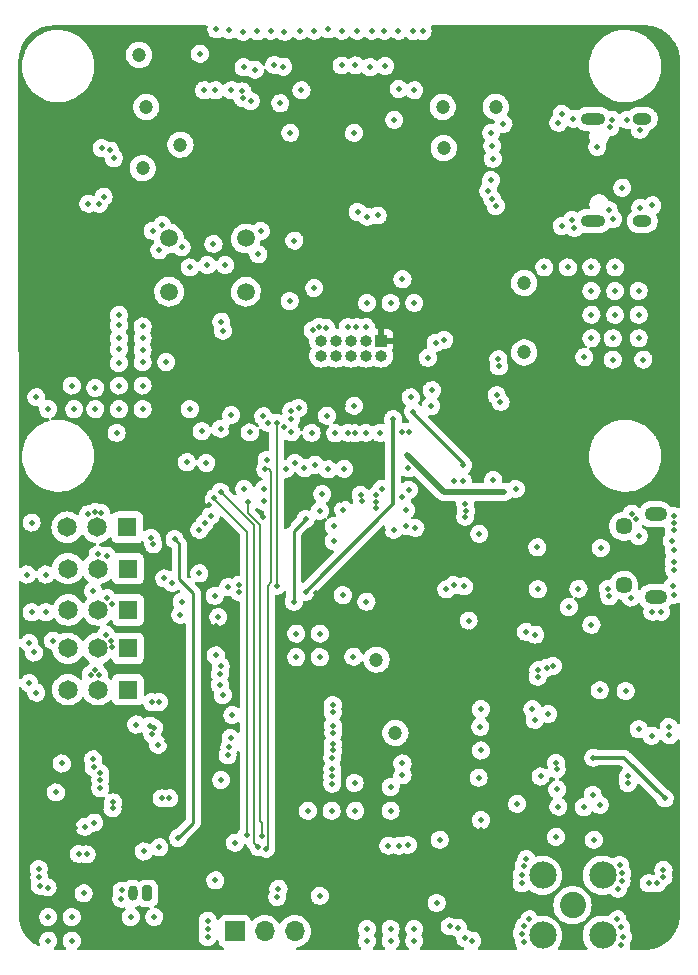
<source format=gbr>
%TF.GenerationSoftware,KiCad,Pcbnew,(5.99.0-8018-g9a0f685a75)*%
%TF.CreationDate,2021-03-04T01:20:55+00:00*%
%TF.ProjectId,CM4,434d342e-6b69-4636-9164-5f7063625858,v01*%
%TF.SameCoordinates,Original*%
%TF.FileFunction,Copper,L3,Inr*%
%TF.FilePolarity,Positive*%
%FSLAX46Y46*%
G04 Gerber Fmt 4.6, Leading zero omitted, Abs format (unit mm)*
G04 Created by KiCad (PCBNEW (5.99.0-8018-g9a0f685a75)) date 2021-03-04 01:20:55*
%MOMM*%
%LPD*%
G01*
G04 APERTURE LIST*
G04 Aperture macros list*
%AMRoundRect*
0 Rectangle with rounded corners*
0 $1 Rounding radius*
0 $2 $3 $4 $5 $6 $7 $8 $9 X,Y pos of 4 corners*
0 Add a 4 corners polygon primitive as box body*
4,1,4,$2,$3,$4,$5,$6,$7,$8,$9,$2,$3,0*
0 Add four circle primitives for the rounded corners*
1,1,$1+$1,$2,$3,0*
1,1,$1+$1,$4,$5,0*
1,1,$1+$1,$6,$7,0*
1,1,$1+$1,$8,$9,0*
0 Add four rect primitives between the rounded corners*
20,1,$1+$1,$2,$3,$4,$5,0*
20,1,$1+$1,$4,$5,$6,$7,0*
20,1,$1+$1,$6,$7,$8,$9,0*
20,1,$1+$1,$8,$9,$2,$3,0*%
G04 Aperture macros list end*
%TA.AperFunction,ComponentPad*%
%ADD10R,1.650000X1.650000*%
%TD*%
%TA.AperFunction,ComponentPad*%
%ADD11C,1.650000*%
%TD*%
%TA.AperFunction,ComponentPad*%
%ADD12O,2.100000X1.000000*%
%TD*%
%TA.AperFunction,ComponentPad*%
%ADD13O,1.600000X1.000000*%
%TD*%
%TA.AperFunction,ComponentPad*%
%ADD14C,1.450000*%
%TD*%
%TA.AperFunction,ComponentPad*%
%ADD15O,1.900000X1.200000*%
%TD*%
%TA.AperFunction,ComponentPad*%
%ADD16R,1.000000X1.000000*%
%TD*%
%TA.AperFunction,ComponentPad*%
%ADD17O,1.000000X1.000000*%
%TD*%
%TA.AperFunction,ComponentPad*%
%ADD18C,2.220000*%
%TD*%
%TA.AperFunction,ComponentPad*%
%ADD19C,2.310000*%
%TD*%
%TA.AperFunction,ComponentPad*%
%ADD20R,1.700000X1.700000*%
%TD*%
%TA.AperFunction,ComponentPad*%
%ADD21O,1.700000X1.700000*%
%TD*%
%TA.AperFunction,ComponentPad*%
%ADD22C,1.500000*%
%TD*%
%TA.AperFunction,ComponentPad*%
%ADD23RoundRect,0.200000X0.200000X0.450000X-0.200000X0.450000X-0.200000X-0.450000X0.200000X-0.450000X0*%
%TD*%
%TA.AperFunction,ComponentPad*%
%ADD24O,0.800000X1.300000*%
%TD*%
%TA.AperFunction,ViaPad*%
%ADD25C,1.200000*%
%TD*%
%TA.AperFunction,ViaPad*%
%ADD26C,0.800000*%
%TD*%
%TA.AperFunction,ViaPad*%
%ADD27C,0.508000*%
%TD*%
%TA.AperFunction,Conductor*%
%ADD28C,0.500000*%
%TD*%
%TA.AperFunction,Conductor*%
%ADD29C,0.200000*%
%TD*%
%TA.AperFunction,Conductor*%
%ADD30C,0.300000*%
%TD*%
%TA.AperFunction,Conductor*%
%ADD31C,0.250000*%
%TD*%
G04 APERTURE END LIST*
D10*
%TO.N,TIM1_CH3*%
%TO.C,J7*%
X132790000Y-93000000D03*
D11*
%TO.N,GND*%
X130250000Y-93000000D03*
%TO.N,/5V*%
X127710000Y-93000000D03*
%TD*%
D12*
%TO.N,GND*%
%TO.C,J2*%
X172120000Y-60070000D03*
D13*
X176300000Y-51430000D03*
X176300000Y-60070000D03*
D12*
X172120000Y-51430000D03*
%TD*%
D10*
%TO.N,TIM1_CH4*%
%TO.C,J8*%
X132750000Y-89500000D03*
D11*
%TO.N,GND*%
X130210000Y-89500000D03*
%TO.N,/5V*%
X127670000Y-89500000D03*
%TD*%
D14*
%TO.N,GND*%
%TO.C,J13*%
X174737500Y-85900000D03*
X174737500Y-90900000D03*
D15*
X177437500Y-84900000D03*
X177437500Y-91900000D03*
%TD*%
D10*
%TO.N,TIM1_CH2*%
%TO.C,J6*%
X132750000Y-96250000D03*
D11*
%TO.N,GND*%
X130210000Y-96250000D03*
%TO.N,/5V*%
X127670000Y-96250000D03*
%TD*%
D16*
%TO.N,/+3.3V*%
%TO.C,J14*%
X154200000Y-70200000D03*
D17*
%TO.N,/MCU/SWDIO*%
X154200000Y-71470000D03*
%TO.N,GND*%
X152930000Y-70200000D03*
%TO.N,/MCU/SWCLK*%
X152930000Y-71470000D03*
%TO.N,GND*%
X151660000Y-70200000D03*
%TO.N,/MCU/SWO*%
X151660000Y-71470000D03*
%TO.N,no_connect_164*%
X150390000Y-70200000D03*
%TO.N,no_connect_165*%
X150390000Y-71470000D03*
%TO.N,GND*%
X149120000Y-70200000D03*
%TO.N,/MCU/NRST*%
X149120000Y-71470000D03*
%TD*%
D18*
%TO.N,Net-(C12-Pad1)*%
%TO.C,J4*%
X170400000Y-118000000D03*
D19*
%TO.N,GND*%
X167860000Y-120540000D03*
X172940000Y-120540000D03*
X172940000Y-115460000D03*
X167860000Y-115460000D03*
%TD*%
D20*
%TO.N,GND*%
%TO.C,J16*%
X141800000Y-120200000D03*
D21*
%TO.N,UART7_RX*%
X144340000Y-120200000D03*
%TO.N,UART7_TX*%
X146880000Y-120200000D03*
%TD*%
D10*
%TO.N,TIM1_CH1*%
%TO.C,J5*%
X132750000Y-99750000D03*
D11*
%TO.N,GND*%
X130210000Y-99750000D03*
%TO.N,/5V*%
X127670000Y-99750000D03*
%TD*%
D10*
%TO.N,SBUS_IN*%
%TO.C,J12*%
X132700000Y-86000000D03*
D11*
%TO.N,GND*%
X130160000Y-86000000D03*
%TO.N,/5V*%
X127620000Y-86000000D03*
%TD*%
D22*
%TO.N,/MCU/NRST*%
%TO.C,S1*%
X136237500Y-66050000D03*
X142737500Y-66050000D03*
%TO.N,GND*%
X142737500Y-61550000D03*
X136237500Y-61550000D03*
%TD*%
D23*
%TO.N,ANALOG_IN*%
%TO.C,J9*%
X134400000Y-117000000D03*
D24*
%TO.N,GND*%
X133150000Y-117000000D03*
%TD*%
D25*
%TO.N,GND*%
X153800000Y-97200000D03*
X155400000Y-103400000D03*
X166300000Y-71200000D03*
X166300000Y-65300000D03*
X137200000Y-53600000D03*
X134000000Y-55600000D03*
X134300000Y-50400000D03*
X133700000Y-46000000D03*
X159500000Y-53900000D03*
X163900000Y-50400000D03*
X159400000Y-50400000D03*
D26*
%TO.N,/+3.3V*%
X171017689Y-46758844D03*
D27*
X139000000Y-53200000D03*
%TO.N,/5V*%
X146500000Y-52600000D03*
%TO.N,Net-(D2-Pad2)*%
X151900000Y-52600000D03*
X155300000Y-51500000D03*
%TO.N,GND*%
X150050000Y-106500000D03*
X131550000Y-54750000D03*
X173400000Y-91200000D03*
X129250000Y-113700000D03*
X134800000Y-103500000D03*
X174000000Y-64000000D03*
X128200000Y-76000000D03*
X142500000Y-44050000D03*
X134000000Y-71000000D03*
X170550000Y-60650000D03*
X161300000Y-120800000D03*
X169200000Y-109650000D03*
X150100000Y-102800000D03*
X143700000Y-44000000D03*
X179000000Y-89600000D03*
X162500000Y-86550000D03*
X163900000Y-58800000D03*
X155250000Y-86200000D03*
X157000000Y-67000000D03*
X174000000Y-66000000D03*
X167000000Y-101400000D03*
X167500000Y-98100000D03*
X154250000Y-82750000D03*
X172000000Y-66000000D03*
X130000000Y-84700000D03*
X131500000Y-109300000D03*
X161400000Y-84600000D03*
X176850000Y-116150000D03*
X175100000Y-107650000D03*
X147200000Y-75900000D03*
X166300000Y-119750000D03*
X148300000Y-78000000D03*
X152925000Y-69050000D03*
X130900000Y-95100000D03*
X171350000Y-109700000D03*
X135650000Y-60400000D03*
X136250000Y-108950000D03*
X166250000Y-114700000D03*
X133450000Y-102700000D03*
X150050000Y-107700000D03*
X157000000Y-121000000D03*
X173800000Y-71800000D03*
X150100000Y-104900000D03*
X150000000Y-110000000D03*
X162650000Y-104900000D03*
X128600000Y-113650000D03*
X124200000Y-90000000D03*
X160400000Y-82100000D03*
X169000000Y-112200000D03*
X133000000Y-119000000D03*
X144275000Y-82775000D03*
X167700000Y-107100000D03*
X178950000Y-91700000D03*
X149525000Y-69100000D03*
X125250000Y-115650000D03*
X145900000Y-47000000D03*
X168000000Y-64000000D03*
X134850000Y-60900000D03*
X130950000Y-88400000D03*
X163600000Y-58200000D03*
X168750000Y-97750000D03*
X134000000Y-74000000D03*
X155700000Y-48900000D03*
X147450000Y-49000000D03*
X134900000Y-87450000D03*
X132000000Y-68000000D03*
X134000000Y-69000000D03*
X176100000Y-52350000D03*
X170350000Y-60000000D03*
X124400000Y-99200000D03*
X175350000Y-91950000D03*
X126000000Y-119000000D03*
X169000000Y-105950000D03*
X156900000Y-44000000D03*
X163250000Y-57500000D03*
X138800000Y-86200000D03*
X166100000Y-116150000D03*
X172000000Y-68000000D03*
X175100000Y-107100000D03*
X146100000Y-81050000D03*
X156500000Y-81000000D03*
X151950000Y-78050000D03*
X146450000Y-66850000D03*
X153000000Y-120000000D03*
X130200000Y-88300000D03*
X160000000Y-119800000D03*
X132200000Y-117450000D03*
X162600000Y-102900000D03*
X156700000Y-75000000D03*
X129800000Y-105650000D03*
X156000000Y-65000000D03*
X166100000Y-115450000D03*
X146000000Y-77500000D03*
X174500000Y-119850000D03*
X149700000Y-43850000D03*
X130400000Y-108100000D03*
X130300000Y-98500000D03*
X140400000Y-93600000D03*
X172000000Y-64000000D03*
X175400000Y-84850000D03*
X173500000Y-91850000D03*
X125800000Y-90000000D03*
X149000000Y-95000000D03*
X130400000Y-107400000D03*
X178900000Y-90950000D03*
X155000000Y-120000000D03*
X130000000Y-76000000D03*
X153000000Y-67000000D03*
X161300000Y-84000000D03*
X163500000Y-52600000D03*
X166750000Y-119200000D03*
X174200000Y-119200000D03*
X130400000Y-106800000D03*
X143800000Y-62900000D03*
X153250000Y-47050000D03*
X155950000Y-77900000D03*
X169500000Y-60500000D03*
X152150000Y-43950000D03*
X139250000Y-85650000D03*
X128000000Y-74000000D03*
X153400000Y-43950000D03*
X178800000Y-87150000D03*
X167450000Y-98650000D03*
X178950000Y-88900000D03*
X149000000Y-97000000D03*
X130700000Y-58000000D03*
X139000000Y-77875000D03*
X163600000Y-53700000D03*
X172000000Y-70000000D03*
X174000000Y-68000000D03*
X152000000Y-110000000D03*
X132000000Y-70900000D03*
X150100000Y-104350000D03*
X174400000Y-114600000D03*
X174250000Y-116600000D03*
X140150000Y-49000000D03*
X141000000Y-63800000D03*
X139500000Y-119300000D03*
X131250000Y-54100000D03*
X154450000Y-43950000D03*
X178550000Y-102900000D03*
X130300000Y-58600000D03*
X151350000Y-78000000D03*
X144850000Y-43950000D03*
X178600000Y-103600000D03*
X129000000Y-117000000D03*
X142450000Y-49100000D03*
X169500000Y-51000000D03*
X166100000Y-120400000D03*
X160350000Y-90900000D03*
X141500000Y-76500000D03*
X128000000Y-121000000D03*
X149600000Y-76550000D03*
X131450000Y-109800000D03*
X155650000Y-43950000D03*
X162450000Y-107200000D03*
X150850000Y-43950000D03*
X143500000Y-47250000D03*
X152000000Y-46900000D03*
X156000000Y-106000000D03*
X135400000Y-113100000D03*
X176000000Y-86750000D03*
X173750000Y-51500000D03*
X140150000Y-115900000D03*
X124600000Y-93200000D03*
X125800000Y-93200000D03*
X150850000Y-46900000D03*
X144600000Y-77150000D03*
X172200000Y-112450000D03*
X139750000Y-85050000D03*
X152450000Y-83250000D03*
X134000000Y-70000000D03*
X138850000Y-45900000D03*
X166300000Y-121150000D03*
X134800000Y-100800000D03*
X162650000Y-101400000D03*
X177900000Y-93150000D03*
X177150000Y-58750000D03*
X135400000Y-62550000D03*
X124600000Y-85600000D03*
X140650000Y-68600000D03*
X166500000Y-114100000D03*
X163500000Y-56600000D03*
X134000000Y-76000000D03*
X170900000Y-91200000D03*
X124400000Y-95800000D03*
X131400000Y-96100000D03*
X132000000Y-74000000D03*
X167200000Y-102300000D03*
X176000000Y-70000000D03*
X125300000Y-116350000D03*
X156000000Y-107000000D03*
X140800000Y-100200000D03*
X132000000Y-68900000D03*
X147000000Y-95000000D03*
X155000000Y-121000000D03*
X153000000Y-121000000D03*
X170450000Y-51400000D03*
X174550000Y-115950000D03*
X130000000Y-74200000D03*
X143075000Y-77975000D03*
X140800000Y-69350000D03*
X150050000Y-105550000D03*
X139500000Y-120000000D03*
X153900000Y-59600000D03*
X138000000Y-64000000D03*
X178950000Y-85050000D03*
X158900000Y-117800000D03*
X150300000Y-78050000D03*
X178100000Y-115600000D03*
X147300000Y-43950000D03*
X163650000Y-54800000D03*
X130000000Y-98100000D03*
X135000000Y-119000000D03*
X173550000Y-52150000D03*
X129100000Y-111350000D03*
X171400000Y-71600000D03*
X142150000Y-90900000D03*
X146600000Y-76150000D03*
X176000000Y-68000000D03*
X139500000Y-120700000D03*
X160700000Y-119900000D03*
X140600000Y-77650000D03*
X138000000Y-76000000D03*
X176400000Y-71800000D03*
X134600000Y-102800000D03*
X163975000Y-74825000D03*
X161300000Y-85100000D03*
X174500000Y-121400000D03*
X129400000Y-58600000D03*
X174650000Y-120650000D03*
X154550000Y-46950000D03*
X157000000Y-49000000D03*
X142550000Y-47050000D03*
X139487500Y-63800000D03*
X143150000Y-49900000D03*
X132000000Y-72100000D03*
X175000000Y-51500000D03*
X146600000Y-77975000D03*
X150100000Y-101050000D03*
X134100000Y-113450000D03*
X148400000Y-69325000D03*
X145400000Y-117300000D03*
X135000000Y-103000000D03*
X153000000Y-59700000D03*
X150050000Y-107100000D03*
X169200000Y-51750000D03*
X140200000Y-96850000D03*
X140000000Y-62000000D03*
X164125000Y-71775000D03*
X162650000Y-110800000D03*
X157700000Y-44000000D03*
X130550000Y-53900000D03*
X154100000Y-78000000D03*
X146550000Y-76800000D03*
X125000000Y-75000000D03*
X137750000Y-80500000D03*
X125950000Y-116500000D03*
X129400000Y-84900000D03*
X141800000Y-112700000D03*
X152075000Y-69075000D03*
X135400000Y-100800000D03*
X178950000Y-85650000D03*
X144200000Y-76600000D03*
X142200000Y-91500000D03*
X129900000Y-111000000D03*
X139400000Y-80550000D03*
X178100000Y-115000000D03*
X141500000Y-49000000D03*
X130500000Y-84800000D03*
X132000000Y-76000000D03*
X144000000Y-60900000D03*
X147000000Y-97000000D03*
X148500000Y-43950000D03*
X126000000Y-76000000D03*
X151900000Y-75700000D03*
X150100000Y-101650000D03*
X129600000Y-98500000D03*
X164550000Y-51850000D03*
X176000000Y-66000000D03*
X161100000Y-82100000D03*
X146000000Y-44050000D03*
X136000000Y-72000000D03*
X149700000Y-81100000D03*
X173800000Y-70000000D03*
X132250000Y-116750000D03*
X153800000Y-83300000D03*
X173450000Y-59150000D03*
X176150000Y-58950000D03*
X126000000Y-121000000D03*
X150200000Y-87200000D03*
X178950000Y-87900000D03*
X155000000Y-108000000D03*
X177550000Y-116150000D03*
X153800000Y-83850000D03*
X128000000Y-119000000D03*
X152550000Y-83750000D03*
X174600000Y-115250000D03*
X153800000Y-84350000D03*
X150150000Y-103400000D03*
X131400000Y-92500000D03*
X137200000Y-93400000D03*
X178950000Y-86250000D03*
X125200000Y-114950000D03*
X145150000Y-46850000D03*
X141350000Y-43900000D03*
X152200000Y-59300000D03*
X161900000Y-121000000D03*
X125000000Y-100000000D03*
X169050000Y-106500000D03*
X168200000Y-97900000D03*
X142500000Y-49650000D03*
X155000000Y-67000000D03*
X135600000Y-108950000D03*
X124800000Y-96600000D03*
X147700000Y-81000000D03*
X145500000Y-116600000D03*
X175750000Y-85300000D03*
X140604843Y-97741879D03*
X149000000Y-117200000D03*
X137300000Y-62300000D03*
X131300000Y-95600000D03*
X164150000Y-72375000D03*
X164300000Y-75375000D03*
X148000000Y-110000000D03*
X155000000Y-110000000D03*
X135300000Y-104400000D03*
X148925000Y-69050000D03*
X134000000Y-72000000D03*
X132000000Y-70000000D03*
X156550000Y-82850000D03*
X139200000Y-49000000D03*
X170000000Y-64000000D03*
X156550000Y-77900000D03*
X140250000Y-43850000D03*
X131000000Y-92000000D03*
X156300000Y-84500000D03*
X151050000Y-81050000D03*
X134750000Y-86900000D03*
X157000000Y-120000000D03*
X129850000Y-106300000D03*
X151375000Y-69075000D03*
X173850000Y-59900000D03*
X131800000Y-78000000D03*
X177150000Y-93150000D03*
%TO.N,/5V*%
X148525000Y-65750000D03*
X146850000Y-61725000D03*
X156400000Y-79900000D03*
X164600000Y-83000000D03*
X144500000Y-80300000D03*
%TO.N,/+3.3V*%
X160550000Y-86200000D03*
X163800000Y-69700000D03*
X161200000Y-86350000D03*
X128300000Y-111500000D03*
X137200000Y-113950000D03*
X139200000Y-83150000D03*
X174400000Y-98000000D03*
X154650000Y-118800000D03*
X147300000Y-83000000D03*
X124550000Y-108000000D03*
X166900000Y-104800000D03*
X151000000Y-75700000D03*
X124500000Y-105550000D03*
X140200000Y-94350000D03*
X169050000Y-95800000D03*
X134800000Y-94200000D03*
X167100000Y-100100000D03*
X162550000Y-106250000D03*
X140150000Y-94950000D03*
X167450000Y-96650000D03*
X143250000Y-69650000D03*
X135750000Y-82850000D03*
X138100000Y-113500000D03*
X140250000Y-113000000D03*
X155150000Y-68500000D03*
X146300000Y-85800000D03*
X178300000Y-113350000D03*
X172250000Y-99050000D03*
X167400000Y-96050000D03*
X167450000Y-104850000D03*
X164200000Y-70150000D03*
X163600000Y-119950000D03*
X137200000Y-114550000D03*
X150800000Y-83650000D03*
X137200000Y-115250000D03*
X161150000Y-71600000D03*
X168450000Y-95500000D03*
X154500000Y-68500000D03*
X164750000Y-117750000D03*
X160500000Y-69850000D03*
X161250000Y-72250000D03*
X160200000Y-76500000D03*
X136000000Y-93100000D03*
X162650000Y-111650000D03*
X146475000Y-69300000D03*
X124450000Y-107400000D03*
X141500000Y-77700000D03*
X166000000Y-104450000D03*
X144025000Y-68575000D03*
X144000000Y-69275000D03*
X161050000Y-69900000D03*
X154550000Y-117350000D03*
X142400000Y-118000000D03*
X138050000Y-83100000D03*
X178350000Y-113950000D03*
X173500000Y-98000000D03*
X167000000Y-103800000D03*
X148100000Y-116600000D03*
X161300000Y-64500000D03*
X153700000Y-68575000D03*
X154650000Y-116750000D03*
X137400000Y-95400000D03*
X134800000Y-92850000D03*
X148650000Y-91550000D03*
X142800000Y-117900000D03*
X127350000Y-109650000D03*
X137200000Y-97800000D03*
X136100000Y-104100000D03*
X171800000Y-103250000D03*
X175200000Y-97750000D03*
X162650000Y-108200000D03*
X139600000Y-84100000D03*
X161600000Y-94850000D03*
X162250000Y-94750000D03*
X148400000Y-74800000D03*
X150400000Y-75700000D03*
X139600000Y-87650000D03*
X135500000Y-93000000D03*
X151200000Y-83200000D03*
X154350000Y-86250000D03*
X124550000Y-106050000D03*
X135900000Y-103550000D03*
X146525000Y-68550000D03*
X169050000Y-96450000D03*
X144150000Y-85150000D03*
X127350000Y-110300000D03*
X161350000Y-66800000D03*
X170250000Y-98500000D03*
X167650000Y-105500000D03*
X163600000Y-120550000D03*
X148150000Y-87800000D03*
X164850000Y-118750000D03*
X167550000Y-100500000D03*
X154650000Y-118200000D03*
X135600000Y-94200000D03*
X150000000Y-117300000D03*
X148000000Y-117200000D03*
X134650000Y-89950000D03*
X147900000Y-83000000D03*
%TO.N,/MCU/VLXSMPS*%
X140550000Y-98400000D03*
%TO.N,/MCU/VCAP1*%
X141250000Y-91050000D03*
X161200000Y-91000000D03*
X140550000Y-99350000D03*
X159150000Y-112450000D03*
%TO.N,/MCU/NRST*%
X156000000Y-83400000D03*
X140650000Y-107400000D03*
X151850000Y-96950000D03*
X151950000Y-107650000D03*
%TO.N,Net-(D2-Pad2)*%
X172000000Y-94250000D03*
%TO.N,Net-(D3-Pad2)*%
X167450000Y-91250000D03*
X167400000Y-87700000D03*
%TO.N,/MCU/LED_B*%
X141450000Y-103850000D03*
%TO.N,/MCU/LED_D*%
X141200000Y-105300000D03*
%TO.N,/MCU/LED_A*%
X141600000Y-101900000D03*
%TO.N,/MCU/LED_C*%
X141350000Y-104600000D03*
%TO.N,VCC*%
X174600000Y-57250000D03*
X172500000Y-53800000D03*
%TO.N,I2C1_SCL*%
X149200000Y-83200000D03*
X144236630Y-83816893D03*
%TO.N,/MCU/BOOT0*%
X145350000Y-90950000D03*
X145350000Y-77150000D03*
%TO.N,/MCU/SWO*%
X147800000Y-91450000D03*
X155200000Y-76850000D03*
%TO.N,/MCU/SDMMC_CMD*%
X156300000Y-85900000D03*
X159550000Y-70150000D03*
%TO.N,/MCU/SDMMC_D3*%
X158800000Y-70400000D03*
X158400000Y-75750000D03*
%TO.N,/MCU/SDMMC_D2*%
X158500000Y-74400000D03*
X158150000Y-71650000D03*
%TO.N,/MCU/SWCLK*%
X157100000Y-86050000D03*
X159700000Y-91250000D03*
%TO.N,/MCU/SWDIO*%
X156900000Y-76200000D03*
X161150000Y-80750000D03*
%TO.N,TIM1_CH1*%
X161600000Y-93900000D03*
%TO.N,/MCU/SDMMC_D1*%
X166450000Y-94850000D03*
X165600000Y-82750000D03*
%TO.N,/MCU/SDMMC_D0*%
X163700000Y-82000000D03*
X167250000Y-95100000D03*
%TO.N,M8Q_GPS_LNA_EN*%
X172700000Y-109500000D03*
X165700000Y-109406400D03*
%TO.N,M8Q_PPS*%
X174900000Y-99850000D03*
%TO.N,M8Q_NRST*%
X168350000Y-101800000D03*
%TO.N,M8Q_TX*%
X172100000Y-108650000D03*
X169100000Y-108200000D03*
X177100000Y-103650000D03*
%TO.N,M8Q_RX*%
X176000000Y-103100000D03*
%TO.N,PI_GPIO12_TX_5*%
X150950000Y-91750000D03*
%TO.N,PI_GPIO13_RX_5*%
X152950000Y-92300000D03*
X152900000Y-78000000D03*
%TO.N,TIM1_CH4*%
X129800000Y-91400000D03*
X126400000Y-95600000D03*
X156450000Y-112900000D03*
%TO.N,TIM1_CH3*%
X155700000Y-112950000D03*
%TO.N,TIM1_CH2*%
X154800000Y-112950000D03*
%TO.N,SPI1_MOSI*%
X144400000Y-81100000D03*
X144451416Y-113208569D03*
%TO.N,SPI1_MISO*%
X143800000Y-113100000D03*
X140600000Y-83000000D03*
%TO.N,SPI1_SCK*%
X142900000Y-83900000D03*
X144100000Y-112100000D03*
%TO.N,SPI1_NCS*%
X142600000Y-82750000D03*
X142800000Y-112050000D03*
X140019190Y-83546690D03*
%TO.N,SBUS_RX*%
X136700000Y-87000000D03*
X137000000Y-112300000D03*
%TO.N,I2C2_SCL*%
X126650000Y-108450000D03*
%TO.N,I2C2_SDA*%
X127150000Y-106000000D03*
%TO.N,LSM9DS1_SDO_AG*%
X149000000Y-84621400D03*
X137300000Y-92300000D03*
X135816819Y-90334010D03*
%TO.N,LSM9DS1_CS_AG*%
X151000000Y-84500000D03*
X146800000Y-92300000D03*
X147800000Y-85300000D03*
X138800000Y-89900000D03*
X140100000Y-91800000D03*
%TO.N,LSM9DS1_SDO_M*%
X136500000Y-90700000D03*
X150200000Y-85900000D03*
%TO.N,/CM4 GPIO/GPIO_14_TX*%
X146900000Y-80556400D03*
%TO.N,/CM4 GPIO/GPIO_15_RX*%
X148600000Y-80700000D03*
%TO.N,Net-(J3-Pad1)*%
X145650000Y-50100000D03*
%TO.N,Net-(J13-Pad4)*%
X170100000Y-92750000D03*
X172800000Y-87750000D03*
%TO.N,M8Q_BATT*%
X172700000Y-99800000D03*
%TO.N,Net-(JP2-Pad2)*%
X178200000Y-108950000D03*
X172150000Y-105500000D03*
%TD*%
D28*
%TO.N,/5V*%
X159500000Y-83000000D02*
X156400000Y-79900000D01*
X164600000Y-83000000D02*
X159500000Y-83000000D01*
D29*
%TO.N,/MCU/BOOT0*%
X145350000Y-90950000D02*
X145350000Y-77150000D01*
D30*
%TO.N,/MCU/SWO*%
X155200000Y-76850000D02*
X155200000Y-84050000D01*
X155200000Y-84050000D02*
X147800000Y-91450000D01*
%TO.N,/MCU/SWDIO*%
X156900000Y-76350000D02*
X156900000Y-76200000D01*
X161150000Y-80600000D02*
X156900000Y-76350000D01*
X161150000Y-80750000D02*
X161150000Y-80600000D01*
D29*
%TO.N,SPI1_MOSI*%
X144900000Y-81300000D02*
X144900000Y-90650526D01*
X144900000Y-90650526D02*
X144606401Y-90944125D01*
X144700000Y-81100000D02*
X144900000Y-81300000D01*
X144606401Y-90944125D02*
X144606401Y-113053584D01*
X144606401Y-113053584D02*
X144451416Y-113208569D01*
X144400000Y-81100000D02*
X144700000Y-81100000D01*
%TO.N,SPI1_MISO*%
X143400000Y-85800000D02*
X143400000Y-112700000D01*
X140600000Y-83000000D02*
X143400000Y-85800000D01*
X143400000Y-112700000D02*
X143800000Y-113100000D01*
%TO.N,SPI1_SCK*%
X142900000Y-83900000D02*
X142900000Y-84777274D01*
X144100000Y-111050000D02*
X144100000Y-112100000D01*
X142900000Y-84777274D02*
X143950000Y-85827274D01*
X143950000Y-85827274D02*
X143950000Y-110900000D01*
X143950000Y-110900000D02*
X144100000Y-111050000D01*
%TO.N,SPI1_NCS*%
X140000000Y-83527500D02*
X142850000Y-86377500D01*
X142850000Y-86377500D02*
X142850000Y-112000000D01*
X142850000Y-112000000D02*
X142800000Y-112050000D01*
D31*
%TO.N,SBUS_RX*%
X138300000Y-111000000D02*
X137000000Y-112300000D01*
X137100000Y-87400000D02*
X137100000Y-90400000D01*
X137100000Y-90400000D02*
X138300000Y-91600000D01*
X136700000Y-87000000D02*
X137100000Y-87400000D01*
X138300000Y-91600000D02*
X138300000Y-111000000D01*
%TO.N,LSM9DS1_CS_AG*%
X146800000Y-86300000D02*
X146800000Y-92300000D01*
X147800000Y-85300000D02*
X146800000Y-86300000D01*
D30*
%TO.N,Net-(JP2-Pad2)*%
X174750000Y-105500000D02*
X178200000Y-108950000D01*
X172150000Y-105500000D02*
X174750000Y-105500000D01*
%TD*%
%TA.AperFunction,Conductor*%
%TO.N,/+3.3V*%
G36*
X176464573Y-43484671D02*
G01*
X176475646Y-43486539D01*
X176475653Y-43486540D01*
X176480457Y-43487350D01*
X176485323Y-43487412D01*
X176485329Y-43487412D01*
X176548898Y-43488215D01*
X176631031Y-43489253D01*
X176636006Y-43489415D01*
X176680468Y-43491756D01*
X176707834Y-43493197D01*
X176714418Y-43493717D01*
X176957433Y-43519377D01*
X176963922Y-43520236D01*
X176997121Y-43525518D01*
X177017290Y-43528728D01*
X177023802Y-43529941D01*
X177262683Y-43580956D01*
X177269126Y-43582510D01*
X177321310Y-43596560D01*
X177327656Y-43598448D01*
X177386102Y-43617532D01*
X177559913Y-43674285D01*
X177566153Y-43676506D01*
X177580538Y-43682056D01*
X177616502Y-43695930D01*
X177622596Y-43698467D01*
X177808448Y-43781642D01*
X177845625Y-43798280D01*
X177851596Y-43801143D01*
X177899674Y-43825771D01*
X177905456Y-43828928D01*
X178021458Y-43896274D01*
X178116750Y-43951597D01*
X178122387Y-43955070D01*
X178167588Y-43984594D01*
X178173016Y-43988346D01*
X178260642Y-44052397D01*
X178370291Y-44132546D01*
X178375536Y-44136596D01*
X178417382Y-44170699D01*
X178422404Y-44175017D01*
X178584245Y-44321726D01*
X178603394Y-44339085D01*
X178608176Y-44343655D01*
X178624850Y-44360448D01*
X178646248Y-44382001D01*
X178650783Y-44386815D01*
X178666487Y-44404392D01*
X178813564Y-44569006D01*
X178817846Y-44574061D01*
X178851648Y-44616152D01*
X178855660Y-44621425D01*
X178995236Y-44815292D01*
X178998402Y-44819690D01*
X179002124Y-44825158D01*
X179031336Y-44870592D01*
X179034769Y-44876254D01*
X179041537Y-44888107D01*
X179155905Y-45088415D01*
X179159038Y-45094254D01*
X179183315Y-45142500D01*
X179186137Y-45148496D01*
X179284321Y-45372193D01*
X179286824Y-45378329D01*
X179305899Y-45428854D01*
X179308075Y-45435113D01*
X179382225Y-45667878D01*
X179384070Y-45674242D01*
X179397732Y-45726480D01*
X179399240Y-45732935D01*
X179448542Y-45972225D01*
X179449708Y-45978747D01*
X179457184Y-46028010D01*
X179457810Y-46032137D01*
X179458631Y-46038713D01*
X179482531Y-46281812D01*
X179483005Y-46288413D01*
X179486272Y-46360316D01*
X179486398Y-46365298D01*
X179487197Y-46512570D01*
X179488921Y-46524157D01*
X179490628Y-46535632D01*
X179492000Y-46554173D01*
X179492000Y-84264313D01*
X179471998Y-84332434D01*
X179418342Y-84378927D01*
X179348068Y-84389031D01*
X179302714Y-84373266D01*
X179262372Y-84349833D01*
X179262366Y-84349830D01*
X179256040Y-84346156D01*
X179085913Y-84294630D01*
X178908495Y-84283623D01*
X178901280Y-84284863D01*
X178901277Y-84284863D01*
X178809142Y-84300695D01*
X178738618Y-84292518D01*
X178685035Y-84249415D01*
X178633890Y-84177314D01*
X178633881Y-84177304D01*
X178630414Y-84172416D01*
X178623462Y-84165761D01*
X178481960Y-84030302D01*
X178481955Y-84030298D01*
X178477624Y-84026152D01*
X178472588Y-84022900D01*
X178472585Y-84022898D01*
X178304969Y-83914670D01*
X178304966Y-83914669D01*
X178299932Y-83911418D01*
X178103751Y-83832354D01*
X178097870Y-83831206D01*
X178097865Y-83831204D01*
X177985746Y-83809309D01*
X177896159Y-83791814D01*
X177891627Y-83791592D01*
X177891624Y-83791592D01*
X177891280Y-83791575D01*
X177891263Y-83791575D01*
X177889738Y-83791500D01*
X177035094Y-83791500D01*
X176876942Y-83806589D01*
X176871188Y-83808277D01*
X176679735Y-83864443D01*
X176679733Y-83864444D01*
X176673982Y-83866131D01*
X176668650Y-83868877D01*
X176668648Y-83868878D01*
X176491273Y-83960232D01*
X176491270Y-83960234D01*
X176485942Y-83962978D01*
X176319609Y-84093635D01*
X176315678Y-84098165D01*
X176315677Y-84098166D01*
X176184913Y-84248856D01*
X176184909Y-84248861D01*
X176180982Y-84253387D01*
X176175293Y-84263221D01*
X176153860Y-84300269D01*
X176102435Y-84349218D01*
X176032709Y-84362593D01*
X175966821Y-84336149D01*
X175958151Y-84328654D01*
X175859751Y-84235439D01*
X175706040Y-84146156D01*
X175535913Y-84094630D01*
X175358495Y-84083623D01*
X175351280Y-84084863D01*
X175351277Y-84084863D01*
X175190519Y-84112487D01*
X175183303Y-84113727D01*
X175176568Y-84116593D01*
X175176567Y-84116593D01*
X175126398Y-84137940D01*
X175019735Y-84183325D01*
X175013847Y-84187658D01*
X175013842Y-84187661D01*
X174923166Y-84254392D01*
X174876566Y-84288686D01*
X174864629Y-84302737D01*
X174766214Y-84418578D01*
X174766211Y-84418582D01*
X174761475Y-84424157D01*
X174680636Y-84582471D01*
X174678896Y-84589581D01*
X174676480Y-84596078D01*
X174633989Y-84652955D01*
X174573519Y-84677247D01*
X174480001Y-84688564D01*
X174269544Y-84753309D01*
X174264560Y-84755881D01*
X174264561Y-84755881D01*
X174102391Y-84839584D01*
X174073879Y-84854300D01*
X173899189Y-84988344D01*
X173750998Y-85151204D01*
X173734655Y-85177257D01*
X173637289Y-85332471D01*
X173633988Y-85337733D01*
X173551860Y-85542034D01*
X173547351Y-85563806D01*
X173512788Y-85730707D01*
X173507208Y-85757650D01*
X173507061Y-85763259D01*
X173507061Y-85763260D01*
X173505419Y-85825959D01*
X173501444Y-85977766D01*
X173534750Y-86195424D01*
X173606074Y-86403743D01*
X173713161Y-86596140D01*
X173716713Y-86600480D01*
X173716716Y-86600484D01*
X173777940Y-86675285D01*
X173852626Y-86766533D01*
X173856889Y-86770174D01*
X173856890Y-86770175D01*
X173873230Y-86784131D01*
X174020060Y-86909536D01*
X174024901Y-86912365D01*
X174024904Y-86912367D01*
X174205325Y-87017796D01*
X174205328Y-87017797D01*
X174210172Y-87020628D01*
X174215442Y-87022557D01*
X174215443Y-87022557D01*
X174411689Y-87094373D01*
X174411693Y-87094374D01*
X174416953Y-87096299D01*
X174422469Y-87097262D01*
X174422474Y-87097263D01*
X174628341Y-87133192D01*
X174633865Y-87134156D01*
X174639471Y-87134127D01*
X174639475Y-87134127D01*
X174740445Y-87133598D01*
X174854053Y-87133003D01*
X174859571Y-87131980D01*
X174859574Y-87131980D01*
X175065038Y-87093900D01*
X175065039Y-87093900D01*
X175070557Y-87092877D01*
X175099972Y-87081762D01*
X175173034Y-87054155D01*
X175243827Y-87048787D01*
X175306284Y-87082545D01*
X175330674Y-87116490D01*
X175347791Y-87151352D01*
X175354865Y-87165761D01*
X175359513Y-87171410D01*
X175359514Y-87171411D01*
X175423409Y-87249059D01*
X175467814Y-87303023D01*
X175546978Y-87363221D01*
X175603486Y-87406191D01*
X175603489Y-87406193D01*
X175609311Y-87410620D01*
X175615992Y-87413587D01*
X175615996Y-87413590D01*
X175765078Y-87479809D01*
X175765080Y-87479810D01*
X175771765Y-87482779D01*
X175946462Y-87515630D01*
X175953770Y-87515292D01*
X175953773Y-87515292D01*
X176116716Y-87507751D01*
X176116720Y-87507750D01*
X176124031Y-87507412D01*
X176131071Y-87505400D01*
X176287905Y-87460577D01*
X176287908Y-87460576D01*
X176294947Y-87458564D01*
X176375913Y-87413221D01*
X176443653Y-87375285D01*
X176443656Y-87375283D01*
X176450041Y-87371707D01*
X176571106Y-87260577D01*
X176575606Y-87256446D01*
X176575607Y-87256445D01*
X176580994Y-87251500D01*
X176680781Y-87104392D01*
X176744049Y-86938273D01*
X176751921Y-86878884D01*
X176766893Y-86765919D01*
X176766893Y-86765917D01*
X176767405Y-86762055D01*
X176767500Y-86750000D01*
X176767047Y-86746111D01*
X176747763Y-86580707D01*
X176747762Y-86580704D01*
X176746915Y-86573437D01*
X176742784Y-86562055D01*
X176688759Y-86413221D01*
X176688759Y-86413220D01*
X176686263Y-86406345D01*
X176680499Y-86397552D01*
X176592811Y-86263806D01*
X176592810Y-86263805D01*
X176588799Y-86257687D01*
X176459751Y-86135439D01*
X176453422Y-86131763D01*
X176453417Y-86131759D01*
X176306140Y-86046214D01*
X176257281Y-85994703D01*
X176244027Y-85924955D01*
X176270587Y-85859113D01*
X176284220Y-85844437D01*
X176304350Y-85825959D01*
X176368060Y-85794629D01*
X176438594Y-85802717D01*
X176457902Y-85812930D01*
X176570026Y-85885327D01*
X176570030Y-85885329D01*
X176575068Y-85888582D01*
X176771249Y-85967646D01*
X176777130Y-85968794D01*
X176777135Y-85968796D01*
X176878988Y-85988686D01*
X176978841Y-86008186D01*
X176983373Y-86008408D01*
X176983376Y-86008408D01*
X176983720Y-86008425D01*
X176983737Y-86008425D01*
X176985262Y-86008500D01*
X177839906Y-86008500D01*
X177998058Y-85993411D01*
X178003808Y-85991724D01*
X178003819Y-85991722D01*
X178035905Y-85982309D01*
X178106902Y-85982327D01*
X178166618Y-86020725D01*
X178196095Y-86085314D01*
X178193762Y-86133162D01*
X178188385Y-86155136D01*
X178188328Y-86162454D01*
X178188327Y-86162458D01*
X178188063Y-86196156D01*
X178186989Y-86332890D01*
X178226523Y-86506197D01*
X178234111Y-86521651D01*
X178246179Y-86591612D01*
X178217033Y-86658761D01*
X178166214Y-86718578D01*
X178166211Y-86718582D01*
X178161475Y-86724157D01*
X178080636Y-86882471D01*
X178078896Y-86889580D01*
X178078895Y-86889584D01*
X178043722Y-87033325D01*
X178038385Y-87055136D01*
X178038328Y-87062454D01*
X178038327Y-87062458D01*
X178037773Y-87133003D01*
X178036989Y-87232890D01*
X178076523Y-87406197D01*
X178079748Y-87412767D01*
X178079749Y-87412768D01*
X178083993Y-87421411D01*
X178154865Y-87565761D01*
X178159517Y-87571414D01*
X178159518Y-87571416D01*
X178185759Y-87603306D01*
X178213599Y-87668616D01*
X178210854Y-87713313D01*
X178203559Y-87743125D01*
X178191973Y-87790475D01*
X178188385Y-87805136D01*
X178188328Y-87812454D01*
X178188327Y-87812458D01*
X178187843Y-87874157D01*
X178186989Y-87982890D01*
X178226523Y-88156197D01*
X178229748Y-88162767D01*
X178229749Y-88162768D01*
X178239339Y-88182300D01*
X178304865Y-88315761D01*
X178309514Y-88321411D01*
X178313482Y-88327568D01*
X178311865Y-88328610D01*
X178335861Y-88384916D01*
X178323968Y-88454909D01*
X178315930Y-88468913D01*
X178311475Y-88474157D01*
X178308147Y-88480674D01*
X178308146Y-88480676D01*
X178294494Y-88507412D01*
X178230636Y-88632471D01*
X178228896Y-88639580D01*
X178228895Y-88639584D01*
X178190125Y-88798024D01*
X178188385Y-88805136D01*
X178188328Y-88812454D01*
X178188327Y-88812458D01*
X178187870Y-88870705D01*
X178186989Y-88982890D01*
X178226523Y-89156197D01*
X178229748Y-89162767D01*
X178229749Y-89162768D01*
X178271267Y-89247330D01*
X178283335Y-89317294D01*
X178280553Y-89332809D01*
X178267675Y-89385439D01*
X178238385Y-89505136D01*
X178238328Y-89512454D01*
X178238327Y-89512458D01*
X178237887Y-89568578D01*
X178236989Y-89682890D01*
X178276523Y-89856197D01*
X178354865Y-90015761D01*
X178359513Y-90021410D01*
X178359514Y-90021411D01*
X178467814Y-90153023D01*
X178465882Y-90154613D01*
X178495229Y-90205991D01*
X178491523Y-90276891D01*
X178447328Y-90336611D01*
X178376566Y-90388686D01*
X178371822Y-90394269D01*
X178371823Y-90394269D01*
X178266214Y-90518578D01*
X178266211Y-90518582D01*
X178261475Y-90524157D01*
X178180636Y-90682471D01*
X178178896Y-90689581D01*
X178178895Y-90689584D01*
X178170695Y-90723095D01*
X178135074Y-90784510D01*
X178071905Y-90816916D01*
X178024156Y-90816810D01*
X177968898Y-90806019D01*
X177896159Y-90791814D01*
X177891627Y-90791592D01*
X177891624Y-90791592D01*
X177891280Y-90791575D01*
X177891263Y-90791575D01*
X177889738Y-90791500D01*
X177035094Y-90791500D01*
X176876942Y-90806589D01*
X176871188Y-90808277D01*
X176679735Y-90864443D01*
X176679733Y-90864444D01*
X176673982Y-90866131D01*
X176668650Y-90868877D01*
X176668648Y-90868878D01*
X176491273Y-90960232D01*
X176491270Y-90960234D01*
X176485942Y-90962978D01*
X176319609Y-91093635D01*
X176315678Y-91098165D01*
X176315677Y-91098166D01*
X176184913Y-91248856D01*
X176184909Y-91248861D01*
X176180982Y-91253387D01*
X176177754Y-91258967D01*
X176177592Y-91259122D01*
X176174497Y-91263460D01*
X176173661Y-91262863D01*
X176126333Y-91307916D01*
X176056609Y-91321296D01*
X175990719Y-91294855D01*
X175949584Y-91236989D01*
X175943945Y-91178122D01*
X175973792Y-90968409D01*
X175973792Y-90968408D01*
X175974303Y-90964818D01*
X175974557Y-90955136D01*
X175975905Y-90903632D01*
X175975905Y-90903630D01*
X175976000Y-90900000D01*
X175970437Y-90837663D01*
X175966370Y-90792096D01*
X175956426Y-90680681D01*
X175898324Y-90468294D01*
X175895555Y-90462487D01*
X175805942Y-90274611D01*
X175803529Y-90269552D01*
X175675038Y-90090739D01*
X175516913Y-89937505D01*
X175455313Y-89896111D01*
X175338812Y-89817825D01*
X175338809Y-89817823D01*
X175334152Y-89814694D01*
X175132531Y-89726189D01*
X175127080Y-89724880D01*
X175127076Y-89724879D01*
X174923881Y-89676096D01*
X174923880Y-89676096D01*
X174918424Y-89674786D01*
X174833814Y-89669907D01*
X174704205Y-89662434D01*
X174704202Y-89662434D01*
X174698598Y-89662111D01*
X174480001Y-89688564D01*
X174269544Y-89753309D01*
X174264560Y-89755881D01*
X174264561Y-89755881D01*
X174133675Y-89823437D01*
X174073879Y-89854300D01*
X174069431Y-89857713D01*
X173993575Y-89915919D01*
X173899189Y-89988344D01*
X173750998Y-90151204D01*
X173727745Y-90188273D01*
X173644796Y-90320504D01*
X173633988Y-90337733D01*
X173631896Y-90342937D01*
X173631895Y-90342939D01*
X173623601Y-90363572D01*
X173579634Y-90419316D01*
X173512509Y-90442441D01*
X173498892Y-90442333D01*
X173453600Y-90439523D01*
X173358495Y-90433623D01*
X173351280Y-90434863D01*
X173351277Y-90434863D01*
X173190519Y-90462487D01*
X173183303Y-90463727D01*
X173176568Y-90466593D01*
X173176567Y-90466593D01*
X173079989Y-90507687D01*
X173019735Y-90533325D01*
X173013847Y-90537658D01*
X173013842Y-90537661D01*
X172894776Y-90625285D01*
X172876566Y-90638686D01*
X172871822Y-90644269D01*
X172871823Y-90644269D01*
X172766214Y-90768578D01*
X172766211Y-90768582D01*
X172761475Y-90774157D01*
X172680636Y-90932471D01*
X172678896Y-90939580D01*
X172678895Y-90939584D01*
X172643722Y-91083325D01*
X172638385Y-91105136D01*
X172638328Y-91112454D01*
X172638327Y-91112458D01*
X172638114Y-91139584D01*
X172636989Y-91282890D01*
X172676523Y-91456197D01*
X172679748Y-91462767D01*
X172679749Y-91462768D01*
X172689716Y-91483068D01*
X172745240Y-91596156D01*
X172746471Y-91598664D01*
X172758539Y-91668627D01*
X172755758Y-91684137D01*
X172738385Y-91755136D01*
X172738328Y-91762454D01*
X172738327Y-91762458D01*
X172737862Y-91821707D01*
X172736989Y-91932890D01*
X172776523Y-92106197D01*
X172779748Y-92112767D01*
X172779749Y-92112768D01*
X172805767Y-92165761D01*
X172854865Y-92265761D01*
X172859513Y-92271410D01*
X172859514Y-92271411D01*
X172922020Y-92347372D01*
X172967814Y-92403023D01*
X173039339Y-92457412D01*
X173103486Y-92506191D01*
X173103489Y-92506193D01*
X173109311Y-92510620D01*
X173115992Y-92513587D01*
X173115996Y-92513590D01*
X173265078Y-92579809D01*
X173265080Y-92579810D01*
X173271765Y-92582779D01*
X173392060Y-92605400D01*
X173435614Y-92613590D01*
X173446462Y-92615630D01*
X173453770Y-92615292D01*
X173453773Y-92615292D01*
X173616716Y-92607751D01*
X173616720Y-92607750D01*
X173624031Y-92607412D01*
X173669003Y-92594559D01*
X173787905Y-92560577D01*
X173787908Y-92560576D01*
X173794947Y-92558564D01*
X173880634Y-92510577D01*
X173943653Y-92475285D01*
X173943656Y-92475283D01*
X173950041Y-92471707D01*
X174072370Y-92359416D01*
X174075606Y-92356446D01*
X174075607Y-92356445D01*
X174080994Y-92351500D01*
X174180781Y-92204392D01*
X174184637Y-92194269D01*
X174199139Y-92156191D01*
X174201540Y-92149886D01*
X174244477Y-92093345D01*
X174311166Y-92068993D01*
X174362590Y-92076405D01*
X174411689Y-92094373D01*
X174411692Y-92094374D01*
X174416953Y-92096299D01*
X174422469Y-92097262D01*
X174422474Y-92097263D01*
X174527274Y-92115553D01*
X174590941Y-92146969D01*
X174624383Y-92197616D01*
X174624896Y-92199065D01*
X174626523Y-92206197D01*
X174704865Y-92365761D01*
X174709513Y-92371410D01*
X174709514Y-92371411D01*
X174719591Y-92383657D01*
X174817814Y-92503023D01*
X174881096Y-92551144D01*
X174953486Y-92606191D01*
X174953489Y-92606193D01*
X174959311Y-92610620D01*
X174965992Y-92613587D01*
X174965996Y-92613590D01*
X175115078Y-92679809D01*
X175115080Y-92679810D01*
X175121765Y-92682779D01*
X175296462Y-92715630D01*
X175303770Y-92715292D01*
X175303773Y-92715292D01*
X175466716Y-92707751D01*
X175466720Y-92707750D01*
X175474031Y-92707412D01*
X175555490Y-92684131D01*
X175637905Y-92660577D01*
X175637908Y-92660576D01*
X175644947Y-92658564D01*
X175735680Y-92607751D01*
X175793653Y-92575285D01*
X175793656Y-92575283D01*
X175800041Y-92571707D01*
X175883480Y-92495115D01*
X175925604Y-92456448D01*
X175925605Y-92456447D01*
X175930994Y-92451500D01*
X175931301Y-92451047D01*
X175988615Y-92414057D01*
X176059611Y-92413919D01*
X176119412Y-92452187D01*
X176127117Y-92461984D01*
X176197054Y-92560577D01*
X176244586Y-92627584D01*
X176393311Y-92769956D01*
X176428686Y-92831510D01*
X176428568Y-92890921D01*
X176406606Y-92980675D01*
X176388385Y-93055136D01*
X176388328Y-93062454D01*
X176388327Y-93062458D01*
X176387935Y-93112458D01*
X176386989Y-93232890D01*
X176426523Y-93406197D01*
X176429748Y-93412767D01*
X176429749Y-93412768D01*
X176459890Y-93474157D01*
X176504865Y-93565761D01*
X176509513Y-93571410D01*
X176509514Y-93571411D01*
X176573409Y-93649059D01*
X176617814Y-93703023D01*
X176683567Y-93753023D01*
X176753486Y-93806191D01*
X176753489Y-93806193D01*
X176759311Y-93810620D01*
X176765992Y-93813587D01*
X176765996Y-93813590D01*
X176915078Y-93879809D01*
X176915080Y-93879810D01*
X176921765Y-93882779D01*
X177096462Y-93915630D01*
X177103770Y-93915292D01*
X177103773Y-93915292D01*
X177266716Y-93907751D01*
X177266720Y-93907750D01*
X177274031Y-93907412D01*
X177282527Y-93904984D01*
X177299965Y-93900000D01*
X177444947Y-93858564D01*
X177466109Y-93846713D01*
X177535317Y-93830880D01*
X177578822Y-93841496D01*
X177665078Y-93879809D01*
X177665080Y-93879810D01*
X177671765Y-93882779D01*
X177846462Y-93915630D01*
X177853770Y-93915292D01*
X177853773Y-93915292D01*
X178016716Y-93907751D01*
X178016720Y-93907750D01*
X178024031Y-93907412D01*
X178031071Y-93905400D01*
X178187905Y-93860577D01*
X178187908Y-93860576D01*
X178194947Y-93858564D01*
X178288466Y-93806191D01*
X178343653Y-93775285D01*
X178343656Y-93775283D01*
X178350041Y-93771707D01*
X178480994Y-93651500D01*
X178580781Y-93504392D01*
X178644049Y-93338273D01*
X178651390Y-93282890D01*
X178666893Y-93165919D01*
X178666893Y-93165917D01*
X178667405Y-93162055D01*
X178667500Y-93150000D01*
X178666874Y-93144630D01*
X178647763Y-92980707D01*
X178647762Y-92980704D01*
X178646915Y-92973437D01*
X178586263Y-92806345D01*
X178582248Y-92800221D01*
X178580354Y-92796439D01*
X178567734Y-92726573D01*
X178597850Y-92657436D01*
X178690087Y-92551144D01*
X178690091Y-92551139D01*
X178694018Y-92546613D01*
X178711460Y-92516463D01*
X178762886Y-92467515D01*
X178832612Y-92454140D01*
X178843809Y-92455729D01*
X178889271Y-92464278D01*
X178889273Y-92464278D01*
X178896462Y-92465630D01*
X178903770Y-92465292D01*
X178903773Y-92465292D01*
X179066716Y-92457751D01*
X179066720Y-92457750D01*
X179074031Y-92457412D01*
X179082240Y-92455066D01*
X179237905Y-92410577D01*
X179237908Y-92410576D01*
X179244947Y-92408564D01*
X179304436Y-92375249D01*
X179373643Y-92359416D01*
X179440425Y-92383513D01*
X179483578Y-92439890D01*
X179492000Y-92485184D01*
X179492000Y-102544478D01*
X179471998Y-102612599D01*
X179418342Y-102659092D01*
X179348068Y-102669196D01*
X179283488Y-102639702D01*
X179247561Y-102587470D01*
X179238759Y-102563221D01*
X179238759Y-102563220D01*
X179236263Y-102556345D01*
X179231487Y-102549059D01*
X179142811Y-102413806D01*
X179142810Y-102413805D01*
X179138799Y-102407687D01*
X179009751Y-102285439D01*
X178856040Y-102196156D01*
X178685913Y-102144630D01*
X178508495Y-102133623D01*
X178501280Y-102134863D01*
X178501277Y-102134863D01*
X178377124Y-102156197D01*
X178333303Y-102163727D01*
X178169735Y-102233325D01*
X178163847Y-102237658D01*
X178163842Y-102237661D01*
X178050040Y-102321411D01*
X178026566Y-102338686D01*
X178021822Y-102344269D01*
X178021823Y-102344269D01*
X177916214Y-102468578D01*
X177916211Y-102468582D01*
X177911475Y-102474157D01*
X177830636Y-102632471D01*
X177828896Y-102639580D01*
X177828895Y-102639584D01*
X177790756Y-102795446D01*
X177788385Y-102805136D01*
X177788328Y-102812454D01*
X177788327Y-102812458D01*
X177787177Y-102958954D01*
X177766641Y-103026915D01*
X177712622Y-103072985D01*
X177642270Y-103082537D01*
X177574529Y-103049438D01*
X177565067Y-103040475D01*
X177565068Y-103040475D01*
X177559751Y-103035439D01*
X177406040Y-102946156D01*
X177235913Y-102894630D01*
X177058495Y-102883623D01*
X177051280Y-102884863D01*
X177051277Y-102884863D01*
X176940410Y-102903914D01*
X176883303Y-102913727D01*
X176876567Y-102916593D01*
X176870791Y-102918293D01*
X176799794Y-102918337D01*
X176740044Y-102879991D01*
X176716778Y-102840411D01*
X176688759Y-102763221D01*
X176688759Y-102763220D01*
X176686263Y-102756345D01*
X176663360Y-102721411D01*
X176592811Y-102613806D01*
X176592810Y-102613805D01*
X176588799Y-102607687D01*
X176459751Y-102485439D01*
X176306040Y-102396156D01*
X176135913Y-102344630D01*
X175958495Y-102333623D01*
X175951280Y-102334863D01*
X175951277Y-102334863D01*
X175790519Y-102362487D01*
X175783303Y-102363727D01*
X175776568Y-102366593D01*
X175776567Y-102366593D01*
X175691815Y-102402655D01*
X175619735Y-102433325D01*
X175613847Y-102437658D01*
X175613842Y-102437661D01*
X175482466Y-102534344D01*
X175476566Y-102538686D01*
X175466763Y-102550225D01*
X175366214Y-102668578D01*
X175366211Y-102668582D01*
X175361475Y-102674157D01*
X175280636Y-102832471D01*
X175278896Y-102839580D01*
X175278895Y-102839584D01*
X175242511Y-102988273D01*
X175238385Y-103005136D01*
X175238328Y-103012454D01*
X175238327Y-103012458D01*
X175237811Y-103078186D01*
X175236989Y-103182890D01*
X175276523Y-103356197D01*
X175279748Y-103362767D01*
X175279749Y-103362768D01*
X175309536Y-103423437D01*
X175354865Y-103515761D01*
X175359513Y-103521410D01*
X175359514Y-103521411D01*
X175414533Y-103588273D01*
X175467814Y-103653023D01*
X175550934Y-103716229D01*
X175603486Y-103756191D01*
X175603489Y-103756193D01*
X175609311Y-103760620D01*
X175615992Y-103763587D01*
X175615996Y-103763590D01*
X175765078Y-103829809D01*
X175765080Y-103829810D01*
X175771765Y-103832779D01*
X175946462Y-103865630D01*
X175953770Y-103865292D01*
X175953773Y-103865292D01*
X176116716Y-103857751D01*
X176116720Y-103857750D01*
X176124031Y-103857412D01*
X176222789Y-103829187D01*
X176224580Y-103828675D01*
X176295575Y-103829187D01*
X176355023Y-103868001D01*
X176376164Y-103904624D01*
X176376523Y-103906197D01*
X176379750Y-103912769D01*
X176379750Y-103912770D01*
X176402973Y-103960069D01*
X176454865Y-104065761D01*
X176459513Y-104071410D01*
X176459514Y-104071411D01*
X176521509Y-104146751D01*
X176567814Y-104203023D01*
X176643558Y-104260620D01*
X176703486Y-104306191D01*
X176703489Y-104306193D01*
X176709311Y-104310620D01*
X176715992Y-104313587D01*
X176715996Y-104313590D01*
X176865078Y-104379809D01*
X176865080Y-104379810D01*
X176871765Y-104382779D01*
X176942663Y-104396111D01*
X177026462Y-104411869D01*
X177046462Y-104415630D01*
X177053770Y-104415292D01*
X177053773Y-104415292D01*
X177216716Y-104407751D01*
X177216720Y-104407750D01*
X177224031Y-104407412D01*
X177236270Y-104403914D01*
X177387905Y-104360577D01*
X177387908Y-104360576D01*
X177394947Y-104358564D01*
X177481859Y-104309891D01*
X177543653Y-104275285D01*
X177543656Y-104275283D01*
X177550041Y-104271707D01*
X177680994Y-104151500D01*
X177760666Y-104034046D01*
X177815460Y-103988900D01*
X177885963Y-103980544D01*
X177949791Y-104011632D01*
X177962232Y-104024714D01*
X178067814Y-104153023D01*
X178133567Y-104203023D01*
X178203486Y-104256191D01*
X178203489Y-104256193D01*
X178209311Y-104260620D01*
X178215992Y-104263587D01*
X178215996Y-104263590D01*
X178365078Y-104329809D01*
X178365080Y-104329810D01*
X178371765Y-104332779D01*
X178546462Y-104365630D01*
X178553770Y-104365292D01*
X178553773Y-104365292D01*
X178716716Y-104357751D01*
X178716720Y-104357750D01*
X178724031Y-104357412D01*
X178731071Y-104355400D01*
X178887905Y-104310577D01*
X178887908Y-104310576D01*
X178894947Y-104308564D01*
X178988466Y-104256191D01*
X179043653Y-104225285D01*
X179043656Y-104225283D01*
X179050041Y-104221707D01*
X179141186Y-104138041D01*
X179175606Y-104106446D01*
X179175607Y-104106445D01*
X179180994Y-104101500D01*
X179193902Y-104082471D01*
X179261726Y-103982484D01*
X179316519Y-103937337D01*
X179387023Y-103928981D01*
X179450851Y-103960069D01*
X179487740Y-104020729D01*
X179492000Y-104053215D01*
X179492000Y-118718256D01*
X179490247Y-118739199D01*
X179487520Y-118755377D01*
X179487459Y-118760250D01*
X179485624Y-118906438D01*
X179485461Y-118911450D01*
X179481691Y-118983402D01*
X179481175Y-118989970D01*
X179457105Y-119218984D01*
X179455528Y-119233986D01*
X179454670Y-119240504D01*
X179446186Y-119294070D01*
X179446182Y-119294097D01*
X179444979Y-119300583D01*
X179393971Y-119540550D01*
X179392432Y-119546962D01*
X179378401Y-119599328D01*
X179376533Y-119605635D01*
X179302695Y-119832890D01*
X179300714Y-119838986D01*
X179298521Y-119845179D01*
X179290560Y-119865919D01*
X179279082Y-119895818D01*
X179276559Y-119901909D01*
X179176759Y-120126067D01*
X179173926Y-120132005D01*
X179173916Y-120132026D01*
X179149312Y-120180314D01*
X179146172Y-120186097D01*
X179023481Y-120398603D01*
X179020047Y-120404207D01*
X179018648Y-120406362D01*
X178990509Y-120449690D01*
X178986774Y-120455124D01*
X178842581Y-120653589D01*
X178838568Y-120658819D01*
X178804415Y-120700997D01*
X178800159Y-120705981D01*
X178635979Y-120888322D01*
X178631444Y-120893100D01*
X178593107Y-120931437D01*
X178588322Y-120935978D01*
X178405985Y-121100154D01*
X178401011Y-121104403D01*
X178358836Y-121138556D01*
X178353623Y-121142556D01*
X178155072Y-121286813D01*
X178149717Y-121290493D01*
X178104210Y-121320046D01*
X178098610Y-121323476D01*
X178009829Y-121374735D01*
X177886097Y-121446172D01*
X177880313Y-121449313D01*
X177831992Y-121473933D01*
X177826076Y-121476755D01*
X177777847Y-121498228D01*
X177601918Y-121576556D01*
X177595824Y-121579080D01*
X177545207Y-121598510D01*
X177538989Y-121600712D01*
X177418423Y-121639886D01*
X177346378Y-121663295D01*
X177305635Y-121676533D01*
X177299324Y-121678403D01*
X177246963Y-121692433D01*
X177240617Y-121693957D01*
X177057976Y-121732779D01*
X177000556Y-121744984D01*
X176994075Y-121746185D01*
X176940504Y-121754670D01*
X176933993Y-121755527D01*
X176850152Y-121764339D01*
X176689971Y-121781174D01*
X176683394Y-121781691D01*
X176611448Y-121785461D01*
X176606436Y-121785624D01*
X176497450Y-121786992D01*
X176458654Y-121787479D01*
X176439337Y-121790493D01*
X176419913Y-121792000D01*
X175349275Y-121792000D01*
X175281154Y-121771998D01*
X175234661Y-121718342D01*
X175224557Y-121648068D01*
X175231526Y-121621154D01*
X175241443Y-121595115D01*
X175244049Y-121588273D01*
X175245268Y-121579080D01*
X175266893Y-121415919D01*
X175266893Y-121415917D01*
X175267405Y-121412055D01*
X175267500Y-121400000D01*
X175267047Y-121396111D01*
X175247763Y-121230707D01*
X175247762Y-121230704D01*
X175246915Y-121223437D01*
X175244419Y-121216561D01*
X175242733Y-121209428D01*
X175245495Y-121208775D01*
X175241866Y-121150913D01*
X175260473Y-121108041D01*
X175265835Y-121100137D01*
X175330781Y-121004392D01*
X175394049Y-120838273D01*
X175396016Y-120823437D01*
X175416893Y-120665919D01*
X175416893Y-120665917D01*
X175417405Y-120662055D01*
X175417500Y-120650000D01*
X175416253Y-120639301D01*
X175397763Y-120480707D01*
X175397762Y-120480704D01*
X175396915Y-120473437D01*
X175392269Y-120460636D01*
X175338759Y-120313221D01*
X175338759Y-120313220D01*
X175336263Y-120306345D01*
X175248628Y-120172679D01*
X175228005Y-120104743D01*
X175236251Y-120058749D01*
X175241442Y-120045118D01*
X175244049Y-120038273D01*
X175252304Y-119975994D01*
X175266893Y-119865919D01*
X175266893Y-119865917D01*
X175267405Y-119862055D01*
X175267500Y-119850000D01*
X175267047Y-119846111D01*
X175247763Y-119680707D01*
X175247762Y-119680704D01*
X175246915Y-119673437D01*
X175238531Y-119650338D01*
X175188759Y-119513221D01*
X175188759Y-119513220D01*
X175186263Y-119506345D01*
X175179118Y-119495446D01*
X175092811Y-119363806D01*
X175092810Y-119363805D01*
X175088799Y-119357687D01*
X175006133Y-119279377D01*
X174970436Y-119218009D01*
X174967753Y-119199970D01*
X174967500Y-119200000D01*
X174947763Y-119030707D01*
X174947762Y-119030704D01*
X174946915Y-119023437D01*
X174942784Y-119012055D01*
X174888759Y-118863221D01*
X174888759Y-118863220D01*
X174886263Y-118856345D01*
X174880634Y-118847758D01*
X174792811Y-118713806D01*
X174792810Y-118713805D01*
X174788799Y-118707687D01*
X174659751Y-118585439D01*
X174506040Y-118496156D01*
X174335913Y-118444630D01*
X174158495Y-118433623D01*
X174151280Y-118434863D01*
X174151277Y-118434863D01*
X174027159Y-118456191D01*
X173983303Y-118463727D01*
X173976568Y-118466593D01*
X173976567Y-118466593D01*
X173883338Y-118506262D01*
X173819735Y-118533325D01*
X173813847Y-118537658D01*
X173813842Y-118537661D01*
X173729365Y-118599830D01*
X173676566Y-118638686D01*
X173671822Y-118644269D01*
X173671823Y-118644269D01*
X173566214Y-118768578D01*
X173566211Y-118768582D01*
X173561475Y-118774157D01*
X173558147Y-118780675D01*
X173513672Y-118867773D01*
X173464878Y-118919346D01*
X173395949Y-118936352D01*
X173366619Y-118931561D01*
X173282944Y-118907488D01*
X173282939Y-118907487D01*
X173278351Y-118906167D01*
X173027323Y-118873787D01*
X172893694Y-118876936D01*
X172779064Y-118879637D01*
X172779059Y-118879637D01*
X172774285Y-118879750D01*
X172671174Y-118898024D01*
X172529770Y-118923084D01*
X172529764Y-118923085D01*
X172525061Y-118923919D01*
X172520531Y-118925457D01*
X172520530Y-118925457D01*
X172488435Y-118936352D01*
X172285386Y-119005278D01*
X172060774Y-119121954D01*
X172056920Y-119124769D01*
X172056916Y-119124772D01*
X171962106Y-119194036D01*
X171856396Y-119271263D01*
X171853004Y-119274637D01*
X171853002Y-119274639D01*
X171803224Y-119324157D01*
X171676954Y-119449768D01*
X171657616Y-119475950D01*
X171529420Y-119649511D01*
X171529416Y-119649517D01*
X171526577Y-119653361D01*
X171524347Y-119657599D01*
X171524346Y-119657601D01*
X171493326Y-119716560D01*
X171408726Y-119877359D01*
X171407166Y-119881878D01*
X171407163Y-119881884D01*
X171346973Y-120056197D01*
X171326114Y-120116605D01*
X171325255Y-120121311D01*
X171325254Y-120121313D01*
X171323216Y-120132471D01*
X171280640Y-120365594D01*
X171280502Y-120370374D01*
X171280502Y-120370377D01*
X171278217Y-120449717D01*
X171273352Y-120618597D01*
X171304418Y-120869791D01*
X171373121Y-121113396D01*
X171409013Y-121192337D01*
X171468641Y-121323481D01*
X171477882Y-121343806D01*
X171616290Y-121555718D01*
X171619482Y-121559281D01*
X171619489Y-121559291D01*
X171639771Y-121581935D01*
X171670321Y-121646022D01*
X171661373Y-121716453D01*
X171615767Y-121770865D01*
X171545915Y-121792000D01*
X169255514Y-121792000D01*
X169187393Y-121771998D01*
X169140900Y-121718342D01*
X169130796Y-121648068D01*
X169162543Y-121580957D01*
X169165281Y-121577964D01*
X169173001Y-121569524D01*
X169313620Y-121359073D01*
X169420788Y-121129773D01*
X169492039Y-120886901D01*
X169492721Y-120881829D01*
X169525296Y-120639301D01*
X169525296Y-120639297D01*
X169525733Y-120636046D01*
X169525889Y-120630652D01*
X169528405Y-120543295D01*
X169528500Y-120540000D01*
X169527240Y-120523437D01*
X169509665Y-120292388D01*
X169509664Y-120292383D01*
X169509302Y-120287621D01*
X169503542Y-120262768D01*
X169453231Y-120045714D01*
X169452150Y-120041050D01*
X169358359Y-119805961D01*
X169230087Y-119587764D01*
X169219010Y-119574157D01*
X169073309Y-119395192D01*
X169070287Y-119391480D01*
X168882635Y-119221626D01*
X168868758Y-119212458D01*
X168683438Y-119090030D01*
X168671451Y-119082111D01*
X168667111Y-119080110D01*
X168667107Y-119080108D01*
X168445944Y-118978151D01*
X168445941Y-118978150D01*
X168441592Y-118976145D01*
X168361892Y-118953216D01*
X168202944Y-118907488D01*
X168202940Y-118907487D01*
X168198351Y-118906167D01*
X167947323Y-118873787D01*
X167813694Y-118876936D01*
X167699064Y-118879637D01*
X167699059Y-118879637D01*
X167694285Y-118879750D01*
X167676489Y-118882904D01*
X167558677Y-118903783D01*
X167488111Y-118895975D01*
X167431317Y-118848801D01*
X167342811Y-118713806D01*
X167342810Y-118713805D01*
X167338799Y-118707687D01*
X167209751Y-118585439D01*
X167056040Y-118496156D01*
X166885913Y-118444630D01*
X166708495Y-118433623D01*
X166701280Y-118434863D01*
X166701277Y-118434863D01*
X166577159Y-118456191D01*
X166533303Y-118463727D01*
X166526568Y-118466593D01*
X166526567Y-118466593D01*
X166433338Y-118506262D01*
X166369735Y-118533325D01*
X166363847Y-118537658D01*
X166363842Y-118537661D01*
X166279365Y-118599830D01*
X166226566Y-118638686D01*
X166221822Y-118644269D01*
X166221823Y-118644269D01*
X166116214Y-118768578D01*
X166116211Y-118768582D01*
X166111475Y-118774157D01*
X166030636Y-118932471D01*
X166023112Y-118963221D01*
X166017318Y-118986897D01*
X165981697Y-119048311D01*
X165944263Y-119072888D01*
X165937968Y-119075567D01*
X165919735Y-119083325D01*
X165913839Y-119087664D01*
X165830503Y-119148993D01*
X165776566Y-119188686D01*
X165766980Y-119199970D01*
X165666214Y-119318578D01*
X165666211Y-119318582D01*
X165661475Y-119324157D01*
X165580636Y-119482471D01*
X165578896Y-119489580D01*
X165578895Y-119489584D01*
X165545006Y-119628077D01*
X165538385Y-119655136D01*
X165538328Y-119662454D01*
X165538327Y-119662458D01*
X165537117Y-119816560D01*
X165536989Y-119832890D01*
X165535446Y-119832878D01*
X165524409Y-119894444D01*
X165507699Y-119919748D01*
X165466214Y-119968578D01*
X165466211Y-119968582D01*
X165461475Y-119974157D01*
X165380636Y-120132471D01*
X165378896Y-120139580D01*
X165378895Y-120139584D01*
X165346683Y-120271223D01*
X165338385Y-120305136D01*
X165338328Y-120312454D01*
X165338327Y-120312458D01*
X165337783Y-120381762D01*
X165336989Y-120482890D01*
X165376523Y-120656197D01*
X165379748Y-120662767D01*
X165379749Y-120662768D01*
X165400983Y-120706017D01*
X165454865Y-120815761D01*
X165459513Y-120821410D01*
X165459514Y-120821411D01*
X165482828Y-120849743D01*
X165509231Y-120881829D01*
X165524299Y-120900141D01*
X165552138Y-120965452D01*
X165549393Y-121010150D01*
X165538385Y-121055136D01*
X165538328Y-121062454D01*
X165538327Y-121062458D01*
X165537756Y-121135220D01*
X165536989Y-121232890D01*
X165576523Y-121406197D01*
X165579748Y-121412767D01*
X165579749Y-121412768D01*
X165605039Y-121464278D01*
X165654865Y-121565761D01*
X165659517Y-121571414D01*
X165659518Y-121571416D01*
X165671468Y-121585939D01*
X165699308Y-121651250D01*
X165687418Y-121721243D01*
X165639574Y-121773698D01*
X165574174Y-121792000D01*
X162488115Y-121792000D01*
X162419994Y-121771998D01*
X162373501Y-121718342D01*
X162363397Y-121648068D01*
X162392891Y-121583488D01*
X162402910Y-121573177D01*
X162475603Y-121506450D01*
X162475609Y-121506443D01*
X162480994Y-121501500D01*
X162580781Y-121354392D01*
X162644049Y-121188273D01*
X162650107Y-121142570D01*
X162666893Y-121015919D01*
X162666893Y-121015917D01*
X162667405Y-121012055D01*
X162667500Y-121000000D01*
X162667047Y-120996111D01*
X162647763Y-120830707D01*
X162647762Y-120830704D01*
X162646915Y-120823437D01*
X162641745Y-120809192D01*
X162588759Y-120663221D01*
X162588759Y-120663220D01*
X162586263Y-120656345D01*
X162582252Y-120650228D01*
X162582251Y-120650225D01*
X162492811Y-120513806D01*
X162492810Y-120513805D01*
X162488799Y-120507687D01*
X162359751Y-120385439D01*
X162206040Y-120296156D01*
X162035913Y-120244630D01*
X161858495Y-120233623D01*
X161858615Y-120231697D01*
X161799061Y-120217653D01*
X161774709Y-120199608D01*
X161765068Y-120190475D01*
X161765064Y-120190472D01*
X161759751Y-120185439D01*
X161606040Y-120096156D01*
X161599036Y-120094035D01*
X161599032Y-120094033D01*
X161551746Y-120079712D01*
X161492348Y-120040823D01*
X161463404Y-119975994D01*
X161463361Y-119942566D01*
X161466893Y-119915917D01*
X161467405Y-119912055D01*
X161467500Y-119900000D01*
X161467047Y-119896111D01*
X161447763Y-119730707D01*
X161447762Y-119730704D01*
X161446915Y-119723437D01*
X161441517Y-119708564D01*
X161388759Y-119563221D01*
X161388759Y-119563220D01*
X161386263Y-119556345D01*
X161381487Y-119549059D01*
X161292811Y-119413806D01*
X161292810Y-119413805D01*
X161288799Y-119407687D01*
X161159751Y-119285439D01*
X161006040Y-119196156D01*
X160835913Y-119144630D01*
X160658495Y-119133623D01*
X160651280Y-119134863D01*
X160651277Y-119134863D01*
X160483303Y-119163727D01*
X160482822Y-119160926D01*
X160424844Y-119160950D01*
X160397007Y-119148993D01*
X160312369Y-119099832D01*
X160312368Y-119099831D01*
X160306040Y-119096156D01*
X160135913Y-119044630D01*
X159958495Y-119033623D01*
X159951280Y-119034863D01*
X159951277Y-119034863D01*
X159790519Y-119062487D01*
X159783303Y-119063727D01*
X159776568Y-119066593D01*
X159776567Y-119066593D01*
X159652029Y-119119584D01*
X159619735Y-119133325D01*
X159613847Y-119137658D01*
X159613842Y-119137661D01*
X159482829Y-119234077D01*
X159476566Y-119238686D01*
X159467451Y-119249415D01*
X159366214Y-119368578D01*
X159366211Y-119368582D01*
X159361475Y-119374157D01*
X159280636Y-119532471D01*
X159278896Y-119539580D01*
X159278895Y-119539584D01*
X159240125Y-119698024D01*
X159238385Y-119705136D01*
X159238328Y-119712454D01*
X159238327Y-119712458D01*
X159237910Y-119765630D01*
X159236989Y-119882890D01*
X159276523Y-120056197D01*
X159279748Y-120062767D01*
X159279749Y-120062768D01*
X159296142Y-120096156D01*
X159354865Y-120215761D01*
X159359513Y-120221410D01*
X159359514Y-120221411D01*
X159417919Y-120292388D01*
X159467814Y-120353023D01*
X159517066Y-120390475D01*
X159603486Y-120456191D01*
X159603489Y-120456193D01*
X159609311Y-120460620D01*
X159615992Y-120463587D01*
X159615996Y-120463590D01*
X159765078Y-120529809D01*
X159765080Y-120529810D01*
X159771765Y-120532779D01*
X159827688Y-120543295D01*
X159919820Y-120560620D01*
X159946462Y-120565630D01*
X159953770Y-120565292D01*
X159953773Y-120565292D01*
X160116714Y-120557751D01*
X160116717Y-120557750D01*
X160124031Y-120557412D01*
X160194966Y-120537139D01*
X160265958Y-120537651D01*
X160296682Y-120553315D01*
X160297185Y-120552464D01*
X160303487Y-120556191D01*
X160309311Y-120560620D01*
X160315993Y-120563588D01*
X160316003Y-120563594D01*
X160463223Y-120628986D01*
X160517359Y-120674918D01*
X160538071Y-120745127D01*
X160536989Y-120882890D01*
X160576523Y-121056197D01*
X160579748Y-121062767D01*
X160579749Y-121062768D01*
X160600191Y-121104403D01*
X160654865Y-121215761D01*
X160659513Y-121221410D01*
X160659514Y-121221411D01*
X160729623Y-121306611D01*
X160767814Y-121353023D01*
X160829592Y-121400000D01*
X160903486Y-121456191D01*
X160903489Y-121456193D01*
X160909311Y-121460620D01*
X160915992Y-121463587D01*
X160915996Y-121463590D01*
X161065078Y-121529809D01*
X161065080Y-121529810D01*
X161071765Y-121532779D01*
X161114409Y-121540798D01*
X161121705Y-121542170D01*
X161184955Y-121574417D01*
X161220732Y-121635741D01*
X161217674Y-121706671D01*
X161176754Y-121764689D01*
X161110963Y-121791374D01*
X161098419Y-121792000D01*
X157588115Y-121792000D01*
X157519994Y-121771998D01*
X157473501Y-121718342D01*
X157463397Y-121648068D01*
X157492891Y-121583488D01*
X157502910Y-121573177D01*
X157575603Y-121506450D01*
X157575609Y-121506443D01*
X157580994Y-121501500D01*
X157680781Y-121354392D01*
X157744049Y-121188273D01*
X157750107Y-121142570D01*
X157766893Y-121015919D01*
X157766893Y-121015917D01*
X157767405Y-121012055D01*
X157767500Y-121000000D01*
X157767047Y-120996111D01*
X157747763Y-120830707D01*
X157747762Y-120830704D01*
X157746915Y-120823437D01*
X157741745Y-120809192D01*
X157688759Y-120663221D01*
X157688759Y-120663220D01*
X157686263Y-120656345D01*
X157628974Y-120568964D01*
X157608351Y-120501030D01*
X157630072Y-120429148D01*
X157676673Y-120360448D01*
X157680781Y-120354392D01*
X157744049Y-120188273D01*
X157748210Y-120156883D01*
X157766893Y-120015919D01*
X157766893Y-120015917D01*
X157767405Y-120012055D01*
X157767500Y-120000000D01*
X157765247Y-119980675D01*
X157747763Y-119830707D01*
X157747762Y-119830704D01*
X157746915Y-119823437D01*
X157740572Y-119805961D01*
X157688759Y-119663221D01*
X157688759Y-119663220D01*
X157686263Y-119656345D01*
X157681783Y-119649511D01*
X157592811Y-119513806D01*
X157592810Y-119513805D01*
X157588799Y-119507687D01*
X157459751Y-119385439D01*
X157306040Y-119296156D01*
X157135913Y-119244630D01*
X156958495Y-119233623D01*
X156951280Y-119234863D01*
X156951277Y-119234863D01*
X156821473Y-119257168D01*
X156783303Y-119263727D01*
X156776568Y-119266593D01*
X156776567Y-119266593D01*
X156746520Y-119279378D01*
X156619735Y-119333325D01*
X156613847Y-119337658D01*
X156613842Y-119337661D01*
X156482466Y-119434344D01*
X156476566Y-119438686D01*
X156460202Y-119457948D01*
X156366214Y-119568578D01*
X156366211Y-119568582D01*
X156361475Y-119574157D01*
X156280636Y-119732471D01*
X156278896Y-119739580D01*
X156278895Y-119739584D01*
X156240593Y-119896111D01*
X156238385Y-119905136D01*
X156238328Y-119912454D01*
X156238327Y-119912458D01*
X156237792Y-119980675D01*
X156236989Y-120082890D01*
X156276523Y-120256197D01*
X156279748Y-120262767D01*
X156279749Y-120262768D01*
X156295101Y-120294036D01*
X156354865Y-120415761D01*
X156359514Y-120421411D01*
X156363482Y-120427568D01*
X156361865Y-120428610D01*
X156385861Y-120484916D01*
X156373968Y-120554909D01*
X156365930Y-120568913D01*
X156361475Y-120574157D01*
X156358147Y-120580674D01*
X156358146Y-120580676D01*
X156323800Y-120647939D01*
X156280636Y-120732471D01*
X156278896Y-120739580D01*
X156278895Y-120739584D01*
X156243100Y-120885868D01*
X156238385Y-120905136D01*
X156238328Y-120912454D01*
X156238327Y-120912458D01*
X156237932Y-120962768D01*
X156236989Y-121082890D01*
X156276523Y-121256197D01*
X156279748Y-121262767D01*
X156279749Y-121262768D01*
X156311521Y-121327480D01*
X156354865Y-121415761D01*
X156359513Y-121421410D01*
X156359514Y-121421411D01*
X156425417Y-121501500D01*
X156467814Y-121553023D01*
X156473640Y-121557454D01*
X156473643Y-121557456D01*
X156484491Y-121565705D01*
X156526608Y-121622860D01*
X156531138Y-121693712D01*
X156496644Y-121755765D01*
X156434076Y-121789319D01*
X156408223Y-121792000D01*
X155588115Y-121792000D01*
X155519994Y-121771998D01*
X155473501Y-121718342D01*
X155463397Y-121648068D01*
X155492891Y-121583488D01*
X155502910Y-121573177D01*
X155575603Y-121506450D01*
X155575609Y-121506443D01*
X155580994Y-121501500D01*
X155680781Y-121354392D01*
X155744049Y-121188273D01*
X155750107Y-121142570D01*
X155766893Y-121015919D01*
X155766893Y-121015917D01*
X155767405Y-121012055D01*
X155767500Y-121000000D01*
X155767047Y-120996111D01*
X155747763Y-120830707D01*
X155747762Y-120830704D01*
X155746915Y-120823437D01*
X155741745Y-120809192D01*
X155688759Y-120663221D01*
X155688759Y-120663220D01*
X155686263Y-120656345D01*
X155628974Y-120568964D01*
X155608351Y-120501030D01*
X155630072Y-120429148D01*
X155676673Y-120360448D01*
X155680781Y-120354392D01*
X155744049Y-120188273D01*
X155748210Y-120156883D01*
X155766893Y-120015919D01*
X155766893Y-120015917D01*
X155767405Y-120012055D01*
X155767500Y-120000000D01*
X155765247Y-119980675D01*
X155747763Y-119830707D01*
X155747762Y-119830704D01*
X155746915Y-119823437D01*
X155740572Y-119805961D01*
X155688759Y-119663221D01*
X155688759Y-119663220D01*
X155686263Y-119656345D01*
X155681783Y-119649511D01*
X155592811Y-119513806D01*
X155592810Y-119513805D01*
X155588799Y-119507687D01*
X155459751Y-119385439D01*
X155306040Y-119296156D01*
X155135913Y-119244630D01*
X154958495Y-119233623D01*
X154951280Y-119234863D01*
X154951277Y-119234863D01*
X154821473Y-119257168D01*
X154783303Y-119263727D01*
X154776568Y-119266593D01*
X154776567Y-119266593D01*
X154746520Y-119279378D01*
X154619735Y-119333325D01*
X154613847Y-119337658D01*
X154613842Y-119337661D01*
X154482466Y-119434344D01*
X154476566Y-119438686D01*
X154460202Y-119457948D01*
X154366214Y-119568578D01*
X154366211Y-119568582D01*
X154361475Y-119574157D01*
X154280636Y-119732471D01*
X154278896Y-119739580D01*
X154278895Y-119739584D01*
X154240593Y-119896111D01*
X154238385Y-119905136D01*
X154238328Y-119912454D01*
X154238327Y-119912458D01*
X154237792Y-119980675D01*
X154236989Y-120082890D01*
X154276523Y-120256197D01*
X154279748Y-120262767D01*
X154279749Y-120262768D01*
X154295101Y-120294036D01*
X154354865Y-120415761D01*
X154359514Y-120421411D01*
X154363482Y-120427568D01*
X154361865Y-120428610D01*
X154385861Y-120484916D01*
X154373968Y-120554909D01*
X154365930Y-120568913D01*
X154361475Y-120574157D01*
X154358147Y-120580674D01*
X154358146Y-120580676D01*
X154323800Y-120647939D01*
X154280636Y-120732471D01*
X154278896Y-120739580D01*
X154278895Y-120739584D01*
X154243100Y-120885868D01*
X154238385Y-120905136D01*
X154238328Y-120912454D01*
X154238327Y-120912458D01*
X154237932Y-120962768D01*
X154236989Y-121082890D01*
X154276523Y-121256197D01*
X154279748Y-121262767D01*
X154279749Y-121262768D01*
X154311521Y-121327480D01*
X154354865Y-121415761D01*
X154359513Y-121421410D01*
X154359514Y-121421411D01*
X154425417Y-121501500D01*
X154467814Y-121553023D01*
X154473640Y-121557454D01*
X154473643Y-121557456D01*
X154484491Y-121565705D01*
X154526608Y-121622860D01*
X154531138Y-121693712D01*
X154496644Y-121755765D01*
X154434076Y-121789319D01*
X154408223Y-121792000D01*
X153588115Y-121792000D01*
X153519994Y-121771998D01*
X153473501Y-121718342D01*
X153463397Y-121648068D01*
X153492891Y-121583488D01*
X153502910Y-121573177D01*
X153575603Y-121506450D01*
X153575609Y-121506443D01*
X153580994Y-121501500D01*
X153680781Y-121354392D01*
X153744049Y-121188273D01*
X153750107Y-121142570D01*
X153766893Y-121015919D01*
X153766893Y-121015917D01*
X153767405Y-121012055D01*
X153767500Y-121000000D01*
X153767047Y-120996111D01*
X153747763Y-120830707D01*
X153747762Y-120830704D01*
X153746915Y-120823437D01*
X153741745Y-120809192D01*
X153688759Y-120663221D01*
X153688759Y-120663220D01*
X153686263Y-120656345D01*
X153628974Y-120568964D01*
X153608351Y-120501030D01*
X153630072Y-120429148D01*
X153676673Y-120360448D01*
X153680781Y-120354392D01*
X153744049Y-120188273D01*
X153748210Y-120156883D01*
X153766893Y-120015919D01*
X153766893Y-120015917D01*
X153767405Y-120012055D01*
X153767500Y-120000000D01*
X153765247Y-119980675D01*
X153747763Y-119830707D01*
X153747762Y-119830704D01*
X153746915Y-119823437D01*
X153740572Y-119805961D01*
X153688759Y-119663221D01*
X153688759Y-119663220D01*
X153686263Y-119656345D01*
X153681783Y-119649511D01*
X153592811Y-119513806D01*
X153592810Y-119513805D01*
X153588799Y-119507687D01*
X153459751Y-119385439D01*
X153306040Y-119296156D01*
X153135913Y-119244630D01*
X152958495Y-119233623D01*
X152951280Y-119234863D01*
X152951277Y-119234863D01*
X152821473Y-119257168D01*
X152783303Y-119263727D01*
X152776568Y-119266593D01*
X152776567Y-119266593D01*
X152746520Y-119279378D01*
X152619735Y-119333325D01*
X152613847Y-119337658D01*
X152613842Y-119337661D01*
X152482466Y-119434344D01*
X152476566Y-119438686D01*
X152460202Y-119457948D01*
X152366214Y-119568578D01*
X152366211Y-119568582D01*
X152361475Y-119574157D01*
X152280636Y-119732471D01*
X152278896Y-119739580D01*
X152278895Y-119739584D01*
X152240593Y-119896111D01*
X152238385Y-119905136D01*
X152238328Y-119912454D01*
X152238327Y-119912458D01*
X152237792Y-119980675D01*
X152236989Y-120082890D01*
X152276523Y-120256197D01*
X152279748Y-120262767D01*
X152279749Y-120262768D01*
X152295101Y-120294036D01*
X152354865Y-120415761D01*
X152359514Y-120421411D01*
X152363482Y-120427568D01*
X152361865Y-120428610D01*
X152385861Y-120484916D01*
X152373968Y-120554909D01*
X152365930Y-120568913D01*
X152361475Y-120574157D01*
X152358147Y-120580674D01*
X152358146Y-120580676D01*
X152323800Y-120647939D01*
X152280636Y-120732471D01*
X152278896Y-120739580D01*
X152278895Y-120739584D01*
X152243100Y-120885868D01*
X152238385Y-120905136D01*
X152238328Y-120912454D01*
X152238327Y-120912458D01*
X152237932Y-120962768D01*
X152236989Y-121082890D01*
X152276523Y-121256197D01*
X152279748Y-121262767D01*
X152279749Y-121262768D01*
X152311521Y-121327480D01*
X152354865Y-121415761D01*
X152359513Y-121421410D01*
X152359514Y-121421411D01*
X152425417Y-121501500D01*
X152467814Y-121553023D01*
X152473640Y-121557454D01*
X152473643Y-121557456D01*
X152484491Y-121565705D01*
X152526608Y-121622860D01*
X152531138Y-121693712D01*
X152496644Y-121755765D01*
X152434076Y-121789319D01*
X152408223Y-121792000D01*
X147128333Y-121792000D01*
X147060212Y-121771998D01*
X147013719Y-121718342D01*
X147003615Y-121648068D01*
X147033109Y-121583488D01*
X147092835Y-121545104D01*
X147114179Y-121540798D01*
X147117887Y-121540379D01*
X147147173Y-121537068D01*
X147152288Y-121535587D01*
X147152292Y-121535586D01*
X147281298Y-121498228D01*
X147368635Y-121472937D01*
X147576125Y-121372409D01*
X147580463Y-121369309D01*
X147580468Y-121369306D01*
X147729551Y-121262768D01*
X147763711Y-121238357D01*
X147891755Y-121109192D01*
X147922277Y-121078403D01*
X147922278Y-121078402D01*
X147926030Y-121074617D01*
X147974107Y-121006083D01*
X148055375Y-120890236D01*
X148055376Y-120890234D01*
X148058439Y-120885868D01*
X148157153Y-120677508D01*
X148219349Y-120455494D01*
X148243249Y-120226176D01*
X148243412Y-120209192D01*
X148243472Y-120202963D01*
X148243472Y-120202954D01*
X148243500Y-120200000D01*
X148242505Y-120188273D01*
X148224458Y-119975576D01*
X148224457Y-119975572D01*
X148224007Y-119970265D01*
X148210896Y-119919748D01*
X148167426Y-119752269D01*
X148166084Y-119747098D01*
X148162700Y-119739584D01*
X148073578Y-119541743D01*
X148073577Y-119541741D01*
X148071388Y-119536882D01*
X148060338Y-119520468D01*
X148039545Y-119489584D01*
X147942627Y-119345626D01*
X147930893Y-119333325D01*
X147842359Y-119240518D01*
X147783482Y-119178799D01*
X147722764Y-119133623D01*
X147602786Y-119044357D01*
X147602787Y-119044357D01*
X147598504Y-119041171D01*
X147593753Y-119038755D01*
X147593749Y-119038753D01*
X147397740Y-118939097D01*
X147397739Y-118939097D01*
X147392982Y-118936678D01*
X147268496Y-118898024D01*
X147177895Y-118869891D01*
X147177889Y-118869890D01*
X147172792Y-118868307D01*
X147036363Y-118850225D01*
X146949515Y-118838714D01*
X146949510Y-118838714D01*
X146944230Y-118838014D01*
X146938900Y-118838214D01*
X146938899Y-118838214D01*
X146845320Y-118841727D01*
X146713831Y-118846663D01*
X146663136Y-118857300D01*
X146493411Y-118892912D01*
X146493408Y-118892913D01*
X146488184Y-118894009D01*
X146273740Y-118978697D01*
X146076631Y-119098306D01*
X146072601Y-119101803D01*
X145914181Y-119239272D01*
X145902492Y-119249415D01*
X145899109Y-119253541D01*
X145899105Y-119253545D01*
X145836039Y-119330461D01*
X145756304Y-119427705D01*
X145753667Y-119432338D01*
X145753666Y-119432339D01*
X145720116Y-119491278D01*
X145669033Y-119540584D01*
X145599402Y-119554445D01*
X145533332Y-119528461D01*
X145506094Y-119499312D01*
X145503492Y-119495446D01*
X145426223Y-119380675D01*
X145405607Y-119350052D01*
X145405605Y-119350050D01*
X145402627Y-119345626D01*
X145390893Y-119333325D01*
X145302359Y-119240518D01*
X145243482Y-119178799D01*
X145182764Y-119133623D01*
X145062786Y-119044357D01*
X145062787Y-119044357D01*
X145058504Y-119041171D01*
X145053753Y-119038755D01*
X145053749Y-119038753D01*
X144857740Y-118939097D01*
X144857739Y-118939097D01*
X144852982Y-118936678D01*
X144728496Y-118898024D01*
X144637895Y-118869891D01*
X144637889Y-118869890D01*
X144632792Y-118868307D01*
X144496363Y-118850225D01*
X144409515Y-118838714D01*
X144409510Y-118838714D01*
X144404230Y-118838014D01*
X144398900Y-118838214D01*
X144398899Y-118838214D01*
X144305320Y-118841727D01*
X144173831Y-118846663D01*
X144123136Y-118857300D01*
X143953411Y-118892912D01*
X143953408Y-118892913D01*
X143948184Y-118894009D01*
X143733740Y-118978697D01*
X143536631Y-119098306D01*
X143532601Y-119101803D01*
X143374181Y-119239272D01*
X143362492Y-119249415D01*
X143357339Y-119255700D01*
X143356364Y-119256365D01*
X143355390Y-119257366D01*
X143355186Y-119257168D01*
X143298681Y-119295695D01*
X143227710Y-119297628D01*
X143166961Y-119260885D01*
X143139008Y-119211309D01*
X143124214Y-119160926D01*
X143117096Y-119136684D01*
X143082804Y-119083325D01*
X143042949Y-119021309D01*
X143042947Y-119021306D01*
X143038077Y-119013729D01*
X143017745Y-118996111D01*
X142934431Y-118923918D01*
X142934428Y-118923916D01*
X142927619Y-118918016D01*
X142915449Y-118912458D01*
X142802864Y-118861042D01*
X142802863Y-118861042D01*
X142794670Y-118857300D01*
X142785755Y-118856018D01*
X142785754Y-118856018D01*
X142654448Y-118837139D01*
X142654441Y-118837138D01*
X142650000Y-118836500D01*
X140950000Y-118836500D01*
X140876921Y-118841727D01*
X140823884Y-118857300D01*
X140745330Y-118880365D01*
X140745328Y-118880366D01*
X140736684Y-118882904D01*
X140716350Y-118895972D01*
X140621309Y-118957051D01*
X140621306Y-118957053D01*
X140613729Y-118961923D01*
X140607828Y-118968733D01*
X140523918Y-119065569D01*
X140523916Y-119065572D01*
X140518016Y-119072381D01*
X140484053Y-119146751D01*
X140483536Y-119147882D01*
X140437043Y-119201538D01*
X140368922Y-119221540D01*
X140300801Y-119201538D01*
X140254308Y-119147882D01*
X140247424Y-119127799D01*
X140246915Y-119123437D01*
X140201727Y-118998947D01*
X140188759Y-118963221D01*
X140188759Y-118963220D01*
X140186263Y-118956345D01*
X140182138Y-118950052D01*
X140092811Y-118813806D01*
X140092810Y-118813805D01*
X140088799Y-118807687D01*
X139959751Y-118685439D01*
X139806040Y-118596156D01*
X139635913Y-118544630D01*
X139458495Y-118533623D01*
X139451280Y-118534863D01*
X139451277Y-118534863D01*
X139290519Y-118562487D01*
X139283303Y-118563727D01*
X139276568Y-118566593D01*
X139276567Y-118566593D01*
X139243472Y-118580675D01*
X139119735Y-118633325D01*
X139113847Y-118637658D01*
X139113842Y-118637661D01*
X139018686Y-118707689D01*
X138976566Y-118738686D01*
X138971822Y-118744269D01*
X138971823Y-118744269D01*
X138866214Y-118868578D01*
X138866211Y-118868582D01*
X138861475Y-118874157D01*
X138780636Y-119032471D01*
X138778896Y-119039580D01*
X138778895Y-119039584D01*
X138742511Y-119188273D01*
X138738385Y-119205136D01*
X138738328Y-119212454D01*
X138738327Y-119212458D01*
X138737932Y-119262768D01*
X138736989Y-119382890D01*
X138776523Y-119556197D01*
X138779750Y-119562769D01*
X138794854Y-119593534D01*
X138806921Y-119663497D01*
X138793968Y-119706361D01*
X138780636Y-119732471D01*
X138756064Y-119832890D01*
X138740664Y-119895824D01*
X138738385Y-119905136D01*
X138738328Y-119912454D01*
X138738327Y-119912458D01*
X138737792Y-119980675D01*
X138736989Y-120082890D01*
X138776523Y-120256197D01*
X138779750Y-120262769D01*
X138794854Y-120293534D01*
X138806921Y-120363497D01*
X138793968Y-120406361D01*
X138780636Y-120432471D01*
X138756091Y-120532779D01*
X138744371Y-120580675D01*
X138738385Y-120605136D01*
X138738328Y-120612454D01*
X138738327Y-120612458D01*
X138737857Y-120672371D01*
X138736989Y-120782890D01*
X138776523Y-120956197D01*
X138779748Y-120962767D01*
X138779749Y-120962768D01*
X138801016Y-121006083D01*
X138854865Y-121115761D01*
X138859513Y-121121410D01*
X138859514Y-121121411D01*
X138925417Y-121201500D01*
X138967814Y-121253023D01*
X139017111Y-121290509D01*
X139103486Y-121356191D01*
X139103489Y-121356193D01*
X139109311Y-121360620D01*
X139115992Y-121363587D01*
X139115996Y-121363590D01*
X139265078Y-121429809D01*
X139265080Y-121429810D01*
X139271765Y-121432779D01*
X139392060Y-121455400D01*
X139435614Y-121463590D01*
X139446462Y-121465630D01*
X139453770Y-121465292D01*
X139453773Y-121465292D01*
X139616716Y-121457751D01*
X139616720Y-121457750D01*
X139624031Y-121457412D01*
X139663359Y-121446172D01*
X139787905Y-121410577D01*
X139787908Y-121410576D01*
X139794947Y-121408564D01*
X139880864Y-121360448D01*
X139943653Y-121325285D01*
X139943656Y-121325283D01*
X139950041Y-121321707D01*
X140072357Y-121209428D01*
X140075606Y-121206446D01*
X140075607Y-121206445D01*
X140080994Y-121201500D01*
X140180781Y-121054392D01*
X140193553Y-121020857D01*
X140236489Y-120964319D01*
X140303178Y-120939967D01*
X140372447Y-120955536D01*
X140422302Y-121006083D01*
X140436980Y-121056715D01*
X140438852Y-121082890D01*
X140441727Y-121123079D01*
X140458739Y-121181016D01*
X140479882Y-121253023D01*
X140482904Y-121263316D01*
X140487775Y-121270895D01*
X140557051Y-121378691D01*
X140557053Y-121378694D01*
X140561923Y-121386271D01*
X140568733Y-121392172D01*
X140665569Y-121476082D01*
X140665572Y-121476084D01*
X140672381Y-121481984D01*
X140680579Y-121485728D01*
X140792998Y-121537068D01*
X140805330Y-121542700D01*
X140814247Y-121543982D01*
X140818068Y-121545104D01*
X140877794Y-121583487D01*
X140907287Y-121648068D01*
X140897184Y-121718342D01*
X140850691Y-121771998D01*
X140782570Y-121792000D01*
X128588115Y-121792000D01*
X128519994Y-121771998D01*
X128473501Y-121718342D01*
X128463397Y-121648068D01*
X128492891Y-121583488D01*
X128502910Y-121573177D01*
X128575603Y-121506450D01*
X128575609Y-121506443D01*
X128580994Y-121501500D01*
X128680781Y-121354392D01*
X128744049Y-121188273D01*
X128750107Y-121142570D01*
X128766893Y-121015919D01*
X128766893Y-121015917D01*
X128767405Y-121012055D01*
X128767500Y-121000000D01*
X128767047Y-120996111D01*
X128747763Y-120830707D01*
X128747762Y-120830704D01*
X128746915Y-120823437D01*
X128741745Y-120809192D01*
X128688759Y-120663221D01*
X128688759Y-120663220D01*
X128686263Y-120656345D01*
X128682252Y-120650228D01*
X128682251Y-120650225D01*
X128592811Y-120513806D01*
X128592810Y-120513805D01*
X128588799Y-120507687D01*
X128459751Y-120385439D01*
X128306040Y-120296156D01*
X128135913Y-120244630D01*
X127958495Y-120233623D01*
X127951280Y-120234863D01*
X127951277Y-120234863D01*
X127863013Y-120250030D01*
X127783303Y-120263727D01*
X127619735Y-120333325D01*
X127613847Y-120337658D01*
X127613842Y-120337661D01*
X127485011Y-120432471D01*
X127476566Y-120438686D01*
X127466801Y-120450180D01*
X127366214Y-120568578D01*
X127366211Y-120568582D01*
X127361475Y-120574157D01*
X127280636Y-120732471D01*
X127278896Y-120739580D01*
X127278895Y-120739584D01*
X127243100Y-120885868D01*
X127238385Y-120905136D01*
X127238328Y-120912454D01*
X127238327Y-120912458D01*
X127237932Y-120962768D01*
X127236989Y-121082890D01*
X127276523Y-121256197D01*
X127279748Y-121262767D01*
X127279749Y-121262768D01*
X127311521Y-121327480D01*
X127354865Y-121415761D01*
X127359513Y-121421410D01*
X127359514Y-121421411D01*
X127425417Y-121501500D01*
X127467814Y-121553023D01*
X127473640Y-121557454D01*
X127473643Y-121557456D01*
X127484491Y-121565705D01*
X127526608Y-121622860D01*
X127531138Y-121693712D01*
X127496644Y-121755765D01*
X127434076Y-121789319D01*
X127408223Y-121792000D01*
X126588115Y-121792000D01*
X126519994Y-121771998D01*
X126473501Y-121718342D01*
X126463397Y-121648068D01*
X126492891Y-121583488D01*
X126502910Y-121573177D01*
X126575603Y-121506450D01*
X126575609Y-121506443D01*
X126580994Y-121501500D01*
X126680781Y-121354392D01*
X126744049Y-121188273D01*
X126750107Y-121142570D01*
X126766893Y-121015919D01*
X126766893Y-121015917D01*
X126767405Y-121012055D01*
X126767500Y-121000000D01*
X126767047Y-120996111D01*
X126747763Y-120830707D01*
X126747762Y-120830704D01*
X126746915Y-120823437D01*
X126741745Y-120809192D01*
X126688759Y-120663221D01*
X126688759Y-120663220D01*
X126686263Y-120656345D01*
X126682252Y-120650228D01*
X126682251Y-120650225D01*
X126592811Y-120513806D01*
X126592810Y-120513805D01*
X126588799Y-120507687D01*
X126459751Y-120385439D01*
X126306040Y-120296156D01*
X126135913Y-120244630D01*
X125958495Y-120233623D01*
X125951280Y-120234863D01*
X125951277Y-120234863D01*
X125863013Y-120250030D01*
X125783303Y-120263727D01*
X125619735Y-120333325D01*
X125613847Y-120337658D01*
X125613842Y-120337661D01*
X125485011Y-120432471D01*
X125476566Y-120438686D01*
X125466801Y-120450180D01*
X125366214Y-120568578D01*
X125366211Y-120568582D01*
X125361475Y-120574157D01*
X125280636Y-120732471D01*
X125278896Y-120739580D01*
X125278895Y-120739584D01*
X125243100Y-120885868D01*
X125238385Y-120905136D01*
X125238328Y-120912454D01*
X125238327Y-120912458D01*
X125237932Y-120962768D01*
X125236989Y-121082890D01*
X125276523Y-121256197D01*
X125279748Y-121262766D01*
X125279750Y-121262771D01*
X125288542Y-121280677D01*
X125300611Y-121350640D01*
X125272939Y-121416022D01*
X125214311Y-121456063D01*
X125143342Y-121458052D01*
X125112440Y-121445328D01*
X124901394Y-121323479D01*
X124895793Y-121320047D01*
X124882731Y-121311565D01*
X124850310Y-121290509D01*
X124844876Y-121286774D01*
X124646411Y-121142581D01*
X124641181Y-121138568D01*
X124606340Y-121110356D01*
X124598996Y-121104409D01*
X124594019Y-121100159D01*
X124411665Y-120935967D01*
X124406900Y-120931444D01*
X124368563Y-120893107D01*
X124364022Y-120888322D01*
X124318958Y-120838273D01*
X124199846Y-120705985D01*
X124195585Y-120700997D01*
X124161439Y-120658830D01*
X124157444Y-120653623D01*
X124013187Y-120455072D01*
X124009507Y-120449717D01*
X123979954Y-120404210D01*
X123976519Y-120398603D01*
X123971827Y-120390475D01*
X123880155Y-120231697D01*
X123853828Y-120186097D01*
X123850681Y-120180301D01*
X123826067Y-120131992D01*
X123823242Y-120126070D01*
X123723444Y-119901918D01*
X123720920Y-119895824D01*
X123701490Y-119845207D01*
X123699288Y-119838989D01*
X123623467Y-119605635D01*
X123621594Y-119599312D01*
X123619607Y-119591895D01*
X123607567Y-119546962D01*
X123606043Y-119540617D01*
X123561372Y-119330461D01*
X123555016Y-119300556D01*
X123553814Y-119294070D01*
X123545912Y-119244177D01*
X123545332Y-119240518D01*
X123544472Y-119233983D01*
X123528592Y-119082890D01*
X125236989Y-119082890D01*
X125276523Y-119256197D01*
X125279748Y-119262767D01*
X125279749Y-119262768D01*
X125309890Y-119324157D01*
X125354865Y-119415761D01*
X125359513Y-119421410D01*
X125359514Y-119421411D01*
X125423617Y-119499312D01*
X125467814Y-119553023D01*
X125534721Y-119603900D01*
X125603486Y-119656191D01*
X125603489Y-119656193D01*
X125609311Y-119660620D01*
X125615992Y-119663587D01*
X125615996Y-119663590D01*
X125765078Y-119729809D01*
X125765080Y-119729810D01*
X125771765Y-119732779D01*
X125946462Y-119765630D01*
X125953770Y-119765292D01*
X125953773Y-119765292D01*
X126116716Y-119757751D01*
X126116720Y-119757750D01*
X126124031Y-119757412D01*
X126160119Y-119747098D01*
X126287905Y-119710577D01*
X126287908Y-119710576D01*
X126294947Y-119708564D01*
X126357671Y-119673437D01*
X126443653Y-119625285D01*
X126443656Y-119625283D01*
X126450041Y-119621707D01*
X126580994Y-119501500D01*
X126680781Y-119354392D01*
X126744049Y-119188273D01*
X126747671Y-119160950D01*
X126758016Y-119082890D01*
X127236989Y-119082890D01*
X127276523Y-119256197D01*
X127279748Y-119262767D01*
X127279749Y-119262768D01*
X127309890Y-119324157D01*
X127354865Y-119415761D01*
X127359513Y-119421410D01*
X127359514Y-119421411D01*
X127423617Y-119499312D01*
X127467814Y-119553023D01*
X127534721Y-119603900D01*
X127603486Y-119656191D01*
X127603489Y-119656193D01*
X127609311Y-119660620D01*
X127615992Y-119663587D01*
X127615996Y-119663590D01*
X127765078Y-119729809D01*
X127765080Y-119729810D01*
X127771765Y-119732779D01*
X127946462Y-119765630D01*
X127953770Y-119765292D01*
X127953773Y-119765292D01*
X128116716Y-119757751D01*
X128116720Y-119757750D01*
X128124031Y-119757412D01*
X128160119Y-119747098D01*
X128287905Y-119710577D01*
X128287908Y-119710576D01*
X128294947Y-119708564D01*
X128357671Y-119673437D01*
X128443653Y-119625285D01*
X128443656Y-119625283D01*
X128450041Y-119621707D01*
X128580994Y-119501500D01*
X128680781Y-119354392D01*
X128744049Y-119188273D01*
X128747671Y-119160950D01*
X128766893Y-119015919D01*
X128766893Y-119015917D01*
X128767405Y-119012055D01*
X128767439Y-119007828D01*
X128767469Y-119003914D01*
X128767500Y-119000000D01*
X128766331Y-118989970D01*
X128747763Y-118830707D01*
X128747762Y-118830704D01*
X128746915Y-118823437D01*
X128739372Y-118802655D01*
X128688759Y-118663221D01*
X128688759Y-118663220D01*
X128686263Y-118656345D01*
X128674686Y-118638686D01*
X128592811Y-118513806D01*
X128592810Y-118513805D01*
X128588799Y-118507687D01*
X128459751Y-118385439D01*
X128306040Y-118296156D01*
X128135913Y-118244630D01*
X127958495Y-118233623D01*
X127951280Y-118234863D01*
X127951277Y-118234863D01*
X127812069Y-118258784D01*
X127783303Y-118263727D01*
X127776568Y-118266593D01*
X127776567Y-118266593D01*
X127652029Y-118319584D01*
X127619735Y-118333325D01*
X127613847Y-118337658D01*
X127613842Y-118337661D01*
X127542077Y-118390475D01*
X127476566Y-118438686D01*
X127471822Y-118444269D01*
X127471823Y-118444269D01*
X127366214Y-118568578D01*
X127366211Y-118568582D01*
X127361475Y-118574157D01*
X127280636Y-118732471D01*
X127278896Y-118739580D01*
X127278895Y-118739584D01*
X127240125Y-118898024D01*
X127238385Y-118905136D01*
X127238328Y-118912454D01*
X127238327Y-118912458D01*
X127237785Y-118981521D01*
X127236989Y-119082890D01*
X126758016Y-119082890D01*
X126766893Y-119015919D01*
X126766893Y-119015917D01*
X126767405Y-119012055D01*
X126767439Y-119007828D01*
X126767469Y-119003914D01*
X126767500Y-119000000D01*
X126766331Y-118989970D01*
X126747763Y-118830707D01*
X126747762Y-118830704D01*
X126746915Y-118823437D01*
X126739372Y-118802655D01*
X126688759Y-118663221D01*
X126688759Y-118663220D01*
X126686263Y-118656345D01*
X126674686Y-118638686D01*
X126592811Y-118513806D01*
X126592810Y-118513805D01*
X126588799Y-118507687D01*
X126459751Y-118385439D01*
X126306040Y-118296156D01*
X126135913Y-118244630D01*
X125958495Y-118233623D01*
X125951280Y-118234863D01*
X125951277Y-118234863D01*
X125812069Y-118258784D01*
X125783303Y-118263727D01*
X125776568Y-118266593D01*
X125776567Y-118266593D01*
X125652029Y-118319584D01*
X125619735Y-118333325D01*
X125613847Y-118337658D01*
X125613842Y-118337661D01*
X125542077Y-118390475D01*
X125476566Y-118438686D01*
X125471822Y-118444269D01*
X125471823Y-118444269D01*
X125366214Y-118568578D01*
X125366211Y-118568582D01*
X125361475Y-118574157D01*
X125280636Y-118732471D01*
X125278896Y-118739580D01*
X125278895Y-118739584D01*
X125240125Y-118898024D01*
X125238385Y-118905136D01*
X125238328Y-118912454D01*
X125238327Y-118912458D01*
X125237785Y-118981521D01*
X125236989Y-119082890D01*
X123528592Y-119082890D01*
X123518826Y-118989970D01*
X123518309Y-118983394D01*
X123514539Y-118911455D01*
X123514376Y-118906442D01*
X123512797Y-118780675D01*
X123512521Y-118758654D01*
X123509545Y-118739584D01*
X123509479Y-118739159D01*
X123507972Y-118719774D01*
X123507968Y-118707689D01*
X123507968Y-118707643D01*
X123506692Y-115032890D01*
X124436989Y-115032890D01*
X124476523Y-115206197D01*
X124479748Y-115212767D01*
X124479749Y-115212768D01*
X124521267Y-115297330D01*
X124533335Y-115367294D01*
X124530553Y-115382809D01*
X124507020Y-115478981D01*
X124488385Y-115555136D01*
X124488328Y-115562454D01*
X124488327Y-115562458D01*
X124487829Y-115625950D01*
X124486989Y-115732890D01*
X124526523Y-115906197D01*
X124529748Y-115912767D01*
X124529749Y-115912768D01*
X124571267Y-115997330D01*
X124583335Y-116067294D01*
X124580553Y-116082809D01*
X124557020Y-116178981D01*
X124538385Y-116255136D01*
X124538328Y-116262454D01*
X124538327Y-116262458D01*
X124537843Y-116324157D01*
X124536989Y-116432890D01*
X124576523Y-116606197D01*
X124654865Y-116765761D01*
X124659513Y-116771410D01*
X124659514Y-116771411D01*
X124711885Y-116835055D01*
X124767814Y-116903023D01*
X124842453Y-116959780D01*
X124903486Y-117006191D01*
X124903489Y-117006193D01*
X124909311Y-117010620D01*
X124915992Y-117013587D01*
X124915996Y-117013590D01*
X125065078Y-117079809D01*
X125065080Y-117079810D01*
X125071765Y-117082779D01*
X125246462Y-117115630D01*
X125253770Y-117115292D01*
X125253773Y-117115292D01*
X125416717Y-117107751D01*
X125416721Y-117107750D01*
X125424031Y-117107412D01*
X125425651Y-117106949D01*
X125493810Y-117115395D01*
X125519980Y-117130712D01*
X125553486Y-117156191D01*
X125553489Y-117156193D01*
X125559311Y-117160620D01*
X125565992Y-117163587D01*
X125565996Y-117163590D01*
X125715078Y-117229809D01*
X125715080Y-117229810D01*
X125721765Y-117232779D01*
X125862265Y-117259199D01*
X125885614Y-117263590D01*
X125896462Y-117265630D01*
X125903770Y-117265292D01*
X125903773Y-117265292D01*
X126066716Y-117257751D01*
X126066720Y-117257750D01*
X126074031Y-117257412D01*
X126120018Y-117244269D01*
X126237905Y-117210577D01*
X126237908Y-117210576D01*
X126244947Y-117208564D01*
X126330557Y-117160620D01*
X126393653Y-117125285D01*
X126393656Y-117125283D01*
X126400041Y-117121707D01*
X126442328Y-117082890D01*
X128236989Y-117082890D01*
X128276523Y-117256197D01*
X128279748Y-117262767D01*
X128279749Y-117262768D01*
X128293134Y-117290030D01*
X128354865Y-117415761D01*
X128359513Y-117421410D01*
X128359514Y-117421411D01*
X128422793Y-117498311D01*
X128467814Y-117553023D01*
X128541680Y-117609192D01*
X128603486Y-117656191D01*
X128603489Y-117656193D01*
X128609311Y-117660620D01*
X128615992Y-117663587D01*
X128615996Y-117663590D01*
X128765078Y-117729809D01*
X128765080Y-117729810D01*
X128771765Y-117732779D01*
X128946462Y-117765630D01*
X128953770Y-117765292D01*
X128953773Y-117765292D01*
X129116716Y-117757751D01*
X129116720Y-117757750D01*
X129124031Y-117757412D01*
X129146596Y-117750963D01*
X129287905Y-117710577D01*
X129287908Y-117710576D01*
X129294947Y-117708564D01*
X129403892Y-117647552D01*
X129443653Y-117625285D01*
X129443656Y-117625283D01*
X129450041Y-117621707D01*
X129546797Y-117532890D01*
X131436989Y-117532890D01*
X131476523Y-117706197D01*
X131479748Y-117712767D01*
X131479749Y-117712768D01*
X131496739Y-117747372D01*
X131554865Y-117865761D01*
X131667814Y-118003023D01*
X131736693Y-118055400D01*
X131803486Y-118106191D01*
X131803489Y-118106193D01*
X131809311Y-118110620D01*
X131815992Y-118113587D01*
X131815996Y-118113590D01*
X131965078Y-118179809D01*
X131965080Y-118179810D01*
X131971765Y-118182779D01*
X132146462Y-118215630D01*
X132153770Y-118215292D01*
X132153773Y-118215292D01*
X132316716Y-118207751D01*
X132316720Y-118207750D01*
X132324031Y-118207412D01*
X132413908Y-118181725D01*
X132484903Y-118182237D01*
X132544351Y-118221051D01*
X132573377Y-118285843D01*
X132562766Y-118356042D01*
X132523217Y-118404354D01*
X132476566Y-118438686D01*
X132471822Y-118444269D01*
X132471823Y-118444269D01*
X132366214Y-118568578D01*
X132366211Y-118568582D01*
X132361475Y-118574157D01*
X132280636Y-118732471D01*
X132278896Y-118739580D01*
X132278895Y-118739584D01*
X132240125Y-118898024D01*
X132238385Y-118905136D01*
X132238328Y-118912454D01*
X132238327Y-118912458D01*
X132237785Y-118981521D01*
X132236989Y-119082890D01*
X132276523Y-119256197D01*
X132279748Y-119262767D01*
X132279749Y-119262768D01*
X132309890Y-119324157D01*
X132354865Y-119415761D01*
X132359513Y-119421410D01*
X132359514Y-119421411D01*
X132423617Y-119499312D01*
X132467814Y-119553023D01*
X132534721Y-119603900D01*
X132603486Y-119656191D01*
X132603489Y-119656193D01*
X132609311Y-119660620D01*
X132615992Y-119663587D01*
X132615996Y-119663590D01*
X132765078Y-119729809D01*
X132765080Y-119729810D01*
X132771765Y-119732779D01*
X132946462Y-119765630D01*
X132953770Y-119765292D01*
X132953773Y-119765292D01*
X133116716Y-119757751D01*
X133116720Y-119757750D01*
X133124031Y-119757412D01*
X133160119Y-119747098D01*
X133287905Y-119710577D01*
X133287908Y-119710576D01*
X133294947Y-119708564D01*
X133357671Y-119673437D01*
X133443653Y-119625285D01*
X133443656Y-119625283D01*
X133450041Y-119621707D01*
X133580994Y-119501500D01*
X133680781Y-119354392D01*
X133744049Y-119188273D01*
X133747671Y-119160950D01*
X133766893Y-119015919D01*
X133766893Y-119015917D01*
X133767405Y-119012055D01*
X133767439Y-119007828D01*
X133767469Y-119003914D01*
X133767500Y-119000000D01*
X133766331Y-118989970D01*
X133747763Y-118830707D01*
X133747762Y-118830704D01*
X133746915Y-118823437D01*
X133739372Y-118802655D01*
X133688759Y-118663221D01*
X133688759Y-118663220D01*
X133686263Y-118656345D01*
X133674686Y-118638686D01*
X133592811Y-118513806D01*
X133592810Y-118513805D01*
X133588799Y-118507687D01*
X133459751Y-118385439D01*
X133453421Y-118381762D01*
X133453417Y-118381759D01*
X133398563Y-118349898D01*
X133349704Y-118298388D01*
X133336450Y-118228639D01*
X133363009Y-118162797D01*
X133422910Y-118121112D01*
X133425838Y-118120161D01*
X133432286Y-118118790D01*
X133438310Y-118116108D01*
X133600721Y-118043798D01*
X133600722Y-118043797D01*
X133606749Y-118041114D01*
X133630356Y-118023963D01*
X133697221Y-118000106D01*
X133766373Y-118016186D01*
X133780856Y-118026547D01*
X133780888Y-118026501D01*
X133787123Y-118030835D01*
X133792796Y-118035889D01*
X133944304Y-118116110D01*
X133951673Y-118117961D01*
X133964218Y-118121112D01*
X134110575Y-118157874D01*
X134116338Y-118158237D01*
X134116341Y-118158237D01*
X134118530Y-118158375D01*
X134118546Y-118158376D01*
X134120525Y-118158500D01*
X134473500Y-118158500D01*
X134541621Y-118178502D01*
X134588114Y-118232158D01*
X134598218Y-118302432D01*
X134568724Y-118367012D01*
X134548183Y-118385981D01*
X134482467Y-118434343D01*
X134476566Y-118438686D01*
X134471822Y-118444269D01*
X134471823Y-118444269D01*
X134366214Y-118568578D01*
X134366211Y-118568582D01*
X134361475Y-118574157D01*
X134280636Y-118732471D01*
X134278896Y-118739580D01*
X134278895Y-118739584D01*
X134240125Y-118898024D01*
X134238385Y-118905136D01*
X134238328Y-118912454D01*
X134238327Y-118912458D01*
X134237785Y-118981521D01*
X134236989Y-119082890D01*
X134276523Y-119256197D01*
X134279748Y-119262767D01*
X134279749Y-119262768D01*
X134309890Y-119324157D01*
X134354865Y-119415761D01*
X134359513Y-119421410D01*
X134359514Y-119421411D01*
X134423617Y-119499312D01*
X134467814Y-119553023D01*
X134534721Y-119603900D01*
X134603486Y-119656191D01*
X134603489Y-119656193D01*
X134609311Y-119660620D01*
X134615992Y-119663587D01*
X134615996Y-119663590D01*
X134765078Y-119729809D01*
X134765080Y-119729810D01*
X134771765Y-119732779D01*
X134946462Y-119765630D01*
X134953770Y-119765292D01*
X134953773Y-119765292D01*
X135116716Y-119757751D01*
X135116720Y-119757750D01*
X135124031Y-119757412D01*
X135160119Y-119747098D01*
X135287905Y-119710577D01*
X135287908Y-119710576D01*
X135294947Y-119708564D01*
X135357671Y-119673437D01*
X135443653Y-119625285D01*
X135443656Y-119625283D01*
X135450041Y-119621707D01*
X135580994Y-119501500D01*
X135680781Y-119354392D01*
X135744049Y-119188273D01*
X135747671Y-119160950D01*
X135766893Y-119015919D01*
X135766893Y-119015917D01*
X135767405Y-119012055D01*
X135767439Y-119007828D01*
X135767469Y-119003914D01*
X135767500Y-119000000D01*
X135766331Y-118989970D01*
X135747763Y-118830707D01*
X135747762Y-118830704D01*
X135746915Y-118823437D01*
X135739372Y-118802655D01*
X135688759Y-118663221D01*
X135688759Y-118663220D01*
X135686263Y-118656345D01*
X135674686Y-118638686D01*
X135592811Y-118513806D01*
X135592810Y-118513805D01*
X135588799Y-118507687D01*
X135459751Y-118385439D01*
X135306040Y-118296156D01*
X135135913Y-118244630D01*
X135095645Y-118242132D01*
X135028894Y-118217951D01*
X134985812Y-118161520D01*
X134980079Y-118090755D01*
X135013514Y-118028124D01*
X135032076Y-118012537D01*
X135071845Y-117985204D01*
X135090459Y-117964312D01*
X135180835Y-117862877D01*
X135180837Y-117862875D01*
X135185889Y-117857204D01*
X135189441Y-117850495D01*
X135189444Y-117850491D01*
X135262554Y-117712411D01*
X135262555Y-117712408D01*
X135266109Y-117705696D01*
X135307873Y-117539425D01*
X135308311Y-117532471D01*
X135308374Y-117531470D01*
X135308375Y-117531454D01*
X135308499Y-117529475D01*
X135308499Y-117382890D01*
X144636989Y-117382890D01*
X144676523Y-117556197D01*
X144679748Y-117562767D01*
X144679749Y-117562768D01*
X144713106Y-117630707D01*
X144754865Y-117715761D01*
X144759513Y-117721410D01*
X144759514Y-117721411D01*
X144820983Y-117796111D01*
X144867814Y-117853023D01*
X144916481Y-117890030D01*
X145003486Y-117956191D01*
X145003489Y-117956193D01*
X145009311Y-117960620D01*
X145015992Y-117963587D01*
X145015996Y-117963590D01*
X145165078Y-118029809D01*
X145165080Y-118029810D01*
X145171765Y-118032779D01*
X145346462Y-118065630D01*
X145353770Y-118065292D01*
X145353773Y-118065292D01*
X145516716Y-118057751D01*
X145516720Y-118057750D01*
X145524031Y-118057412D01*
X145586900Y-118039444D01*
X145687905Y-118010577D01*
X145687908Y-118010576D01*
X145694947Y-118008564D01*
X145772215Y-117965292D01*
X145843653Y-117925285D01*
X145843656Y-117925283D01*
X145850041Y-117921707D01*
X145965286Y-117815919D01*
X145975606Y-117806446D01*
X145975607Y-117806445D01*
X145980994Y-117801500D01*
X146080781Y-117654392D01*
X146144049Y-117488273D01*
X146147370Y-117463221D01*
X146166893Y-117315919D01*
X146166893Y-117315917D01*
X146167405Y-117312055D01*
X146167440Y-117307687D01*
X146167469Y-117303914D01*
X146167500Y-117300000D01*
X146165506Y-117282890D01*
X148236989Y-117282890D01*
X148276523Y-117456197D01*
X148279748Y-117462767D01*
X148279749Y-117462768D01*
X148301194Y-117506446D01*
X148354865Y-117615761D01*
X148359513Y-117621410D01*
X148359514Y-117621411D01*
X148422557Y-117698024D01*
X148467814Y-117753023D01*
X148534739Y-117803914D01*
X148603486Y-117856191D01*
X148603489Y-117856193D01*
X148609311Y-117860620D01*
X148615992Y-117863587D01*
X148615996Y-117863590D01*
X148765078Y-117929809D01*
X148765080Y-117929810D01*
X148771765Y-117932779D01*
X148892060Y-117955400D01*
X148935614Y-117963590D01*
X148946462Y-117965630D01*
X148953770Y-117965292D01*
X148953773Y-117965292D01*
X149116716Y-117957751D01*
X149116720Y-117957750D01*
X149124031Y-117957412D01*
X149205490Y-117934131D01*
X149287905Y-117910577D01*
X149287908Y-117910576D01*
X149294947Y-117908564D01*
X149340791Y-117882890D01*
X158136989Y-117882890D01*
X158176523Y-118056197D01*
X158179748Y-118062767D01*
X158179749Y-118062768D01*
X158205938Y-118116108D01*
X158254865Y-118215761D01*
X158259513Y-118221410D01*
X158259514Y-118221411D01*
X158321020Y-118296156D01*
X158367814Y-118353023D01*
X158411156Y-118385981D01*
X158503486Y-118456191D01*
X158503489Y-118456193D01*
X158509311Y-118460620D01*
X158515992Y-118463587D01*
X158515996Y-118463590D01*
X158665078Y-118529809D01*
X158665080Y-118529810D01*
X158671765Y-118532779D01*
X158846462Y-118565630D01*
X158853770Y-118565292D01*
X158853773Y-118565292D01*
X159016716Y-118557751D01*
X159016720Y-118557750D01*
X159024031Y-118557412D01*
X159031071Y-118555400D01*
X159187905Y-118510577D01*
X159187908Y-118510576D01*
X159194947Y-118508564D01*
X159252174Y-118476516D01*
X159343653Y-118425285D01*
X159343656Y-118425283D01*
X159350041Y-118421707D01*
X159480994Y-118301500D01*
X159580781Y-118154392D01*
X159639582Y-118000000D01*
X168776500Y-118000000D01*
X168796488Y-118253971D01*
X168797642Y-118258778D01*
X168797643Y-118258784D01*
X168819518Y-118349898D01*
X168855960Y-118501689D01*
X168857853Y-118506260D01*
X168857854Y-118506262D01*
X168951553Y-118732471D01*
X168953451Y-118737054D01*
X169086561Y-118954269D01*
X169252012Y-119147988D01*
X169445731Y-119313439D01*
X169662946Y-119446549D01*
X169667516Y-119448442D01*
X169667520Y-119448444D01*
X169893738Y-119542146D01*
X169898311Y-119544040D01*
X169976323Y-119562769D01*
X170141216Y-119602357D01*
X170141222Y-119602358D01*
X170146029Y-119603512D01*
X170400000Y-119623500D01*
X170653971Y-119603512D01*
X170658778Y-119602358D01*
X170658784Y-119602357D01*
X170823677Y-119562769D01*
X170901689Y-119544040D01*
X170906262Y-119542146D01*
X171132480Y-119448444D01*
X171132484Y-119448442D01*
X171137054Y-119446549D01*
X171354269Y-119313439D01*
X171547988Y-119147988D01*
X171713439Y-118954269D01*
X171846549Y-118737054D01*
X171848448Y-118732471D01*
X171942146Y-118506262D01*
X171942147Y-118506260D01*
X171944040Y-118501689D01*
X171980482Y-118349898D01*
X172002357Y-118258784D01*
X172002358Y-118258778D01*
X172003512Y-118253971D01*
X172023500Y-118000000D01*
X172003512Y-117746029D01*
X172002358Y-117741222D01*
X172002357Y-117741216D01*
X171957175Y-117553023D01*
X171944040Y-117498311D01*
X171936876Y-117481016D01*
X171848444Y-117267520D01*
X171848442Y-117267516D01*
X171846549Y-117262946D01*
X171843366Y-117257751D01*
X171810374Y-117203914D01*
X171713439Y-117045731D01*
X171547988Y-116852012D01*
X171354269Y-116686561D01*
X171137054Y-116553451D01*
X171132484Y-116551558D01*
X171132480Y-116551556D01*
X170906262Y-116457854D01*
X170906260Y-116457853D01*
X170901689Y-116455960D01*
X170796503Y-116430707D01*
X170658784Y-116397643D01*
X170658778Y-116397642D01*
X170653971Y-116396488D01*
X170400000Y-116376500D01*
X170146029Y-116396488D01*
X170141222Y-116397642D01*
X170141216Y-116397643D01*
X170003497Y-116430707D01*
X169898311Y-116455960D01*
X169893740Y-116457853D01*
X169893738Y-116457854D01*
X169667520Y-116551556D01*
X169667516Y-116551558D01*
X169662946Y-116553451D01*
X169445731Y-116686561D01*
X169252012Y-116852012D01*
X169086561Y-117045731D01*
X168989626Y-117203914D01*
X168956635Y-117257751D01*
X168953451Y-117262946D01*
X168951558Y-117267516D01*
X168951556Y-117267520D01*
X168863124Y-117481016D01*
X168855960Y-117498311D01*
X168842825Y-117553023D01*
X168797643Y-117741216D01*
X168797642Y-117741222D01*
X168796488Y-117746029D01*
X168776500Y-118000000D01*
X159639582Y-118000000D01*
X159644049Y-117988273D01*
X159645208Y-117979533D01*
X159666893Y-117815919D01*
X159666893Y-117815917D01*
X159667405Y-117812055D01*
X159667500Y-117800000D01*
X159663493Y-117765630D01*
X159647763Y-117630707D01*
X159647762Y-117630704D01*
X159646915Y-117623437D01*
X159641745Y-117609192D01*
X159588759Y-117463221D01*
X159588759Y-117463220D01*
X159586263Y-117456345D01*
X159581487Y-117449059D01*
X159492811Y-117313806D01*
X159492810Y-117313805D01*
X159488799Y-117307687D01*
X159359751Y-117185439D01*
X159206040Y-117096156D01*
X159035913Y-117044630D01*
X158858495Y-117033623D01*
X158851280Y-117034863D01*
X158851277Y-117034863D01*
X158690519Y-117062487D01*
X158683303Y-117063727D01*
X158676568Y-117066593D01*
X158676567Y-117066593D01*
X158572344Y-117110940D01*
X158519735Y-117133325D01*
X158513847Y-117137658D01*
X158513842Y-117137661D01*
X158382466Y-117234344D01*
X158376566Y-117238686D01*
X158362366Y-117255400D01*
X158266214Y-117368578D01*
X158266211Y-117368582D01*
X158261475Y-117374157D01*
X158180636Y-117532471D01*
X158178896Y-117539580D01*
X158178895Y-117539584D01*
X158149320Y-117660448D01*
X158138385Y-117705136D01*
X158138328Y-117712454D01*
X158138327Y-117712458D01*
X158137910Y-117765630D01*
X158136989Y-117882890D01*
X149340791Y-117882890D01*
X149383107Y-117859192D01*
X149443653Y-117825285D01*
X149443656Y-117825283D01*
X149450041Y-117821707D01*
X149568719Y-117712768D01*
X149575606Y-117706446D01*
X149575607Y-117706445D01*
X149580994Y-117701500D01*
X149680781Y-117554392D01*
X149744049Y-117388273D01*
X149746660Y-117368578D01*
X149766893Y-117215919D01*
X149766893Y-117215917D01*
X149767405Y-117212055D01*
X149767500Y-117200000D01*
X149767047Y-117196111D01*
X149747763Y-117030707D01*
X149747762Y-117030704D01*
X149746915Y-117023437D01*
X149742784Y-117012055D01*
X149688759Y-116863221D01*
X149688759Y-116863220D01*
X149686263Y-116856345D01*
X149680499Y-116847552D01*
X149592811Y-116713806D01*
X149592810Y-116713805D01*
X149588799Y-116707687D01*
X149459751Y-116585439D01*
X149306040Y-116496156D01*
X149135913Y-116444630D01*
X148958495Y-116433623D01*
X148951280Y-116434863D01*
X148951277Y-116434863D01*
X148819809Y-116457454D01*
X148783303Y-116463727D01*
X148776568Y-116466593D01*
X148776567Y-116466593D01*
X148739251Y-116482471D01*
X148619735Y-116533325D01*
X148613847Y-116537658D01*
X148613842Y-116537661D01*
X148482466Y-116634344D01*
X148476566Y-116638686D01*
X148471822Y-116644269D01*
X148471823Y-116644269D01*
X148366214Y-116768578D01*
X148366211Y-116768582D01*
X148361475Y-116774157D01*
X148280636Y-116932471D01*
X148278896Y-116939580D01*
X148278895Y-116939584D01*
X148241101Y-117094036D01*
X148238385Y-117105136D01*
X148238328Y-117112454D01*
X148238327Y-117112458D01*
X148238053Y-117147372D01*
X148236989Y-117282890D01*
X146165506Y-117282890D01*
X146147763Y-117130709D01*
X146147763Y-117130708D01*
X146146915Y-117123437D01*
X146140701Y-117106317D01*
X146136260Y-117035461D01*
X146154864Y-116992599D01*
X146180781Y-116954392D01*
X146183386Y-116947552D01*
X146183387Y-116947551D01*
X146241443Y-116795115D01*
X146244049Y-116788273D01*
X146245771Y-116775285D01*
X146266893Y-116615919D01*
X146266893Y-116615917D01*
X146267405Y-116612055D01*
X146267500Y-116600000D01*
X146266390Y-116590475D01*
X146247763Y-116430707D01*
X146247762Y-116430704D01*
X146246915Y-116423437D01*
X146243043Y-116412768D01*
X146188759Y-116263221D01*
X146188759Y-116263220D01*
X146186263Y-116256345D01*
X146180807Y-116248022D01*
X146092811Y-116113806D01*
X146092810Y-116113805D01*
X146088799Y-116107687D01*
X145959751Y-115985439D01*
X145806040Y-115896156D01*
X145635913Y-115844630D01*
X145458495Y-115833623D01*
X145451280Y-115834863D01*
X145451277Y-115834863D01*
X145290519Y-115862487D01*
X145283303Y-115863727D01*
X145276568Y-115866593D01*
X145276567Y-115866593D01*
X145232276Y-115885439D01*
X145119735Y-115933325D01*
X145113847Y-115937658D01*
X145113842Y-115937661D01*
X145006587Y-116016593D01*
X144976566Y-116038686D01*
X144971822Y-116044269D01*
X144971823Y-116044269D01*
X144866214Y-116168578D01*
X144866211Y-116168582D01*
X144861475Y-116174157D01*
X144780636Y-116332471D01*
X144778896Y-116339580D01*
X144778895Y-116339584D01*
X144740125Y-116498024D01*
X144738385Y-116505136D01*
X144738328Y-116512454D01*
X144738327Y-116512458D01*
X144737843Y-116574157D01*
X144736989Y-116682890D01*
X144738618Y-116690030D01*
X144738618Y-116690032D01*
X144764536Y-116803651D01*
X144760185Y-116874514D01*
X144753909Y-116888974D01*
X144680636Y-117032471D01*
X144678896Y-117039580D01*
X144678895Y-117039584D01*
X144640837Y-117195115D01*
X144638385Y-117205136D01*
X144638328Y-117212454D01*
X144638327Y-117212458D01*
X144637910Y-117265630D01*
X144636989Y-117382890D01*
X135308499Y-117382890D01*
X135308500Y-116508684D01*
X135292904Y-116379807D01*
X135232306Y-116219439D01*
X135205664Y-116180675D01*
X135139506Y-116084414D01*
X135139505Y-116084412D01*
X135135204Y-116078155D01*
X135108209Y-116054103D01*
X135028282Y-115982890D01*
X139386989Y-115982890D01*
X139426523Y-116156197D01*
X139429748Y-116162767D01*
X139429749Y-116162768D01*
X139460582Y-116225567D01*
X139504865Y-116315761D01*
X139509513Y-116321410D01*
X139509514Y-116321411D01*
X139570974Y-116396100D01*
X139617814Y-116453023D01*
X139684739Y-116503914D01*
X139753486Y-116556191D01*
X139753489Y-116556193D01*
X139759311Y-116560620D01*
X139765992Y-116563587D01*
X139765996Y-116563590D01*
X139915078Y-116629809D01*
X139915080Y-116629810D01*
X139921765Y-116632779D01*
X140042060Y-116655400D01*
X140089161Y-116664257D01*
X140096462Y-116665630D01*
X140103770Y-116665292D01*
X140103773Y-116665292D01*
X140266716Y-116657751D01*
X140266720Y-116657750D01*
X140274031Y-116657412D01*
X140306879Y-116648024D01*
X140437905Y-116610577D01*
X140437908Y-116610576D01*
X140444947Y-116608564D01*
X140538741Y-116556037D01*
X140593653Y-116525285D01*
X140593656Y-116525283D01*
X140600041Y-116521707D01*
X140690484Y-116438686D01*
X140725606Y-116406446D01*
X140725607Y-116406445D01*
X140730994Y-116401500D01*
X140830781Y-116254392D01*
X140894049Y-116088273D01*
X140895085Y-116080461D01*
X140916893Y-115915919D01*
X140916893Y-115915917D01*
X140917405Y-115912055D01*
X140917500Y-115900000D01*
X140916286Y-115889584D01*
X140897763Y-115730707D01*
X140897762Y-115730704D01*
X140896915Y-115723437D01*
X140892645Y-115711672D01*
X140838759Y-115563221D01*
X140838759Y-115563220D01*
X140836263Y-115556345D01*
X140830807Y-115548022D01*
X140820887Y-115532890D01*
X165336989Y-115532890D01*
X165376523Y-115706197D01*
X165379750Y-115712769D01*
X165394854Y-115743534D01*
X165406921Y-115813497D01*
X165393968Y-115856361D01*
X165380636Y-115882471D01*
X165353575Y-115993061D01*
X165340819Y-116045191D01*
X165338385Y-116055136D01*
X165338328Y-116062454D01*
X165338327Y-116062458D01*
X165338071Y-116095115D01*
X165336989Y-116232890D01*
X165376523Y-116406197D01*
X165379748Y-116412767D01*
X165379749Y-116412768D01*
X165389988Y-116433623D01*
X165454865Y-116565761D01*
X165459513Y-116571410D01*
X165459514Y-116571411D01*
X165522557Y-116648024D01*
X165567814Y-116703023D01*
X165641680Y-116759192D01*
X165703486Y-116806191D01*
X165703489Y-116806193D01*
X165709311Y-116810620D01*
X165715992Y-116813587D01*
X165715996Y-116813590D01*
X165865078Y-116879809D01*
X165865080Y-116879810D01*
X165871765Y-116882779D01*
X166046462Y-116915630D01*
X166053770Y-116915292D01*
X166053773Y-116915292D01*
X166216716Y-116907751D01*
X166216720Y-116907750D01*
X166224031Y-116907412D01*
X166256879Y-116898024D01*
X166387905Y-116860577D01*
X166387908Y-116860576D01*
X166394947Y-116858564D01*
X166453867Y-116825567D01*
X166543653Y-116775285D01*
X166543656Y-116775283D01*
X166550041Y-116771707D01*
X166555429Y-116766761D01*
X166555436Y-116766756D01*
X166604400Y-116721810D01*
X166668110Y-116690480D01*
X166738644Y-116698568D01*
X166769666Y-116717338D01*
X166900604Y-116825083D01*
X166960047Y-116860448D01*
X167114009Y-116952046D01*
X167114013Y-116952048D01*
X167118126Y-116954495D01*
X167208356Y-116991042D01*
X167348281Y-117047718D01*
X167348286Y-117047719D01*
X167352721Y-117049516D01*
X167598989Y-117107958D01*
X167603760Y-117108346D01*
X167603766Y-117108347D01*
X167812019Y-117125285D01*
X167851264Y-117128477D01*
X167856038Y-117128139D01*
X168098957Y-117110940D01*
X168098962Y-117110939D01*
X168103740Y-117110601D01*
X168108416Y-117109543D01*
X168345945Y-117055796D01*
X168345949Y-117055795D01*
X168350606Y-117054741D01*
X168586183Y-116962182D01*
X168590315Y-116959782D01*
X168590319Y-116959780D01*
X168800912Y-116837458D01*
X168805049Y-116835055D01*
X169002167Y-116676284D01*
X169011913Y-116665630D01*
X169116259Y-116551556D01*
X169173001Y-116489524D01*
X169313620Y-116279073D01*
X169420788Y-116049773D01*
X169492039Y-115806901D01*
X169492944Y-115800169D01*
X169525296Y-115559301D01*
X169525296Y-115559297D01*
X169525733Y-115556046D01*
X169525965Y-115548022D01*
X169526236Y-115538597D01*
X171273352Y-115538597D01*
X171304418Y-115789791D01*
X171373121Y-116033396D01*
X171397794Y-116087661D01*
X171474490Y-116256345D01*
X171477882Y-116263806D01*
X171616290Y-116475718D01*
X171619483Y-116479282D01*
X171619483Y-116479283D01*
X171642639Y-116505136D01*
X171785159Y-116664257D01*
X171980604Y-116825083D01*
X172040047Y-116860448D01*
X172194009Y-116952046D01*
X172194013Y-116952048D01*
X172198126Y-116954495D01*
X172288356Y-116991042D01*
X172428281Y-117047718D01*
X172428286Y-117047719D01*
X172432721Y-117049516D01*
X172678989Y-117107958D01*
X172683760Y-117108346D01*
X172683766Y-117108347D01*
X172892019Y-117125285D01*
X172931264Y-117128477D01*
X172936038Y-117128139D01*
X173178957Y-117110940D01*
X173178962Y-117110939D01*
X173183740Y-117110601D01*
X173188416Y-117109543D01*
X173425945Y-117055796D01*
X173425949Y-117055795D01*
X173430606Y-117054741D01*
X173501325Y-117026955D01*
X173572042Y-117020661D01*
X173634936Y-117053598D01*
X173644696Y-117064166D01*
X173717814Y-117153023D01*
X173779592Y-117200000D01*
X173853486Y-117256191D01*
X173853489Y-117256193D01*
X173859311Y-117260620D01*
X173865992Y-117263587D01*
X173865996Y-117263590D01*
X174015078Y-117329809D01*
X174015080Y-117329810D01*
X174021765Y-117332779D01*
X174196462Y-117365630D01*
X174203770Y-117365292D01*
X174203773Y-117365292D01*
X174366716Y-117357751D01*
X174366720Y-117357750D01*
X174374031Y-117357412D01*
X174455490Y-117334131D01*
X174537905Y-117310577D01*
X174537908Y-117310576D01*
X174544947Y-117308564D01*
X174626404Y-117262946D01*
X174693653Y-117225285D01*
X174693656Y-117225283D01*
X174700041Y-117221707D01*
X174817074Y-117114278D01*
X174825606Y-117106446D01*
X174825607Y-117106445D01*
X174830994Y-117101500D01*
X174930781Y-116954392D01*
X174994049Y-116788273D01*
X174995771Y-116775285D01*
X175016893Y-116615919D01*
X175016893Y-116615917D01*
X175017405Y-116612055D01*
X175017436Y-116608154D01*
X175017708Y-116604260D01*
X175019168Y-116604362D01*
X175037955Y-116542184D01*
X175058211Y-116518310D01*
X175125604Y-116456448D01*
X175125605Y-116456446D01*
X175130994Y-116451500D01*
X175142813Y-116434077D01*
X175226673Y-116310448D01*
X175230781Y-116304392D01*
X175258013Y-116232890D01*
X176086989Y-116232890D01*
X176126523Y-116406197D01*
X176129748Y-116412767D01*
X176129749Y-116412768D01*
X176139988Y-116433623D01*
X176204865Y-116565761D01*
X176209513Y-116571410D01*
X176209514Y-116571411D01*
X176272557Y-116648024D01*
X176317814Y-116703023D01*
X176391680Y-116759192D01*
X176453486Y-116806191D01*
X176453489Y-116806193D01*
X176459311Y-116810620D01*
X176465992Y-116813587D01*
X176465996Y-116813590D01*
X176615078Y-116879809D01*
X176615080Y-116879810D01*
X176621765Y-116882779D01*
X176796462Y-116915630D01*
X176803770Y-116915292D01*
X176803773Y-116915292D01*
X176966716Y-116907751D01*
X176966720Y-116907750D01*
X176974031Y-116907412D01*
X177006879Y-116898024D01*
X177137905Y-116860577D01*
X177137908Y-116860576D01*
X177144947Y-116858564D01*
X177151336Y-116854986D01*
X177156979Y-116852637D01*
X177227556Y-116844925D01*
X177256549Y-116853811D01*
X177321765Y-116882779D01*
X177496462Y-116915630D01*
X177503770Y-116915292D01*
X177503773Y-116915292D01*
X177666716Y-116907751D01*
X177666720Y-116907750D01*
X177674031Y-116907412D01*
X177706879Y-116898024D01*
X177837905Y-116860577D01*
X177837908Y-116860576D01*
X177844947Y-116858564D01*
X177903867Y-116825567D01*
X177993653Y-116775285D01*
X177993656Y-116775283D01*
X178000041Y-116771707D01*
X178107844Y-116672750D01*
X178125606Y-116656446D01*
X178125607Y-116656445D01*
X178130994Y-116651500D01*
X178230781Y-116504392D01*
X178257262Y-116434863D01*
X178271965Y-116396258D01*
X178314903Y-116339717D01*
X178355090Y-116319955D01*
X178366969Y-116316560D01*
X178394947Y-116308564D01*
X178401333Y-116304988D01*
X178401337Y-116304986D01*
X178543653Y-116225285D01*
X178543656Y-116225283D01*
X178550041Y-116221707D01*
X178680994Y-116101500D01*
X178780781Y-115954392D01*
X178844049Y-115788273D01*
X178846016Y-115773437D01*
X178866893Y-115615919D01*
X178866893Y-115615917D01*
X178867405Y-115612055D01*
X178867500Y-115600000D01*
X178862755Y-115559301D01*
X178847763Y-115430707D01*
X178847762Y-115430704D01*
X178846915Y-115423437D01*
X178844419Y-115416562D01*
X178844418Y-115416556D01*
X178817799Y-115343225D01*
X178813357Y-115272367D01*
X178818488Y-115255386D01*
X178819741Y-115252098D01*
X178844049Y-115188273D01*
X178846923Y-115166593D01*
X178866893Y-115015919D01*
X178866893Y-115015917D01*
X178867405Y-115012055D01*
X178867500Y-115000000D01*
X178863503Y-114965714D01*
X178847763Y-114830707D01*
X178847762Y-114830704D01*
X178846915Y-114823437D01*
X178835910Y-114793117D01*
X178788759Y-114663221D01*
X178788759Y-114663220D01*
X178786263Y-114656345D01*
X178757226Y-114612055D01*
X178692811Y-114513806D01*
X178692810Y-114513805D01*
X178688799Y-114507687D01*
X178559751Y-114385439D01*
X178406040Y-114296156D01*
X178235913Y-114244630D01*
X178058495Y-114233623D01*
X178051280Y-114234863D01*
X178051277Y-114234863D01*
X177890519Y-114262487D01*
X177883303Y-114263727D01*
X177876568Y-114266593D01*
X177876567Y-114266593D01*
X177843975Y-114280461D01*
X177719735Y-114333325D01*
X177713847Y-114337658D01*
X177713842Y-114337661D01*
X177597287Y-114423437D01*
X177576566Y-114438686D01*
X177562366Y-114455400D01*
X177466214Y-114568578D01*
X177466211Y-114568582D01*
X177461475Y-114574157D01*
X177380636Y-114732471D01*
X177378896Y-114739580D01*
X177378895Y-114739584D01*
X177352360Y-114848024D01*
X177338385Y-114905136D01*
X177338328Y-114912454D01*
X177338327Y-114912458D01*
X177337682Y-114994663D01*
X177336989Y-115082890D01*
X177338618Y-115090030D01*
X177372295Y-115237661D01*
X177376523Y-115256197D01*
X177378086Y-115259380D01*
X177381884Y-115328721D01*
X177380916Y-115331922D01*
X177380636Y-115332471D01*
X177380150Y-115334457D01*
X177380147Y-115334467D01*
X177378939Y-115339405D01*
X177378347Y-115340426D01*
X177377324Y-115343810D01*
X177376344Y-115346445D01*
X177375120Y-115345990D01*
X177343317Y-115400819D01*
X177305885Y-115425393D01*
X177254814Y-115447124D01*
X177184301Y-115455390D01*
X177158917Y-115447827D01*
X177156040Y-115446156D01*
X176985913Y-115394630D01*
X176808495Y-115383623D01*
X176801280Y-115384863D01*
X176801277Y-115384863D01*
X176640519Y-115412487D01*
X176633303Y-115413727D01*
X176626568Y-115416593D01*
X176626567Y-115416593D01*
X176575615Y-115438273D01*
X176469735Y-115483325D01*
X176463847Y-115487658D01*
X176463842Y-115487661D01*
X176361169Y-115563221D01*
X176326566Y-115588686D01*
X176321822Y-115594269D01*
X176321823Y-115594269D01*
X176216214Y-115718578D01*
X176216211Y-115718582D01*
X176211475Y-115724157D01*
X176130636Y-115882471D01*
X176128896Y-115889580D01*
X176128895Y-115889584D01*
X176090582Y-116046156D01*
X176088385Y-116055136D01*
X176088328Y-116062454D01*
X176088327Y-116062458D01*
X176088071Y-116095115D01*
X176086989Y-116232890D01*
X175258013Y-116232890D01*
X175294049Y-116138273D01*
X175298268Y-116106446D01*
X175316893Y-115965919D01*
X175316893Y-115965917D01*
X175317405Y-115962055D01*
X175317500Y-115950000D01*
X175316062Y-115937661D01*
X175297763Y-115780709D01*
X175297763Y-115780708D01*
X175296915Y-115773437D01*
X175272636Y-115706549D01*
X175268195Y-115635693D01*
X175278371Y-115607945D01*
X175280781Y-115604392D01*
X175288417Y-115584344D01*
X175325239Y-115487661D01*
X175344049Y-115438273D01*
X175346016Y-115423437D01*
X175366893Y-115265919D01*
X175366893Y-115265917D01*
X175367405Y-115262055D01*
X175367439Y-115257831D01*
X175367469Y-115253914D01*
X175367500Y-115250000D01*
X175367047Y-115246111D01*
X175347763Y-115080707D01*
X175347762Y-115080704D01*
X175346915Y-115073437D01*
X175335255Y-115041313D01*
X175288759Y-114913221D01*
X175288759Y-114913220D01*
X175286263Y-114906345D01*
X175257490Y-114862458D01*
X175192812Y-114763807D01*
X175192809Y-114763804D01*
X175188799Y-114757687D01*
X175188015Y-114756945D01*
X175160690Y-114694204D01*
X175160796Y-114661920D01*
X175166893Y-114615919D01*
X175166893Y-114615917D01*
X175167405Y-114612055D01*
X175167500Y-114600000D01*
X175164487Y-114574157D01*
X175147763Y-114430707D01*
X175147762Y-114430704D01*
X175146915Y-114423437D01*
X175143959Y-114415292D01*
X175088759Y-114263221D01*
X175088759Y-114263220D01*
X175086263Y-114256345D01*
X175078583Y-114244630D01*
X174992811Y-114113806D01*
X174992810Y-114113805D01*
X174988799Y-114107687D01*
X174859751Y-113985439D01*
X174706040Y-113896156D01*
X174535913Y-113844630D01*
X174358495Y-113833623D01*
X174351280Y-113834863D01*
X174351277Y-113834863D01*
X174190519Y-113862487D01*
X174183303Y-113863727D01*
X174176568Y-113866593D01*
X174176567Y-113866593D01*
X174125615Y-113888273D01*
X174019735Y-113933325D01*
X174013847Y-113937658D01*
X174013842Y-113937661D01*
X173914365Y-114010869D01*
X173847645Y-114035135D01*
X173778396Y-114019478D01*
X173770231Y-114014517D01*
X173755450Y-114004752D01*
X173755442Y-114004747D01*
X173751451Y-114002111D01*
X173747110Y-114000110D01*
X173747105Y-114000107D01*
X173525944Y-113898151D01*
X173525941Y-113898150D01*
X173521592Y-113896145D01*
X173494229Y-113888273D01*
X173282944Y-113827488D01*
X173282940Y-113827487D01*
X173278351Y-113826167D01*
X173027323Y-113793787D01*
X172893694Y-113796936D01*
X172779064Y-113799637D01*
X172779059Y-113799637D01*
X172774285Y-113799750D01*
X172713194Y-113810577D01*
X172529770Y-113843084D01*
X172529764Y-113843085D01*
X172525061Y-113843919D01*
X172520531Y-113845457D01*
X172520530Y-113845457D01*
X172462098Y-113865292D01*
X172285386Y-113925278D01*
X172060774Y-114041954D01*
X172056920Y-114044769D01*
X172056916Y-114044772D01*
X172008482Y-114080156D01*
X171856396Y-114191263D01*
X171853004Y-114194637D01*
X171853002Y-114194639D01*
X171797124Y-114250225D01*
X171676954Y-114369768D01*
X171630641Y-114432471D01*
X171529420Y-114569511D01*
X171529416Y-114569517D01*
X171526577Y-114573361D01*
X171524347Y-114577599D01*
X171524346Y-114577601D01*
X171504186Y-114615919D01*
X171408726Y-114797359D01*
X171407166Y-114801878D01*
X171407163Y-114801884D01*
X171327676Y-115032081D01*
X171326114Y-115036605D01*
X171280640Y-115285594D01*
X171280502Y-115290374D01*
X171280502Y-115290377D01*
X171277849Y-115382471D01*
X171273352Y-115538597D01*
X169526236Y-115538597D01*
X169528405Y-115463295D01*
X169528500Y-115460000D01*
X169528250Y-115456710D01*
X169509665Y-115212388D01*
X169509664Y-115212383D01*
X169509302Y-115207621D01*
X169507318Y-115199059D01*
X169453231Y-114965714D01*
X169452150Y-114961050D01*
X169358359Y-114725961D01*
X169230087Y-114507764D01*
X169195510Y-114465292D01*
X169073309Y-114315192D01*
X169070287Y-114311480D01*
X168882635Y-114141626D01*
X168866118Y-114130714D01*
X168675444Y-114004749D01*
X168671451Y-114002111D01*
X168667111Y-114000110D01*
X168667107Y-114000108D01*
X168445944Y-113898151D01*
X168445941Y-113898150D01*
X168441592Y-113896145D01*
X168414229Y-113888273D01*
X168202944Y-113827488D01*
X168202940Y-113827487D01*
X168198351Y-113826167D01*
X167947323Y-113793787D01*
X167813694Y-113796936D01*
X167699064Y-113799637D01*
X167699059Y-113799637D01*
X167694285Y-113799750D01*
X167569673Y-113821835D01*
X167449765Y-113843085D01*
X167449761Y-113843086D01*
X167445061Y-113843919D01*
X167440534Y-113845456D01*
X167440533Y-113845456D01*
X167359794Y-113872863D01*
X167288859Y-113875819D01*
X167227587Y-113839956D01*
X167200855Y-113796543D01*
X167188761Y-113763227D01*
X167186263Y-113756345D01*
X167088799Y-113607687D01*
X166959751Y-113485439D01*
X166806040Y-113396156D01*
X166635913Y-113344630D01*
X166458495Y-113333623D01*
X166451280Y-113334863D01*
X166451277Y-113334863D01*
X166301384Y-113360620D01*
X166283303Y-113363727D01*
X166276568Y-113366593D01*
X166276567Y-113366593D01*
X166177928Y-113408564D01*
X166119735Y-113433325D01*
X166113847Y-113437658D01*
X166113842Y-113437661D01*
X165987408Y-113530707D01*
X165976566Y-113538686D01*
X165971822Y-113544269D01*
X165971823Y-113544269D01*
X165866214Y-113668578D01*
X165866211Y-113668582D01*
X165861475Y-113674157D01*
X165780636Y-113832471D01*
X165778896Y-113839580D01*
X165778895Y-113839584D01*
X165740285Y-113997372D01*
X165738385Y-114005136D01*
X165738096Y-114041954D01*
X165737796Y-114080156D01*
X165717260Y-114148118D01*
X165707827Y-114160743D01*
X165689106Y-114182779D01*
X165616214Y-114268578D01*
X165616211Y-114268582D01*
X165611475Y-114274157D01*
X165530636Y-114432471D01*
X165528896Y-114439580D01*
X165528895Y-114439584D01*
X165490593Y-114596111D01*
X165488385Y-114605136D01*
X165488328Y-114612454D01*
X165488327Y-114612458D01*
X165488300Y-114615919D01*
X165486989Y-114782890D01*
X165488618Y-114790030D01*
X165488618Y-114790032D01*
X165510942Y-114887897D01*
X165506591Y-114958760D01*
X165484124Y-114997497D01*
X165461475Y-115024157D01*
X165380636Y-115182471D01*
X165378896Y-115189580D01*
X165378895Y-115189584D01*
X165340125Y-115348024D01*
X165338385Y-115355136D01*
X165338328Y-115362454D01*
X165338327Y-115362458D01*
X165337833Y-115425394D01*
X165336989Y-115532890D01*
X140820887Y-115532890D01*
X140742811Y-115413806D01*
X140742810Y-115413805D01*
X140738799Y-115407687D01*
X140609751Y-115285439D01*
X140456040Y-115196156D01*
X140285913Y-115144630D01*
X140108495Y-115133623D01*
X140101280Y-115134863D01*
X140101277Y-115134863D01*
X139940519Y-115162487D01*
X139933303Y-115163727D01*
X139926568Y-115166593D01*
X139926567Y-115166593D01*
X139833491Y-115206197D01*
X139769735Y-115233325D01*
X139763847Y-115237658D01*
X139763842Y-115237661D01*
X139680236Y-115299189D01*
X139626566Y-115338686D01*
X139621822Y-115344269D01*
X139621823Y-115344269D01*
X139516214Y-115468578D01*
X139516211Y-115468582D01*
X139511475Y-115474157D01*
X139430636Y-115632471D01*
X139428896Y-115639580D01*
X139428895Y-115639584D01*
X139394362Y-115780709D01*
X139388385Y-115805136D01*
X139388328Y-115812454D01*
X139388327Y-115812458D01*
X139387766Y-115883895D01*
X139386989Y-115982890D01*
X135028282Y-115982890D01*
X135012877Y-115969165D01*
X135012875Y-115969163D01*
X135007204Y-115964111D01*
X134855696Y-115883890D01*
X134845027Y-115881210D01*
X134759709Y-115859780D01*
X134689425Y-115842126D01*
X134683662Y-115841763D01*
X134683659Y-115841763D01*
X134681470Y-115841625D01*
X134681454Y-115841624D01*
X134679475Y-115841500D01*
X134158684Y-115841500D01*
X134029807Y-115857096D01*
X133869439Y-115917694D01*
X133863181Y-115921995D01*
X133778699Y-115980058D01*
X133711230Y-116002158D01*
X133642523Y-115984273D01*
X133633273Y-115978155D01*
X133612096Y-115962769D01*
X133612089Y-115962765D01*
X133606750Y-115958886D01*
X133600722Y-115956202D01*
X133600720Y-115956201D01*
X133438318Y-115883895D01*
X133438317Y-115883895D01*
X133432287Y-115881210D01*
X133315388Y-115856362D01*
X133251944Y-115842876D01*
X133251939Y-115842876D01*
X133245487Y-115841504D01*
X133054514Y-115841504D01*
X133048062Y-115842876D01*
X133048057Y-115842876D01*
X132984613Y-115856362D01*
X132867714Y-115881210D01*
X132861684Y-115883895D01*
X132861683Y-115883895D01*
X132699281Y-115956201D01*
X132699279Y-115956202D01*
X132693251Y-115958886D01*
X132687910Y-115962766D01*
X132687909Y-115962767D01*
X132618762Y-116013005D01*
X132551894Y-116036864D01*
X132508178Y-116031660D01*
X132452496Y-116014796D01*
X132385913Y-115994630D01*
X132208495Y-115983623D01*
X132201280Y-115984863D01*
X132201277Y-115984863D01*
X132068453Y-116007687D01*
X132033303Y-116013727D01*
X132026568Y-116016593D01*
X132026567Y-116016593D01*
X131938412Y-116054103D01*
X131869735Y-116083325D01*
X131863847Y-116087658D01*
X131863842Y-116087661D01*
X131737452Y-116180675D01*
X131726566Y-116188686D01*
X131721822Y-116194269D01*
X131721823Y-116194269D01*
X131616214Y-116318578D01*
X131616211Y-116318582D01*
X131611475Y-116324157D01*
X131530636Y-116482471D01*
X131528896Y-116489580D01*
X131528895Y-116489584D01*
X131492410Y-116638686D01*
X131488385Y-116655136D01*
X131488328Y-116662454D01*
X131488327Y-116662458D01*
X131488113Y-116689777D01*
X131486989Y-116832890D01*
X131526523Y-117006197D01*
X131527163Y-117007500D01*
X131530915Y-117075983D01*
X131520476Y-117104449D01*
X131480636Y-117182471D01*
X131478896Y-117189580D01*
X131478895Y-117189584D01*
X131440125Y-117348024D01*
X131438385Y-117355136D01*
X131438328Y-117362454D01*
X131438327Y-117362458D01*
X131437682Y-117444663D01*
X131436989Y-117532890D01*
X129546797Y-117532890D01*
X129580994Y-117501500D01*
X129680781Y-117354392D01*
X129744049Y-117188273D01*
X129747321Y-117163590D01*
X129766893Y-117015919D01*
X129766893Y-117015917D01*
X129767405Y-117012055D01*
X129767500Y-117000000D01*
X129762811Y-116959780D01*
X129747763Y-116830707D01*
X129747762Y-116830704D01*
X129746915Y-116823437D01*
X129728031Y-116771411D01*
X129688759Y-116663221D01*
X129688759Y-116663220D01*
X129686263Y-116656345D01*
X129679118Y-116645446D01*
X129592811Y-116513806D01*
X129592810Y-116513805D01*
X129588799Y-116507687D01*
X129459751Y-116385439D01*
X129306040Y-116296156D01*
X129135913Y-116244630D01*
X128958495Y-116233623D01*
X128951280Y-116234863D01*
X128951277Y-116234863D01*
X128808193Y-116259450D01*
X128783303Y-116263727D01*
X128619735Y-116333325D01*
X128613847Y-116337658D01*
X128613842Y-116337661D01*
X128487408Y-116430707D01*
X128476566Y-116438686D01*
X128471822Y-116444269D01*
X128471823Y-116444269D01*
X128366214Y-116568578D01*
X128366211Y-116568582D01*
X128361475Y-116574157D01*
X128280636Y-116732471D01*
X128278896Y-116739580D01*
X128278895Y-116739584D01*
X128243525Y-116884131D01*
X128238385Y-116905136D01*
X128238328Y-116912454D01*
X128238327Y-116912458D01*
X128237937Y-116962182D01*
X128236989Y-117082890D01*
X126442328Y-117082890D01*
X126493997Y-117035461D01*
X126525606Y-117006446D01*
X126525607Y-117006445D01*
X126530994Y-117001500D01*
X126630781Y-116854392D01*
X126694049Y-116688273D01*
X126696107Y-116672750D01*
X126716893Y-116515919D01*
X126716893Y-116515917D01*
X126717405Y-116512055D01*
X126717440Y-116507687D01*
X126717457Y-116505509D01*
X126717500Y-116500000D01*
X126716279Y-116489524D01*
X126697763Y-116330707D01*
X126697762Y-116330704D01*
X126696915Y-116323437D01*
X126691745Y-116309192D01*
X126638759Y-116163221D01*
X126638759Y-116163220D01*
X126636263Y-116156345D01*
X126631487Y-116149059D01*
X126542811Y-116013806D01*
X126542810Y-116013805D01*
X126538799Y-116007687D01*
X126409751Y-115885439D01*
X126256040Y-115796156D01*
X126105494Y-115750561D01*
X126046097Y-115711672D01*
X126016866Y-115644561D01*
X125997763Y-115480707D01*
X125997762Y-115480704D01*
X125996915Y-115473437D01*
X125992038Y-115460000D01*
X125938759Y-115313220D01*
X125938757Y-115313217D01*
X125936263Y-115306345D01*
X125932253Y-115300228D01*
X125928973Y-115293679D01*
X125931835Y-115292246D01*
X125915352Y-115238011D01*
X125923597Y-115191973D01*
X125941443Y-115145115D01*
X125944049Y-115138273D01*
X125951390Y-115082890D01*
X125966893Y-114965919D01*
X125966893Y-114965917D01*
X125967405Y-114962055D01*
X125967500Y-114950000D01*
X125963123Y-114912458D01*
X125947763Y-114780707D01*
X125947762Y-114780704D01*
X125946915Y-114773437D01*
X125943420Y-114763807D01*
X125888759Y-114613221D01*
X125888759Y-114613220D01*
X125886263Y-114606345D01*
X125879554Y-114596111D01*
X125792811Y-114463806D01*
X125792810Y-114463805D01*
X125788799Y-114457687D01*
X125659751Y-114335439D01*
X125506040Y-114246156D01*
X125335913Y-114194630D01*
X125158495Y-114183623D01*
X125151280Y-114184863D01*
X125151277Y-114184863D01*
X124990519Y-114212487D01*
X124983303Y-114213727D01*
X124976568Y-114216593D01*
X124976567Y-114216593D01*
X124898454Y-114249830D01*
X124819735Y-114283325D01*
X124813847Y-114287658D01*
X124813842Y-114287661D01*
X124682754Y-114384132D01*
X124676566Y-114388686D01*
X124671822Y-114394269D01*
X124671823Y-114394269D01*
X124566214Y-114518578D01*
X124566211Y-114518582D01*
X124561475Y-114524157D01*
X124480636Y-114682471D01*
X124478896Y-114689580D01*
X124478895Y-114689584D01*
X124440125Y-114848024D01*
X124438385Y-114855136D01*
X124438328Y-114862454D01*
X124438327Y-114862458D01*
X124438048Y-114898024D01*
X124436989Y-115032890D01*
X123506692Y-115032890D01*
X123506241Y-113732890D01*
X127836989Y-113732890D01*
X127876523Y-113906197D01*
X127879748Y-113912767D01*
X127879749Y-113912768D01*
X127909744Y-113973861D01*
X127954865Y-114065761D01*
X127959513Y-114071410D01*
X127959514Y-114071411D01*
X128022634Y-114148118D01*
X128067814Y-114203023D01*
X128129888Y-114250225D01*
X128203486Y-114306191D01*
X128203489Y-114306193D01*
X128209311Y-114310620D01*
X128215992Y-114313587D01*
X128215996Y-114313590D01*
X128365078Y-114379809D01*
X128365080Y-114379810D01*
X128371765Y-114382779D01*
X128546462Y-114415630D01*
X128553770Y-114415292D01*
X128553773Y-114415292D01*
X128716716Y-114407751D01*
X128716720Y-114407750D01*
X128724031Y-114407412D01*
X128732527Y-114404984D01*
X128813778Y-114381762D01*
X128826473Y-114378134D01*
X128897467Y-114378646D01*
X128912245Y-114384132D01*
X129021765Y-114432779D01*
X129028960Y-114434132D01*
X129154563Y-114457751D01*
X129196462Y-114465630D01*
X129203770Y-114465292D01*
X129203773Y-114465292D01*
X129366716Y-114457751D01*
X129366720Y-114457750D01*
X129374031Y-114457412D01*
X129381071Y-114455400D01*
X129537905Y-114410577D01*
X129537908Y-114410576D01*
X129544947Y-114408564D01*
X129621725Y-114365566D01*
X129693653Y-114325285D01*
X129693656Y-114325283D01*
X129700041Y-114321707D01*
X129787809Y-114241142D01*
X129825606Y-114206446D01*
X129825607Y-114206445D01*
X129830994Y-114201500D01*
X129930781Y-114054392D01*
X129994049Y-113888273D01*
X129996092Y-113872863D01*
X130016893Y-113715919D01*
X130016893Y-113715917D01*
X130017405Y-113712055D01*
X130017500Y-113700000D01*
X130015650Y-113684131D01*
X129998018Y-113532890D01*
X133336989Y-113532890D01*
X133376523Y-113706197D01*
X133379748Y-113712767D01*
X133379749Y-113712768D01*
X133414138Y-113782810D01*
X133454865Y-113865761D01*
X133459513Y-113871410D01*
X133459514Y-113871411D01*
X133525417Y-113951500D01*
X133567814Y-114003023D01*
X133616114Y-114039751D01*
X133703486Y-114106191D01*
X133703489Y-114106193D01*
X133709311Y-114110620D01*
X133715992Y-114113587D01*
X133715996Y-114113590D01*
X133865078Y-114179809D01*
X133865080Y-114179810D01*
X133871765Y-114182779D01*
X134046462Y-114215630D01*
X134053770Y-114215292D01*
X134053773Y-114215292D01*
X134216716Y-114207751D01*
X134216720Y-114207750D01*
X134224031Y-114207412D01*
X134244717Y-114201500D01*
X134387905Y-114160577D01*
X134387908Y-114160576D01*
X134394947Y-114158564D01*
X134480557Y-114110620D01*
X134543653Y-114075285D01*
X134543656Y-114075283D01*
X134550041Y-114071707D01*
X134664849Y-113966320D01*
X134675606Y-113956446D01*
X134675607Y-113956445D01*
X134680994Y-113951500D01*
X134780781Y-113804392D01*
X134785083Y-113793097D01*
X134828019Y-113736556D01*
X134894709Y-113712204D01*
X134963977Y-113727773D01*
X134979091Y-113737640D01*
X135009311Y-113760620D01*
X135015992Y-113763587D01*
X135015996Y-113763590D01*
X135165078Y-113829809D01*
X135165080Y-113829810D01*
X135171765Y-113832779D01*
X135346462Y-113865630D01*
X135353770Y-113865292D01*
X135353773Y-113865292D01*
X135516716Y-113857751D01*
X135516720Y-113857750D01*
X135524031Y-113857412D01*
X135551778Y-113849482D01*
X135687905Y-113810577D01*
X135687908Y-113810576D01*
X135694947Y-113808564D01*
X135799119Y-113750225D01*
X135843653Y-113725285D01*
X135843656Y-113725283D01*
X135850041Y-113721707D01*
X135980994Y-113601500D01*
X136080781Y-113454392D01*
X136144049Y-113288273D01*
X136153287Y-113218578D01*
X136166893Y-113115919D01*
X136166893Y-113115917D01*
X136167405Y-113112055D01*
X136167500Y-113100000D01*
X136167047Y-113096111D01*
X136147763Y-112930707D01*
X136147762Y-112930704D01*
X136146915Y-112923437D01*
X136143391Y-112913727D01*
X136088759Y-112763221D01*
X136088759Y-112763220D01*
X136086263Y-112756345D01*
X136063360Y-112721411D01*
X135992811Y-112613806D01*
X135992810Y-112613805D01*
X135988799Y-112607687D01*
X135859751Y-112485439D01*
X135706040Y-112396156D01*
X135535913Y-112344630D01*
X135358495Y-112333623D01*
X135351280Y-112334863D01*
X135351277Y-112334863D01*
X135190688Y-112362458D01*
X135183303Y-112363727D01*
X135176568Y-112366593D01*
X135176567Y-112366593D01*
X135138266Y-112382890D01*
X135019735Y-112433325D01*
X135013847Y-112437658D01*
X135013842Y-112437661D01*
X134887452Y-112530675D01*
X134876566Y-112538686D01*
X134866763Y-112550225D01*
X134766214Y-112668578D01*
X134766211Y-112668582D01*
X134761475Y-112674157D01*
X134758148Y-112680672D01*
X134758147Y-112680674D01*
X134712303Y-112770455D01*
X134663510Y-112822027D01*
X134594580Y-112839034D01*
X134536800Y-112822108D01*
X134527591Y-112816759D01*
X134406040Y-112746156D01*
X134235913Y-112694630D01*
X134058495Y-112683623D01*
X134051280Y-112684863D01*
X134051277Y-112684863D01*
X133890519Y-112712487D01*
X133883303Y-112713727D01*
X133876568Y-112716593D01*
X133876567Y-112716593D01*
X133766983Y-112763221D01*
X133719735Y-112783325D01*
X133713847Y-112787658D01*
X133713842Y-112787661D01*
X133607717Y-112865761D01*
X133576566Y-112888686D01*
X133571822Y-112894269D01*
X133571823Y-112894269D01*
X133466214Y-113018578D01*
X133466211Y-113018582D01*
X133461475Y-113024157D01*
X133380636Y-113182471D01*
X133378896Y-113189580D01*
X133378895Y-113189584D01*
X133340956Y-113344630D01*
X133338385Y-113355136D01*
X133338328Y-113362454D01*
X133338327Y-113362458D01*
X133337793Y-113430461D01*
X133336989Y-113532890D01*
X129998018Y-113532890D01*
X129997763Y-113530707D01*
X129997762Y-113530704D01*
X129996915Y-113523437D01*
X129991745Y-113509192D01*
X129938759Y-113363221D01*
X129938759Y-113363220D01*
X129936263Y-113356345D01*
X129931487Y-113349059D01*
X129842811Y-113213806D01*
X129842810Y-113213805D01*
X129838799Y-113207687D01*
X129709751Y-113085439D01*
X129556040Y-112996156D01*
X129385913Y-112944630D01*
X129208495Y-112933623D01*
X129201280Y-112934863D01*
X129201277Y-112934863D01*
X129040517Y-112962487D01*
X129040514Y-112962488D01*
X129033303Y-112963727D01*
X129026567Y-112966593D01*
X129021920Y-112967961D01*
X128950924Y-112968007D01*
X128923059Y-112956041D01*
X128917025Y-112952537D01*
X128912371Y-112949833D01*
X128912369Y-112949832D01*
X128906040Y-112946156D01*
X128735913Y-112894630D01*
X128558495Y-112883623D01*
X128551280Y-112884863D01*
X128551277Y-112884863D01*
X128393033Y-112912055D01*
X128383303Y-112913727D01*
X128376568Y-112916593D01*
X128376567Y-112916593D01*
X128273096Y-112960620D01*
X128219735Y-112983325D01*
X128213847Y-112987658D01*
X128213842Y-112987661D01*
X128107895Y-113065630D01*
X128076566Y-113088686D01*
X128071822Y-113094269D01*
X128071823Y-113094269D01*
X127966214Y-113218578D01*
X127966211Y-113218582D01*
X127961475Y-113224157D01*
X127880636Y-113382471D01*
X127878896Y-113389580D01*
X127878895Y-113389584D01*
X127842410Y-113538686D01*
X127838385Y-113555136D01*
X127838328Y-113562454D01*
X127838327Y-113562458D01*
X127837775Y-113632779D01*
X127836989Y-113732890D01*
X123506241Y-113732890D01*
X123505442Y-111432890D01*
X128336989Y-111432890D01*
X128376523Y-111606197D01*
X128379748Y-111612767D01*
X128379749Y-111612768D01*
X128382602Y-111618578D01*
X128454865Y-111765761D01*
X128459513Y-111771410D01*
X128459514Y-111771411D01*
X128523126Y-111848716D01*
X128567814Y-111903023D01*
X128636346Y-111955136D01*
X128703486Y-112006191D01*
X128703489Y-112006193D01*
X128709311Y-112010620D01*
X128715992Y-112013587D01*
X128715996Y-112013590D01*
X128865078Y-112079809D01*
X128865080Y-112079810D01*
X128871765Y-112082779D01*
X129046462Y-112115630D01*
X129053770Y-112115292D01*
X129053773Y-112115292D01*
X129216716Y-112107751D01*
X129216720Y-112107750D01*
X129224031Y-112107412D01*
X129305490Y-112084131D01*
X129387905Y-112060577D01*
X129387908Y-112060576D01*
X129394947Y-112058564D01*
X129466347Y-112018578D01*
X129543653Y-111975285D01*
X129543656Y-111975283D01*
X129550041Y-111971707D01*
X129680994Y-111851500D01*
X129704998Y-111816113D01*
X129759792Y-111770967D01*
X129832560Y-111763016D01*
X129839269Y-111764278D01*
X129839274Y-111764278D01*
X129846462Y-111765630D01*
X129853770Y-111765292D01*
X129853773Y-111765292D01*
X130016716Y-111757751D01*
X130016720Y-111757750D01*
X130024031Y-111757412D01*
X130050560Y-111749830D01*
X130187905Y-111710577D01*
X130187908Y-111710576D01*
X130194947Y-111708564D01*
X130309754Y-111644269D01*
X130343653Y-111625285D01*
X130343656Y-111625283D01*
X130350041Y-111621707D01*
X130480994Y-111501500D01*
X130580781Y-111354392D01*
X130644049Y-111188273D01*
X130660684Y-111062768D01*
X130666893Y-111015919D01*
X130666893Y-111015917D01*
X130667405Y-111012055D01*
X130667500Y-111000000D01*
X130667047Y-110996111D01*
X130647763Y-110830707D01*
X130647762Y-110830704D01*
X130646915Y-110823437D01*
X130642784Y-110812055D01*
X130588759Y-110663221D01*
X130588759Y-110663220D01*
X130586263Y-110656345D01*
X130565900Y-110625285D01*
X130492811Y-110513806D01*
X130492810Y-110513805D01*
X130488799Y-110507687D01*
X130359751Y-110385439D01*
X130206040Y-110296156D01*
X130035913Y-110244630D01*
X129858495Y-110233623D01*
X129851280Y-110234863D01*
X129851277Y-110234863D01*
X129690519Y-110262487D01*
X129683303Y-110263727D01*
X129676568Y-110266593D01*
X129676567Y-110266593D01*
X129579989Y-110307687D01*
X129519735Y-110333325D01*
X129513847Y-110337658D01*
X129513842Y-110337661D01*
X129382466Y-110434344D01*
X129376566Y-110438686D01*
X129371822Y-110444269D01*
X129371823Y-110444269D01*
X129284525Y-110547025D01*
X129225176Y-110585990D01*
X129180698Y-110591204D01*
X129120721Y-110587484D01*
X129058495Y-110583623D01*
X129051280Y-110584863D01*
X129051277Y-110584863D01*
X128890519Y-110612487D01*
X128883303Y-110613727D01*
X128876568Y-110616593D01*
X128876567Y-110616593D01*
X128843397Y-110630707D01*
X128719735Y-110683325D01*
X128713847Y-110687658D01*
X128713842Y-110687661D01*
X128582466Y-110784344D01*
X128576566Y-110788686D01*
X128571822Y-110794269D01*
X128571823Y-110794269D01*
X128466214Y-110918578D01*
X128466211Y-110918582D01*
X128461475Y-110924157D01*
X128380636Y-111082471D01*
X128378896Y-111089580D01*
X128378895Y-111089584D01*
X128340125Y-111248024D01*
X128338385Y-111255136D01*
X128338328Y-111262454D01*
X128338327Y-111262458D01*
X128338068Y-111295446D01*
X128336989Y-111432890D01*
X123505442Y-111432890D01*
X123504434Y-108532890D01*
X125886989Y-108532890D01*
X125926523Y-108706197D01*
X125929748Y-108712767D01*
X125929749Y-108712768D01*
X125955039Y-108764278D01*
X126004865Y-108865761D01*
X126009513Y-108871410D01*
X126009514Y-108871411D01*
X126070983Y-108946111D01*
X126117814Y-109003023D01*
X126188304Y-109056625D01*
X126253486Y-109106191D01*
X126253489Y-109106193D01*
X126259311Y-109110620D01*
X126265992Y-109113587D01*
X126265996Y-109113590D01*
X126415078Y-109179809D01*
X126415080Y-109179810D01*
X126421765Y-109182779D01*
X126596462Y-109215630D01*
X126603770Y-109215292D01*
X126603773Y-109215292D01*
X126766716Y-109207751D01*
X126766720Y-109207750D01*
X126774031Y-109207412D01*
X126855490Y-109184131D01*
X126937905Y-109160577D01*
X126937908Y-109160576D01*
X126944947Y-109158564D01*
X127007671Y-109123437D01*
X127093653Y-109075285D01*
X127093656Y-109075283D01*
X127100041Y-109071707D01*
X127219025Y-108962487D01*
X127225606Y-108956446D01*
X127225607Y-108956445D01*
X127230994Y-108951500D01*
X127330781Y-108804392D01*
X127394049Y-108638273D01*
X127395771Y-108625285D01*
X127416893Y-108465919D01*
X127416893Y-108465917D01*
X127417405Y-108462055D01*
X127417440Y-108457687D01*
X127417469Y-108453914D01*
X127417500Y-108450000D01*
X127415650Y-108434131D01*
X127397763Y-108280707D01*
X127397762Y-108280704D01*
X127396915Y-108273437D01*
X127393043Y-108262768D01*
X127338759Y-108113221D01*
X127338759Y-108113220D01*
X127336263Y-108106345D01*
X127329554Y-108096111D01*
X127242811Y-107963806D01*
X127242810Y-107963805D01*
X127238799Y-107957687D01*
X127109751Y-107835439D01*
X126956040Y-107746156D01*
X126785913Y-107694630D01*
X126608495Y-107683623D01*
X126601280Y-107684863D01*
X126601277Y-107684863D01*
X126449167Y-107711001D01*
X126433303Y-107713727D01*
X126426568Y-107716593D01*
X126426567Y-107716593D01*
X126323500Y-107760448D01*
X126269735Y-107783325D01*
X126263847Y-107787658D01*
X126263842Y-107787661D01*
X126157895Y-107865630D01*
X126126566Y-107888686D01*
X126115680Y-107901500D01*
X126016214Y-108018578D01*
X126016211Y-108018582D01*
X126011475Y-108024157D01*
X125930636Y-108182471D01*
X125928896Y-108189580D01*
X125928895Y-108189584D01*
X125890125Y-108348024D01*
X125888385Y-108355136D01*
X125888328Y-108362454D01*
X125888327Y-108362458D01*
X125887775Y-108432779D01*
X125886989Y-108532890D01*
X123504434Y-108532890D01*
X123503751Y-106568965D01*
X123503583Y-106082890D01*
X126386989Y-106082890D01*
X126426523Y-106256197D01*
X126429748Y-106262767D01*
X126429749Y-106262768D01*
X126430988Y-106265292D01*
X126504865Y-106415761D01*
X126509513Y-106421410D01*
X126509514Y-106421411D01*
X126570983Y-106496111D01*
X126617814Y-106553023D01*
X126666481Y-106590030D01*
X126753486Y-106656191D01*
X126753489Y-106656193D01*
X126759311Y-106660620D01*
X126765992Y-106663587D01*
X126765996Y-106663590D01*
X126915078Y-106729809D01*
X126915080Y-106729810D01*
X126921765Y-106732779D01*
X127096462Y-106765630D01*
X127103770Y-106765292D01*
X127103773Y-106765292D01*
X127266716Y-106757751D01*
X127266720Y-106757750D01*
X127274031Y-106757412D01*
X127303268Y-106749056D01*
X127437905Y-106710577D01*
X127437908Y-106710576D01*
X127444947Y-106708564D01*
X127516347Y-106668578D01*
X127593653Y-106625285D01*
X127593656Y-106625283D01*
X127600041Y-106621707D01*
X127715286Y-106515919D01*
X127725606Y-106506446D01*
X127725607Y-106506445D01*
X127730994Y-106501500D01*
X127830781Y-106354392D01*
X127894049Y-106188273D01*
X127897321Y-106163590D01*
X127916893Y-106015919D01*
X127916893Y-106015917D01*
X127917405Y-106012055D01*
X127917500Y-106000000D01*
X127913527Y-105965919D01*
X127897763Y-105830707D01*
X127897762Y-105830704D01*
X127896915Y-105823437D01*
X127893043Y-105812768D01*
X127864049Y-105732890D01*
X129036989Y-105732890D01*
X129076523Y-105906197D01*
X129079748Y-105912766D01*
X129079749Y-105912768D01*
X129113102Y-105980699D01*
X129125170Y-106050662D01*
X129122389Y-106066174D01*
X129114153Y-106099830D01*
X129091973Y-106190475D01*
X129088385Y-106205136D01*
X129088328Y-106212454D01*
X129088327Y-106212458D01*
X129087910Y-106265630D01*
X129086989Y-106382890D01*
X129126523Y-106556197D01*
X129129748Y-106562767D01*
X129129749Y-106562768D01*
X129163106Y-106630707D01*
X129204865Y-106715761D01*
X129209513Y-106721410D01*
X129209514Y-106721411D01*
X129274183Y-106800000D01*
X129317814Y-106853023D01*
X129386346Y-106905136D01*
X129453486Y-106956191D01*
X129453489Y-106956193D01*
X129459311Y-106960620D01*
X129600586Y-107023372D01*
X129654721Y-107069304D01*
X129675430Y-107137213D01*
X129671826Y-107168471D01*
X129642511Y-107288273D01*
X129638385Y-107305136D01*
X129638328Y-107312454D01*
X129638327Y-107312458D01*
X129637829Y-107375950D01*
X129636989Y-107482890D01*
X129676523Y-107656197D01*
X129679750Y-107662769D01*
X129694854Y-107693534D01*
X129706921Y-107763497D01*
X129693968Y-107806361D01*
X129680636Y-107832471D01*
X129656598Y-107930707D01*
X129640594Y-107996110D01*
X129638385Y-108005136D01*
X129638328Y-108012454D01*
X129638327Y-108012458D01*
X129637832Y-108075567D01*
X129636989Y-108182890D01*
X129676523Y-108356197D01*
X129679748Y-108362767D01*
X129679749Y-108362768D01*
X129705039Y-108414278D01*
X129754865Y-108515761D01*
X129759513Y-108521410D01*
X129759514Y-108521411D01*
X129793314Y-108562487D01*
X129867814Y-108653023D01*
X129932953Y-108702556D01*
X130003486Y-108756191D01*
X130003489Y-108756193D01*
X130009311Y-108760620D01*
X130015992Y-108763587D01*
X130015996Y-108763590D01*
X130165078Y-108829809D01*
X130165080Y-108829810D01*
X130171765Y-108832779D01*
X130292055Y-108855399D01*
X130319820Y-108860620D01*
X130346462Y-108865630D01*
X130353770Y-108865292D01*
X130353773Y-108865292D01*
X130516716Y-108857751D01*
X130516720Y-108857750D01*
X130524031Y-108857412D01*
X130567159Y-108845086D01*
X130650523Y-108821261D01*
X130721517Y-108821773D01*
X130780965Y-108860587D01*
X130809991Y-108925379D01*
X130797364Y-108999711D01*
X130780636Y-109032471D01*
X130778896Y-109039580D01*
X130778895Y-109039584D01*
X130743525Y-109184131D01*
X130738385Y-109205136D01*
X130738328Y-109212454D01*
X130738327Y-109212458D01*
X130737925Y-109263727D01*
X130736989Y-109382890D01*
X130748441Y-109433091D01*
X130744091Y-109503952D01*
X130737813Y-109518415D01*
X130730636Y-109532471D01*
X130728896Y-109539580D01*
X130728895Y-109539584D01*
X130692511Y-109688273D01*
X130688385Y-109705136D01*
X130688328Y-109712454D01*
X130688327Y-109712458D01*
X130687948Y-109760792D01*
X130686989Y-109882890D01*
X130726523Y-110056197D01*
X130729748Y-110062767D01*
X130729749Y-110062768D01*
X130762985Y-110130461D01*
X130804865Y-110215761D01*
X130809513Y-110221410D01*
X130809514Y-110221411D01*
X130871020Y-110296156D01*
X130917814Y-110353023D01*
X130967066Y-110390475D01*
X131053486Y-110456191D01*
X131053489Y-110456193D01*
X131059311Y-110460620D01*
X131065992Y-110463587D01*
X131065996Y-110463590D01*
X131215078Y-110529809D01*
X131215080Y-110529810D01*
X131221765Y-110532779D01*
X131396462Y-110565630D01*
X131403770Y-110565292D01*
X131403773Y-110565292D01*
X131566716Y-110557751D01*
X131566720Y-110557750D01*
X131574031Y-110557412D01*
X131589388Y-110553023D01*
X131737905Y-110510577D01*
X131737908Y-110510576D01*
X131744947Y-110508564D01*
X131835680Y-110457751D01*
X131893653Y-110425285D01*
X131893656Y-110425283D01*
X131900041Y-110421707D01*
X132030994Y-110301500D01*
X132130781Y-110154392D01*
X132194049Y-109988273D01*
X132197430Y-109962768D01*
X132216893Y-109815919D01*
X132216893Y-109815917D01*
X132217405Y-109812055D01*
X132217500Y-109800000D01*
X132215506Y-109782890D01*
X132203991Y-109684131D01*
X132199467Y-109645327D01*
X132206870Y-109585891D01*
X132210910Y-109575285D01*
X132244049Y-109488273D01*
X132246016Y-109473437D01*
X132266893Y-109315919D01*
X132266893Y-109315917D01*
X132267405Y-109312055D01*
X132267500Y-109300000D01*
X132263837Y-109268578D01*
X132247763Y-109130707D01*
X132247762Y-109130704D01*
X132246915Y-109123437D01*
X132236328Y-109094269D01*
X132214049Y-109032890D01*
X134836989Y-109032890D01*
X134876523Y-109206197D01*
X134879748Y-109212767D01*
X134879749Y-109212768D01*
X134909890Y-109274157D01*
X134954865Y-109365761D01*
X134959513Y-109371410D01*
X134959514Y-109371411D01*
X135025417Y-109451500D01*
X135067814Y-109503023D01*
X135136346Y-109555136D01*
X135203486Y-109606191D01*
X135203489Y-109606193D01*
X135209311Y-109610620D01*
X135215992Y-109613587D01*
X135215996Y-109613590D01*
X135365078Y-109679809D01*
X135365080Y-109679810D01*
X135371765Y-109682779D01*
X135546462Y-109715630D01*
X135553770Y-109715292D01*
X135553773Y-109715292D01*
X135716716Y-109707751D01*
X135716720Y-109707750D01*
X135724031Y-109707412D01*
X135767058Y-109695115D01*
X135894947Y-109658564D01*
X135895843Y-109661697D01*
X135952220Y-109655755D01*
X135980737Y-109664555D01*
X136021765Y-109682779D01*
X136028960Y-109684132D01*
X136154563Y-109707751D01*
X136196462Y-109715630D01*
X136203770Y-109715292D01*
X136203773Y-109715292D01*
X136366716Y-109707751D01*
X136366720Y-109707750D01*
X136374031Y-109707412D01*
X136406879Y-109698024D01*
X136537905Y-109660577D01*
X136537908Y-109660576D01*
X136544947Y-109658564D01*
X136607671Y-109623437D01*
X136693653Y-109575285D01*
X136693656Y-109575283D01*
X136700041Y-109571707D01*
X136830994Y-109451500D01*
X136930781Y-109304392D01*
X136994049Y-109138273D01*
X136996016Y-109123437D01*
X137016893Y-108965919D01*
X137016893Y-108965917D01*
X137017405Y-108962055D01*
X137017500Y-108950000D01*
X137016785Y-108943865D01*
X136997763Y-108780707D01*
X136997762Y-108780704D01*
X136996915Y-108773437D01*
X136993959Y-108765292D01*
X136938759Y-108613221D01*
X136938759Y-108613220D01*
X136936263Y-108606345D01*
X136919016Y-108580038D01*
X136842811Y-108463806D01*
X136842810Y-108463805D01*
X136838799Y-108457687D01*
X136709751Y-108335439D01*
X136556040Y-108246156D01*
X136385913Y-108194630D01*
X136208495Y-108183623D01*
X136201280Y-108184863D01*
X136201277Y-108184863D01*
X136147075Y-108194177D01*
X136033303Y-108213727D01*
X136004378Y-108226035D01*
X135977946Y-108237281D01*
X135907432Y-108245547D01*
X135892091Y-108241931D01*
X135798967Y-108213727D01*
X135735913Y-108194630D01*
X135558495Y-108183623D01*
X135551280Y-108184863D01*
X135551277Y-108184863D01*
X135440410Y-108203914D01*
X135383303Y-108213727D01*
X135376568Y-108216593D01*
X135376567Y-108216593D01*
X135277625Y-108258693D01*
X135219735Y-108283325D01*
X135213847Y-108287658D01*
X135213842Y-108287661D01*
X135082466Y-108384344D01*
X135076566Y-108388686D01*
X135071822Y-108394269D01*
X135071823Y-108394269D01*
X134966214Y-108518578D01*
X134966211Y-108518582D01*
X134961475Y-108524157D01*
X134880636Y-108682471D01*
X134878896Y-108689580D01*
X134878895Y-108689584D01*
X134840844Y-108845086D01*
X134838385Y-108855136D01*
X134838328Y-108862454D01*
X134838327Y-108862458D01*
X134837950Y-108910480D01*
X134836989Y-109032890D01*
X132214049Y-109032890D01*
X132188759Y-108963221D01*
X132188759Y-108963220D01*
X132186263Y-108956345D01*
X132179554Y-108946111D01*
X132092811Y-108813806D01*
X132092810Y-108813805D01*
X132088799Y-108807687D01*
X131959751Y-108685439D01*
X131806040Y-108596156D01*
X131635913Y-108544630D01*
X131458495Y-108533623D01*
X131451280Y-108534863D01*
X131451277Y-108534863D01*
X131319809Y-108557454D01*
X131283303Y-108563727D01*
X131269377Y-108569652D01*
X131264393Y-108571773D01*
X131193879Y-108580038D01*
X131130091Y-108548868D01*
X131093280Y-108488160D01*
X131097313Y-108410985D01*
X131141443Y-108295115D01*
X131144049Y-108288273D01*
X131145085Y-108280461D01*
X131166893Y-108115919D01*
X131166893Y-108115917D01*
X131167405Y-108112055D01*
X131167500Y-108100000D01*
X131165675Y-108084344D01*
X131147763Y-107930707D01*
X131147762Y-107930704D01*
X131146915Y-107923437D01*
X131143391Y-107913727D01*
X131113638Y-107831762D01*
X131099213Y-107792021D01*
X131094772Y-107721164D01*
X131099903Y-107704184D01*
X131100486Y-107702655D01*
X131144049Y-107588273D01*
X131146660Y-107568578D01*
X131166893Y-107415919D01*
X131166893Y-107415917D01*
X131167405Y-107412055D01*
X131167442Y-107407425D01*
X131167469Y-107403914D01*
X131167500Y-107400000D01*
X131167047Y-107396111D01*
X131147763Y-107230707D01*
X131147762Y-107230704D01*
X131146915Y-107223437D01*
X131144419Y-107216560D01*
X131144418Y-107216556D01*
X131117799Y-107143225D01*
X131113357Y-107072367D01*
X131118488Y-107055386D01*
X131123401Y-107042488D01*
X131144049Y-106988273D01*
X131145085Y-106980461D01*
X131166893Y-106815919D01*
X131166893Y-106815917D01*
X131167405Y-106812055D01*
X131167500Y-106800000D01*
X131166390Y-106790475D01*
X131147763Y-106630707D01*
X131147762Y-106630704D01*
X131146915Y-106623437D01*
X131131394Y-106580676D01*
X131088759Y-106463221D01*
X131088759Y-106463220D01*
X131086263Y-106456345D01*
X131078583Y-106444630D01*
X130992811Y-106313806D01*
X130992810Y-106313805D01*
X130988799Y-106307687D01*
X130859751Y-106185439D01*
X130706040Y-106096156D01*
X130699036Y-106094035D01*
X130699032Y-106094033D01*
X130632698Y-106073942D01*
X130573300Y-106035053D01*
X130550782Y-105996343D01*
X130536263Y-105956344D01*
X130537902Y-105955749D01*
X130526911Y-105894896D01*
X130534443Y-105863495D01*
X130540335Y-105848024D01*
X130544049Y-105838273D01*
X130546016Y-105823437D01*
X130566893Y-105665919D01*
X130566893Y-105665917D01*
X130567405Y-105662055D01*
X130567500Y-105650000D01*
X130565650Y-105634131D01*
X130547763Y-105480707D01*
X130547762Y-105480704D01*
X130546915Y-105473437D01*
X130541114Y-105457454D01*
X130488759Y-105313221D01*
X130488759Y-105313220D01*
X130486263Y-105306345D01*
X130479554Y-105296111D01*
X130392811Y-105163806D01*
X130392810Y-105163805D01*
X130388799Y-105157687D01*
X130259751Y-105035439D01*
X130106040Y-104946156D01*
X129935913Y-104894630D01*
X129758495Y-104883623D01*
X129751280Y-104884863D01*
X129751277Y-104884863D01*
X129593033Y-104912055D01*
X129583303Y-104913727D01*
X129576568Y-104916593D01*
X129576567Y-104916593D01*
X129475970Y-104959397D01*
X129419735Y-104983325D01*
X129413847Y-104987658D01*
X129413842Y-104987661D01*
X129282466Y-105084344D01*
X129276566Y-105088686D01*
X129271822Y-105094269D01*
X129271823Y-105094269D01*
X129166214Y-105218578D01*
X129166211Y-105218582D01*
X129161475Y-105224157D01*
X129080636Y-105382471D01*
X129078896Y-105389580D01*
X129078895Y-105389584D01*
X129040593Y-105546111D01*
X129038385Y-105555136D01*
X129038328Y-105562454D01*
X129038327Y-105562458D01*
X129037775Y-105632779D01*
X129036989Y-105732890D01*
X127864049Y-105732890D01*
X127838759Y-105663221D01*
X127838759Y-105663220D01*
X127836263Y-105656345D01*
X127830499Y-105647552D01*
X127742811Y-105513806D01*
X127742810Y-105513805D01*
X127738799Y-105507687D01*
X127609751Y-105385439D01*
X127456040Y-105296156D01*
X127285913Y-105244630D01*
X127108495Y-105233623D01*
X127101280Y-105234863D01*
X127101277Y-105234863D01*
X126952385Y-105260448D01*
X126933303Y-105263727D01*
X126926568Y-105266593D01*
X126926567Y-105266593D01*
X126894130Y-105280395D01*
X126769735Y-105333325D01*
X126763847Y-105337658D01*
X126763842Y-105337661D01*
X126632466Y-105434344D01*
X126626566Y-105438686D01*
X126614386Y-105453023D01*
X126516214Y-105568578D01*
X126516211Y-105568582D01*
X126511475Y-105574157D01*
X126430636Y-105732471D01*
X126428896Y-105739580D01*
X126428895Y-105739584D01*
X126390125Y-105898024D01*
X126388385Y-105905136D01*
X126388328Y-105912454D01*
X126388327Y-105912458D01*
X126387682Y-105994663D01*
X126386989Y-106082890D01*
X123503583Y-106082890D01*
X123502436Y-102782890D01*
X132686989Y-102782890D01*
X132726523Y-102956197D01*
X132729748Y-102962767D01*
X132729749Y-102962768D01*
X132743134Y-102990030D01*
X132804865Y-103115761D01*
X132809513Y-103121410D01*
X132809514Y-103121411D01*
X132860461Y-103183325D01*
X132917814Y-103253023D01*
X132976081Y-103297330D01*
X133053486Y-103356191D01*
X133053489Y-103356193D01*
X133059311Y-103360620D01*
X133065992Y-103363587D01*
X133065996Y-103363590D01*
X133215078Y-103429809D01*
X133215080Y-103429810D01*
X133221765Y-103432779D01*
X133396462Y-103465630D01*
X133403770Y-103465292D01*
X133403773Y-103465292D01*
X133566716Y-103457751D01*
X133566720Y-103457750D01*
X133574031Y-103457412D01*
X133589388Y-103453023D01*
X133737905Y-103410577D01*
X133737908Y-103410576D01*
X133744947Y-103408564D01*
X133850391Y-103349513D01*
X133919598Y-103333680D01*
X133986380Y-103357777D01*
X134029532Y-103414154D01*
X134037951Y-103460436D01*
X134036989Y-103582890D01*
X134076523Y-103756197D01*
X134079748Y-103762767D01*
X134079749Y-103762768D01*
X134093353Y-103790475D01*
X134154865Y-103915761D01*
X134159513Y-103921410D01*
X134159514Y-103921411D01*
X134235066Y-104013226D01*
X134267814Y-104053023D01*
X134337741Y-104106197D01*
X134403486Y-104156191D01*
X134403489Y-104156193D01*
X134409311Y-104160620D01*
X134415992Y-104163588D01*
X134416003Y-104163594D01*
X134464043Y-104184932D01*
X134518179Y-104230864D01*
X134538888Y-104298773D01*
X134538569Y-104304384D01*
X134538385Y-104305136D01*
X134538362Y-104308021D01*
X134538362Y-104308027D01*
X134537916Y-104364880D01*
X134536989Y-104482890D01*
X134576523Y-104656197D01*
X134579748Y-104662767D01*
X134579749Y-104662768D01*
X134593134Y-104690030D01*
X134654865Y-104815761D01*
X134659513Y-104821410D01*
X134659514Y-104821411D01*
X134720983Y-104896111D01*
X134767814Y-104953023D01*
X134832935Y-105002542D01*
X134903486Y-105056191D01*
X134903489Y-105056193D01*
X134909311Y-105060620D01*
X134915992Y-105063587D01*
X134915996Y-105063590D01*
X135065078Y-105129809D01*
X135065080Y-105129810D01*
X135071765Y-105132779D01*
X135246462Y-105165630D01*
X135253770Y-105165292D01*
X135253773Y-105165292D01*
X135416716Y-105157751D01*
X135416720Y-105157750D01*
X135424031Y-105157412D01*
X135431071Y-105155400D01*
X135587905Y-105110577D01*
X135587908Y-105110576D01*
X135594947Y-105108564D01*
X135688466Y-105056191D01*
X135743653Y-105025285D01*
X135743656Y-105025283D01*
X135750041Y-105021707D01*
X135869025Y-104912487D01*
X135875606Y-104906446D01*
X135875607Y-104906445D01*
X135880994Y-104901500D01*
X135980781Y-104754392D01*
X136044049Y-104588273D01*
X136047370Y-104563221D01*
X136066893Y-104415919D01*
X136066893Y-104415917D01*
X136067405Y-104412055D01*
X136067440Y-104407687D01*
X136067469Y-104403914D01*
X136067500Y-104400000D01*
X136065650Y-104384131D01*
X136047763Y-104230707D01*
X136047762Y-104230704D01*
X136046915Y-104223437D01*
X136041114Y-104207454D01*
X135988759Y-104063221D01*
X135988759Y-104063220D01*
X135986263Y-104056345D01*
X135971644Y-104034046D01*
X135892811Y-103913806D01*
X135892810Y-103913805D01*
X135888799Y-103907687D01*
X135759751Y-103785439D01*
X135620173Y-103704365D01*
X135571315Y-103652854D01*
X135558551Y-103578855D01*
X135561930Y-103553362D01*
X135582564Y-103499187D01*
X135676671Y-103360453D01*
X135676675Y-103360445D01*
X135680781Y-103354392D01*
X135744049Y-103188273D01*
X135745085Y-103180461D01*
X135766893Y-103015919D01*
X135766893Y-103015917D01*
X135767405Y-103012055D01*
X135767500Y-103000000D01*
X135765924Y-102986482D01*
X135747763Y-102830707D01*
X135747762Y-102830704D01*
X135746915Y-102823437D01*
X135742784Y-102812055D01*
X135688759Y-102663221D01*
X135688759Y-102663220D01*
X135686263Y-102656345D01*
X135680499Y-102647552D01*
X135592811Y-102513806D01*
X135592810Y-102513805D01*
X135588799Y-102507687D01*
X135459751Y-102385439D01*
X135306040Y-102296156D01*
X135144311Y-102247174D01*
X135094182Y-102218055D01*
X135065072Y-102190478D01*
X135065064Y-102190472D01*
X135059751Y-102185439D01*
X134906040Y-102096156D01*
X134735913Y-102044630D01*
X134558495Y-102033623D01*
X134551280Y-102034863D01*
X134551277Y-102034863D01*
X134401384Y-102060620D01*
X134383303Y-102063727D01*
X134376568Y-102066593D01*
X134376567Y-102066593D01*
X134324398Y-102088791D01*
X134219735Y-102133325D01*
X134213847Y-102137658D01*
X134213842Y-102137661D01*
X134158579Y-102178331D01*
X134091859Y-102202597D01*
X134022610Y-102186940D01*
X133997244Y-102168322D01*
X133992394Y-102163727D01*
X133909751Y-102085439D01*
X133756040Y-101996156D01*
X133585913Y-101944630D01*
X133408495Y-101933623D01*
X133401280Y-101934863D01*
X133401277Y-101934863D01*
X133269809Y-101957454D01*
X133233303Y-101963727D01*
X133226568Y-101966593D01*
X133226567Y-101966593D01*
X133188266Y-101982890D01*
X133069735Y-102033325D01*
X133063847Y-102037658D01*
X133063842Y-102037661D01*
X132979365Y-102099830D01*
X132926566Y-102138686D01*
X132915680Y-102151500D01*
X132816214Y-102268578D01*
X132816211Y-102268582D01*
X132811475Y-102274157D01*
X132730636Y-102432471D01*
X132728896Y-102439580D01*
X132728895Y-102439584D01*
X132692708Y-102587470D01*
X132688385Y-102605136D01*
X132688328Y-102612454D01*
X132688327Y-102612458D01*
X132687910Y-102665630D01*
X132686989Y-102782890D01*
X123502436Y-102782890D01*
X123502006Y-101548024D01*
X123501344Y-99641969D01*
X123521322Y-99573843D01*
X123574962Y-99527332D01*
X123645232Y-99517203D01*
X123709823Y-99546674D01*
X123740446Y-99586395D01*
X123750169Y-99606197D01*
X123754865Y-99615761D01*
X123759513Y-99621410D01*
X123759514Y-99621411D01*
X123788260Y-99656345D01*
X123867814Y-99753023D01*
X123924478Y-99796111D01*
X124003486Y-99856191D01*
X124003489Y-99856193D01*
X124009311Y-99860620D01*
X124015992Y-99863587D01*
X124015996Y-99863590D01*
X124162440Y-99928637D01*
X124216576Y-99974570D01*
X124237288Y-100044778D01*
X124237046Y-100075567D01*
X124237046Y-100075571D01*
X124236989Y-100082890D01*
X124276523Y-100256197D01*
X124279748Y-100262767D01*
X124279749Y-100262768D01*
X124289988Y-100283623D01*
X124354865Y-100415761D01*
X124359513Y-100421410D01*
X124359514Y-100421411D01*
X124425417Y-100501500D01*
X124467814Y-100553023D01*
X124522830Y-100594858D01*
X124603486Y-100656191D01*
X124603489Y-100656193D01*
X124609311Y-100660620D01*
X124615992Y-100663587D01*
X124615996Y-100663590D01*
X124765078Y-100729809D01*
X124765080Y-100729810D01*
X124771765Y-100732779D01*
X124946462Y-100765630D01*
X124953770Y-100765292D01*
X124953773Y-100765292D01*
X125116716Y-100757751D01*
X125116720Y-100757750D01*
X125124031Y-100757412D01*
X125139388Y-100753023D01*
X125287905Y-100710577D01*
X125287908Y-100710576D01*
X125294947Y-100708564D01*
X125352174Y-100676516D01*
X125443653Y-100625285D01*
X125443656Y-100625283D01*
X125450041Y-100621707D01*
X125580994Y-100501500D01*
X125680781Y-100354392D01*
X125744049Y-100188273D01*
X125750758Y-100137659D01*
X125766893Y-100015919D01*
X125766893Y-100015917D01*
X125767405Y-100012055D01*
X125767500Y-100000000D01*
X125767047Y-99996111D01*
X125747763Y-99830707D01*
X125747762Y-99830704D01*
X125746915Y-99823437D01*
X125742784Y-99812055D01*
X125688759Y-99663221D01*
X125688759Y-99663220D01*
X125686263Y-99656345D01*
X125676839Y-99641970D01*
X125592811Y-99513806D01*
X125592810Y-99513805D01*
X125588799Y-99507687D01*
X125459751Y-99385439D01*
X125306040Y-99296156D01*
X125253112Y-99280126D01*
X125193714Y-99241237D01*
X125164483Y-99174126D01*
X125161846Y-99151500D01*
X125155821Y-99099830D01*
X125147763Y-99030707D01*
X125147762Y-99030704D01*
X125146915Y-99023437D01*
X125097119Y-98886251D01*
X125088759Y-98863221D01*
X125088759Y-98863220D01*
X125086263Y-98856345D01*
X125079113Y-98845438D01*
X124992811Y-98713806D01*
X124992810Y-98713805D01*
X124988799Y-98707687D01*
X124859751Y-98585439D01*
X124706040Y-98496156D01*
X124535913Y-98444630D01*
X124358495Y-98433623D01*
X124351280Y-98434863D01*
X124351277Y-98434863D01*
X124190519Y-98462487D01*
X124183303Y-98463727D01*
X124176568Y-98466593D01*
X124176567Y-98466593D01*
X124078891Y-98508154D01*
X124019735Y-98533325D01*
X124013847Y-98537658D01*
X124013842Y-98537661D01*
X123882466Y-98634344D01*
X123876566Y-98638686D01*
X123862366Y-98655400D01*
X123766214Y-98768578D01*
X123766211Y-98768582D01*
X123761475Y-98774157D01*
X123758147Y-98780675D01*
X123739255Y-98817672D01*
X123690461Y-98869245D01*
X123621532Y-98886251D01*
X123554350Y-98863291D01*
X123510246Y-98807655D01*
X123501038Y-98760415D01*
X123500935Y-98462775D01*
X123500386Y-96883749D01*
X123500162Y-96239561D01*
X123520140Y-96171435D01*
X123573780Y-96124924D01*
X123644050Y-96114795D01*
X123708641Y-96144266D01*
X123739264Y-96183986D01*
X123754865Y-96215761D01*
X123759513Y-96221410D01*
X123759514Y-96221411D01*
X123770583Y-96234863D01*
X123867814Y-96353023D01*
X123914713Y-96388686D01*
X123988335Y-96444670D01*
X124030452Y-96501825D01*
X124038064Y-96545955D01*
X124037046Y-96675567D01*
X124037046Y-96675571D01*
X124036989Y-96682890D01*
X124076523Y-96856197D01*
X124079748Y-96862767D01*
X124079749Y-96862768D01*
X124090050Y-96883749D01*
X124154865Y-97015761D01*
X124159513Y-97021410D01*
X124159514Y-97021411D01*
X124225417Y-97101500D01*
X124267814Y-97153023D01*
X124329592Y-97200000D01*
X124403486Y-97256191D01*
X124403489Y-97256193D01*
X124409311Y-97260620D01*
X124415992Y-97263587D01*
X124415996Y-97263590D01*
X124565078Y-97329809D01*
X124565080Y-97329810D01*
X124571765Y-97332779D01*
X124746462Y-97365630D01*
X124753770Y-97365292D01*
X124753773Y-97365292D01*
X124916716Y-97357751D01*
X124916720Y-97357750D01*
X124924031Y-97357412D01*
X124938748Y-97353206D01*
X125087905Y-97310577D01*
X125087908Y-97310576D01*
X125094947Y-97308564D01*
X125175254Y-97263590D01*
X125243653Y-97225285D01*
X125243656Y-97225283D01*
X125250041Y-97221707D01*
X125344021Y-97135439D01*
X125375606Y-97106446D01*
X125375607Y-97106445D01*
X125380994Y-97101500D01*
X125480781Y-96954392D01*
X125544049Y-96788273D01*
X125546016Y-96773437D01*
X125566893Y-96615919D01*
X125566893Y-96615917D01*
X125567405Y-96612055D01*
X125567500Y-96600000D01*
X125566286Y-96589584D01*
X125547763Y-96430707D01*
X125547762Y-96430704D01*
X125546915Y-96423437D01*
X125536328Y-96394269D01*
X125488759Y-96263221D01*
X125488759Y-96263220D01*
X125486263Y-96256345D01*
X125478583Y-96244630D01*
X125392811Y-96113806D01*
X125392810Y-96113805D01*
X125388799Y-96107687D01*
X125259751Y-95985439D01*
X125253424Y-95981764D01*
X125253420Y-95981761D01*
X125225331Y-95965446D01*
X125176473Y-95913934D01*
X125163710Y-95839934D01*
X125166892Y-95815927D01*
X125166892Y-95815924D01*
X125167405Y-95812055D01*
X125167500Y-95800000D01*
X125167047Y-95796111D01*
X125147763Y-95630707D01*
X125147762Y-95630704D01*
X125146915Y-95623437D01*
X125143959Y-95615292D01*
X125088759Y-95463221D01*
X125088759Y-95463220D01*
X125086263Y-95456345D01*
X125080499Y-95447552D01*
X124992811Y-95313806D01*
X124992810Y-95313805D01*
X124988799Y-95307687D01*
X124859751Y-95185439D01*
X124706040Y-95096156D01*
X124535913Y-95044630D01*
X124358495Y-95033623D01*
X124351280Y-95034863D01*
X124351277Y-95034863D01*
X124190519Y-95062487D01*
X124183303Y-95063727D01*
X124019735Y-95133325D01*
X124013847Y-95137658D01*
X124013842Y-95137661D01*
X123948920Y-95185439D01*
X123876566Y-95238686D01*
X123861689Y-95256197D01*
X123766214Y-95368578D01*
X123766211Y-95368582D01*
X123761475Y-95374157D01*
X123758148Y-95380672D01*
X123758145Y-95380677D01*
X123738075Y-95419983D01*
X123689282Y-95471556D01*
X123620353Y-95488563D01*
X123553171Y-95465603D01*
X123509067Y-95409968D01*
X123499858Y-95362727D01*
X123499717Y-94957775D01*
X123499621Y-94680675D01*
X123498957Y-92769955D01*
X123498230Y-90678214D01*
X123518208Y-90610088D01*
X123571848Y-90563577D01*
X123642118Y-90553448D01*
X123700497Y-90577876D01*
X123803486Y-90656191D01*
X123803489Y-90656193D01*
X123809311Y-90660620D01*
X123815992Y-90663587D01*
X123815996Y-90663590D01*
X123965078Y-90729809D01*
X123965080Y-90729810D01*
X123971765Y-90732779D01*
X124146462Y-90765630D01*
X124153770Y-90765292D01*
X124153773Y-90765292D01*
X124316716Y-90757751D01*
X124316720Y-90757750D01*
X124324031Y-90757412D01*
X124331071Y-90755400D01*
X124487905Y-90710577D01*
X124487908Y-90710576D01*
X124494947Y-90708564D01*
X124580557Y-90660620D01*
X124643653Y-90625285D01*
X124643656Y-90625283D01*
X124650041Y-90621707D01*
X124780994Y-90501500D01*
X124880781Y-90354392D01*
X124883385Y-90347555D01*
X124883388Y-90347549D01*
X124884215Y-90345377D01*
X124885179Y-90344108D01*
X124886766Y-90341059D01*
X124887288Y-90341331D01*
X124927155Y-90288838D01*
X124993846Y-90264490D01*
X125063114Y-90280062D01*
X125115065Y-90334698D01*
X125150292Y-90406446D01*
X125154865Y-90415761D01*
X125159513Y-90421410D01*
X125159514Y-90421411D01*
X125221020Y-90496156D01*
X125267814Y-90553023D01*
X125340854Y-90608564D01*
X125403486Y-90656191D01*
X125403489Y-90656193D01*
X125409311Y-90660620D01*
X125415992Y-90663587D01*
X125415996Y-90663590D01*
X125565078Y-90729809D01*
X125565080Y-90729810D01*
X125571765Y-90732779D01*
X125746462Y-90765630D01*
X125753770Y-90765292D01*
X125753773Y-90765292D01*
X125916716Y-90757751D01*
X125916720Y-90757750D01*
X125924031Y-90757412D01*
X125931071Y-90755400D01*
X126087905Y-90710577D01*
X126087908Y-90710576D01*
X126094947Y-90708564D01*
X126180557Y-90660620D01*
X126243653Y-90625285D01*
X126243656Y-90625283D01*
X126250041Y-90621707D01*
X126380994Y-90501500D01*
X126435320Y-90421411D01*
X126459020Y-90386473D01*
X126513814Y-90341327D01*
X126584317Y-90332971D01*
X126652389Y-90368110D01*
X126809629Y-90525350D01*
X126814137Y-90528507D01*
X126814140Y-90528509D01*
X126888335Y-90580461D01*
X127000750Y-90659175D01*
X127005732Y-90661498D01*
X127005737Y-90661501D01*
X127207104Y-90755400D01*
X127212206Y-90757779D01*
X127217514Y-90759201D01*
X127217516Y-90759202D01*
X127432257Y-90816741D01*
X127432258Y-90816741D01*
X127437572Y-90818165D01*
X127670000Y-90838500D01*
X127902428Y-90818165D01*
X127907742Y-90816741D01*
X127907743Y-90816741D01*
X128122484Y-90759202D01*
X128122486Y-90759201D01*
X128127794Y-90757779D01*
X128132896Y-90755400D01*
X128334263Y-90661501D01*
X128334268Y-90661498D01*
X128339250Y-90659175D01*
X128451665Y-90580461D01*
X128525860Y-90528509D01*
X128525863Y-90528507D01*
X128530371Y-90525350D01*
X128695350Y-90360371D01*
X128705304Y-90346156D01*
X128826024Y-90173750D01*
X128829175Y-90169250D01*
X128831095Y-90165133D01*
X128882265Y-90116343D01*
X128951979Y-90102908D01*
X129017889Y-90129295D01*
X129048862Y-90165041D01*
X129050825Y-90169250D01*
X129053976Y-90173750D01*
X129174697Y-90346156D01*
X129184650Y-90360371D01*
X129349629Y-90525350D01*
X129354137Y-90528507D01*
X129354140Y-90528509D01*
X129386602Y-90551239D01*
X129430930Y-90606696D01*
X129438239Y-90677316D01*
X129406208Y-90740676D01*
X129389013Y-90755934D01*
X129282465Y-90834344D01*
X129282461Y-90834348D01*
X129276566Y-90838686D01*
X129271822Y-90844269D01*
X129271823Y-90844269D01*
X129166214Y-90968578D01*
X129166211Y-90968582D01*
X129161475Y-90974157D01*
X129080636Y-91132471D01*
X129078896Y-91139580D01*
X129078895Y-91139584D01*
X129040625Y-91295981D01*
X129038385Y-91305136D01*
X129038328Y-91312454D01*
X129038327Y-91312458D01*
X129037949Y-91360620D01*
X129036989Y-91482890D01*
X129076523Y-91656197D01*
X129079748Y-91662767D01*
X129079749Y-91662768D01*
X129089339Y-91682300D01*
X129154865Y-91815761D01*
X129159513Y-91821410D01*
X129159514Y-91821411D01*
X129191778Y-91860620D01*
X129257123Y-91940030D01*
X129259908Y-91943415D01*
X129287747Y-92008726D01*
X129275857Y-92078720D01*
X129251708Y-92112571D01*
X129224650Y-92139629D01*
X129221493Y-92144137D01*
X129221491Y-92144140D01*
X129140931Y-92259192D01*
X129090825Y-92330750D01*
X129088905Y-92334867D01*
X129037735Y-92383657D01*
X128968021Y-92397092D01*
X128902111Y-92370705D01*
X128871138Y-92334959D01*
X128869175Y-92330750D01*
X128819069Y-92259192D01*
X128738509Y-92144140D01*
X128738507Y-92144137D01*
X128735350Y-92139629D01*
X128570371Y-91974650D01*
X128564202Y-91970330D01*
X128451345Y-91891307D01*
X128379250Y-91840825D01*
X128374268Y-91838502D01*
X128374263Y-91838499D01*
X128172776Y-91744544D01*
X128172774Y-91744543D01*
X128167794Y-91742221D01*
X128162486Y-91740799D01*
X128162484Y-91740798D01*
X127947743Y-91683259D01*
X127947742Y-91683259D01*
X127942428Y-91681835D01*
X127710000Y-91661500D01*
X127477572Y-91681835D01*
X127472258Y-91683259D01*
X127472257Y-91683259D01*
X127257516Y-91740798D01*
X127257514Y-91740799D01*
X127252206Y-91742221D01*
X127247226Y-91744543D01*
X127247224Y-91744544D01*
X127045737Y-91838499D01*
X127045732Y-91838502D01*
X127040750Y-91840825D01*
X126968655Y-91891307D01*
X126855799Y-91970330D01*
X126849629Y-91974650D01*
X126684650Y-92139629D01*
X126681493Y-92144137D01*
X126681491Y-92144140D01*
X126659883Y-92175000D01*
X126550825Y-92330750D01*
X126548502Y-92335732D01*
X126548499Y-92335737D01*
X126513601Y-92410577D01*
X126454341Y-92537661D01*
X126452656Y-92541274D01*
X126405739Y-92594559D01*
X126337461Y-92614020D01*
X126269501Y-92593478D01*
X126264661Y-92590090D01*
X126259751Y-92585439D01*
X126251605Y-92580707D01*
X126125491Y-92507454D01*
X126106040Y-92496156D01*
X125935913Y-92444630D01*
X125758495Y-92433623D01*
X125751280Y-92434863D01*
X125751277Y-92434863D01*
X125601384Y-92460620D01*
X125583303Y-92463727D01*
X125576568Y-92466593D01*
X125576567Y-92466593D01*
X125477928Y-92508564D01*
X125419735Y-92533325D01*
X125413847Y-92537658D01*
X125413842Y-92537661D01*
X125276566Y-92638686D01*
X125275731Y-92637551D01*
X125219404Y-92665806D01*
X125148808Y-92658277D01*
X125110274Y-92633300D01*
X125091265Y-92615292D01*
X125059751Y-92585439D01*
X124906040Y-92496156D01*
X124735913Y-92444630D01*
X124558495Y-92433623D01*
X124551280Y-92434863D01*
X124551277Y-92434863D01*
X124401384Y-92460620D01*
X124383303Y-92463727D01*
X124376568Y-92466593D01*
X124376567Y-92466593D01*
X124277928Y-92508564D01*
X124219735Y-92533325D01*
X124213847Y-92537658D01*
X124213842Y-92537661D01*
X124107895Y-92615630D01*
X124076566Y-92638686D01*
X124071822Y-92644269D01*
X124071823Y-92644269D01*
X123966214Y-92768578D01*
X123966211Y-92768582D01*
X123961475Y-92774157D01*
X123880636Y-92932471D01*
X123878896Y-92939580D01*
X123878895Y-92939584D01*
X123840125Y-93098024D01*
X123838385Y-93105136D01*
X123838328Y-93112454D01*
X123838327Y-93112458D01*
X123837843Y-93174157D01*
X123836989Y-93282890D01*
X123876523Y-93456197D01*
X123879748Y-93462767D01*
X123879749Y-93462768D01*
X123900551Y-93505136D01*
X123954865Y-93615761D01*
X123959513Y-93621410D01*
X123959514Y-93621411D01*
X124011300Y-93684344D01*
X124067814Y-93753023D01*
X124141680Y-93809192D01*
X124203486Y-93856191D01*
X124203489Y-93856193D01*
X124209311Y-93860620D01*
X124215992Y-93863587D01*
X124215996Y-93863590D01*
X124365078Y-93929809D01*
X124365080Y-93929810D01*
X124371765Y-93932779D01*
X124546462Y-93965630D01*
X124553770Y-93965292D01*
X124553773Y-93965292D01*
X124716716Y-93957751D01*
X124716720Y-93957750D01*
X124724031Y-93957412D01*
X124758531Y-93947552D01*
X124887905Y-93910577D01*
X124887908Y-93910576D01*
X124894947Y-93908564D01*
X124975254Y-93863590D01*
X125043653Y-93825285D01*
X125043656Y-93825283D01*
X125050041Y-93821707D01*
X125112020Y-93764814D01*
X125175730Y-93733484D01*
X125246265Y-93741571D01*
X125273491Y-93757340D01*
X125283320Y-93764814D01*
X125403486Y-93856191D01*
X125403489Y-93856193D01*
X125409311Y-93860620D01*
X125415992Y-93863587D01*
X125415996Y-93863590D01*
X125565078Y-93929809D01*
X125565080Y-93929810D01*
X125571765Y-93932779D01*
X125746462Y-93965630D01*
X125753770Y-93965292D01*
X125753773Y-93965292D01*
X125916716Y-93957751D01*
X125916720Y-93957750D01*
X125924031Y-93957412D01*
X125958531Y-93947552D01*
X126087905Y-93910577D01*
X126087908Y-93910576D01*
X126094947Y-93908564D01*
X126175254Y-93863590D01*
X126243653Y-93825285D01*
X126243656Y-93825283D01*
X126250041Y-93821707D01*
X126380994Y-93701500D01*
X126382542Y-93699218D01*
X126440616Y-93661736D01*
X126511612Y-93661598D01*
X126571413Y-93699865D01*
X126579563Y-93710292D01*
X126680881Y-93854988D01*
X126684650Y-93860371D01*
X126849629Y-94025350D01*
X126854137Y-94028507D01*
X126854140Y-94028509D01*
X126904241Y-94063590D01*
X127040750Y-94159175D01*
X127045732Y-94161498D01*
X127045737Y-94161501D01*
X127247224Y-94255456D01*
X127252206Y-94257779D01*
X127257514Y-94259201D01*
X127257516Y-94259202D01*
X127472257Y-94316741D01*
X127472258Y-94316741D01*
X127477572Y-94318165D01*
X127710000Y-94338500D01*
X127942428Y-94318165D01*
X127947742Y-94316741D01*
X127947743Y-94316741D01*
X128162484Y-94259202D01*
X128162486Y-94259201D01*
X128167794Y-94257779D01*
X128172776Y-94255456D01*
X128374263Y-94161501D01*
X128374268Y-94161498D01*
X128379250Y-94159175D01*
X128515759Y-94063590D01*
X128565860Y-94028509D01*
X128565863Y-94028507D01*
X128570371Y-94025350D01*
X128735350Y-93860371D01*
X128739120Y-93854988D01*
X128866024Y-93673750D01*
X128869175Y-93669250D01*
X128871095Y-93665133D01*
X128922265Y-93616343D01*
X128991979Y-93602908D01*
X129057889Y-93629295D01*
X129088862Y-93665041D01*
X129090825Y-93669250D01*
X129093976Y-93673750D01*
X129220881Y-93854988D01*
X129224650Y-93860371D01*
X129389629Y-94025350D01*
X129394137Y-94028507D01*
X129394140Y-94028509D01*
X129444241Y-94063590D01*
X129580750Y-94159175D01*
X129585732Y-94161498D01*
X129585737Y-94161501D01*
X129787224Y-94255456D01*
X129792206Y-94257779D01*
X129797514Y-94259201D01*
X129797516Y-94259202D01*
X130012257Y-94316741D01*
X130012258Y-94316741D01*
X130017572Y-94318165D01*
X130250000Y-94338500D01*
X130255475Y-94338021D01*
X130255481Y-94338021D01*
X130264788Y-94337207D01*
X130334392Y-94351198D01*
X130385383Y-94400599D01*
X130401572Y-94469725D01*
X130377817Y-94536630D01*
X130371796Y-94544301D01*
X130357932Y-94560620D01*
X130266214Y-94668578D01*
X130266211Y-94668582D01*
X130261475Y-94674157D01*
X130180636Y-94832471D01*
X130178896Y-94839583D01*
X130177970Y-94842072D01*
X130135478Y-94898948D01*
X130070854Y-94923674D01*
X130049214Y-94925567D01*
X129983053Y-94931355D01*
X129983048Y-94931356D01*
X129977572Y-94931835D01*
X129972258Y-94933259D01*
X129972257Y-94933259D01*
X129757516Y-94990798D01*
X129757514Y-94990799D01*
X129752206Y-94992221D01*
X129747226Y-94994543D01*
X129747224Y-94994544D01*
X129545737Y-95088499D01*
X129545732Y-95088502D01*
X129540750Y-95090825D01*
X129480054Y-95133325D01*
X129355799Y-95220330D01*
X129349629Y-95224650D01*
X129184650Y-95389629D01*
X129181493Y-95394137D01*
X129181491Y-95394140D01*
X129142220Y-95450225D01*
X129050825Y-95580750D01*
X129048905Y-95584867D01*
X128997735Y-95633657D01*
X128928021Y-95647092D01*
X128862111Y-95620705D01*
X128831138Y-95584959D01*
X128829175Y-95580750D01*
X128737780Y-95450225D01*
X128698509Y-95394140D01*
X128698507Y-95394137D01*
X128695350Y-95389629D01*
X128530371Y-95224650D01*
X128524202Y-95220330D01*
X128399946Y-95133325D01*
X128339250Y-95090825D01*
X128334268Y-95088502D01*
X128334263Y-95088499D01*
X128132776Y-94994544D01*
X128132774Y-94994543D01*
X128127794Y-94992221D01*
X128122486Y-94990799D01*
X128122484Y-94990798D01*
X127907743Y-94933259D01*
X127907742Y-94933259D01*
X127902428Y-94931835D01*
X127670000Y-94911500D01*
X127437572Y-94931835D01*
X127432258Y-94933259D01*
X127432257Y-94933259D01*
X127217516Y-94990798D01*
X127217514Y-94990799D01*
X127212206Y-94992221D01*
X127207226Y-94994543D01*
X127207224Y-94994544D01*
X127058492Y-95063899D01*
X126988300Y-95074560D01*
X126918589Y-95041177D01*
X126915960Y-95038686D01*
X126859751Y-94985439D01*
X126706040Y-94896156D01*
X126535913Y-94844630D01*
X126358495Y-94833623D01*
X126351280Y-94834863D01*
X126351277Y-94834863D01*
X126201949Y-94860523D01*
X126183303Y-94863727D01*
X126176568Y-94866593D01*
X126176567Y-94866593D01*
X126112071Y-94894036D01*
X126019735Y-94933325D01*
X126013847Y-94937658D01*
X126013842Y-94937661D01*
X125883446Y-95033623D01*
X125876566Y-95038686D01*
X125871822Y-95044269D01*
X125871823Y-95044269D01*
X125766214Y-95168578D01*
X125766211Y-95168582D01*
X125761475Y-95174157D01*
X125680636Y-95332471D01*
X125678896Y-95339580D01*
X125678895Y-95339584D01*
X125646602Y-95471556D01*
X125638385Y-95505136D01*
X125638328Y-95512454D01*
X125638327Y-95512458D01*
X125637791Y-95580750D01*
X125636989Y-95682890D01*
X125676523Y-95856197D01*
X125679748Y-95862767D01*
X125679749Y-95862768D01*
X125704870Y-95913934D01*
X125754865Y-96015761D01*
X125759513Y-96021410D01*
X125759514Y-96021411D01*
X125826368Y-96102655D01*
X125867814Y-96153023D01*
X125946013Y-96212487D01*
X126003486Y-96256191D01*
X126003489Y-96256193D01*
X126009311Y-96260620D01*
X126015992Y-96263587D01*
X126015996Y-96263590D01*
X126165078Y-96329809D01*
X126165080Y-96329810D01*
X126171765Y-96332779D01*
X126247629Y-96347045D01*
X126310880Y-96379292D01*
X126346656Y-96440616D01*
X126349863Y-96459891D01*
X126351835Y-96482428D01*
X126376894Y-96575950D01*
X126406802Y-96687568D01*
X126412221Y-96707794D01*
X126414543Y-96712774D01*
X126414544Y-96712776D01*
X126508499Y-96914263D01*
X126508502Y-96914268D01*
X126510825Y-96919250D01*
X126555900Y-96983623D01*
X126633788Y-97094858D01*
X126644650Y-97110371D01*
X126809629Y-97275350D01*
X126814137Y-97278507D01*
X126814140Y-97278509D01*
X126882573Y-97326426D01*
X127000750Y-97409175D01*
X127005732Y-97411498D01*
X127005737Y-97411501D01*
X127203587Y-97503760D01*
X127212206Y-97507779D01*
X127217514Y-97509201D01*
X127217516Y-97509202D01*
X127432257Y-97566741D01*
X127432258Y-97566741D01*
X127437572Y-97568165D01*
X127670000Y-97588500D01*
X127902428Y-97568165D01*
X127907742Y-97566741D01*
X127907743Y-97566741D01*
X128122484Y-97509202D01*
X128122486Y-97509201D01*
X128127794Y-97507779D01*
X128136413Y-97503760D01*
X128334263Y-97411501D01*
X128334268Y-97411498D01*
X128339250Y-97409175D01*
X128457427Y-97326426D01*
X128525860Y-97278509D01*
X128525863Y-97278507D01*
X128530371Y-97275350D01*
X128695350Y-97110371D01*
X128706213Y-97094858D01*
X128826024Y-96923750D01*
X128829175Y-96919250D01*
X128831095Y-96915133D01*
X128882265Y-96866343D01*
X128951979Y-96852908D01*
X129017889Y-96879295D01*
X129048862Y-96915041D01*
X129050825Y-96919250D01*
X129053976Y-96923750D01*
X129173788Y-97094858D01*
X129184650Y-97110371D01*
X129349629Y-97275350D01*
X129354137Y-97278507D01*
X129354140Y-97278509D01*
X129397063Y-97308564D01*
X129433500Y-97334077D01*
X129456667Y-97350299D01*
X129500995Y-97405756D01*
X129508304Y-97476376D01*
X129476945Y-97538407D01*
X129476566Y-97538686D01*
X129472359Y-97543638D01*
X129472358Y-97543639D01*
X129452716Y-97566759D01*
X129361475Y-97674157D01*
X129318585Y-97758154D01*
X129317784Y-97759722D01*
X129268991Y-97811295D01*
X129254900Y-97818362D01*
X129219735Y-97833325D01*
X129076566Y-97938686D01*
X129071822Y-97944269D01*
X129071823Y-97944269D01*
X128966214Y-98068578D01*
X128966211Y-98068582D01*
X128961475Y-98074157D01*
X128880636Y-98232471D01*
X128878896Y-98239580D01*
X128878895Y-98239584D01*
X128840593Y-98396111D01*
X128838385Y-98405136D01*
X128838328Y-98412454D01*
X128838327Y-98412458D01*
X128837932Y-98462775D01*
X128836989Y-98582890D01*
X128864134Y-98701885D01*
X128872252Y-98737474D01*
X128867901Y-98808337D01*
X128825930Y-98865599D01*
X128759663Y-98891079D01*
X128690140Y-98876688D01*
X128660313Y-98854592D01*
X128530371Y-98724650D01*
X128524202Y-98720330D01*
X128420020Y-98647381D01*
X128339250Y-98590825D01*
X128334268Y-98588502D01*
X128334263Y-98588499D01*
X128132776Y-98494544D01*
X128132774Y-98494543D01*
X128127794Y-98492221D01*
X128122486Y-98490799D01*
X128122484Y-98490798D01*
X127907743Y-98433259D01*
X127907742Y-98433259D01*
X127902428Y-98431835D01*
X127670000Y-98411500D01*
X127437572Y-98431835D01*
X127432258Y-98433259D01*
X127432257Y-98433259D01*
X127217516Y-98490798D01*
X127217514Y-98490799D01*
X127212206Y-98492221D01*
X127207226Y-98494543D01*
X127207224Y-98494544D01*
X127005737Y-98588499D01*
X127005732Y-98588502D01*
X127000750Y-98590825D01*
X126919980Y-98647381D01*
X126815799Y-98720330D01*
X126809629Y-98724650D01*
X126644650Y-98889629D01*
X126641493Y-98894137D01*
X126641491Y-98894140D01*
X126614196Y-98933121D01*
X126510825Y-99080750D01*
X126508502Y-99085732D01*
X126508499Y-99085737D01*
X126435988Y-99241237D01*
X126412221Y-99292206D01*
X126410799Y-99297514D01*
X126410798Y-99297516D01*
X126366398Y-99463221D01*
X126351835Y-99517572D01*
X126331500Y-99750000D01*
X126351835Y-99982428D01*
X126353259Y-99987742D01*
X126353259Y-99987743D01*
X126410133Y-100200000D01*
X126412221Y-100207794D01*
X126414543Y-100212774D01*
X126414544Y-100212776D01*
X126508499Y-100414263D01*
X126508502Y-100414268D01*
X126510825Y-100419250D01*
X126556405Y-100484344D01*
X126633788Y-100594858D01*
X126644650Y-100610371D01*
X126809629Y-100775350D01*
X126814137Y-100778507D01*
X126814140Y-100778509D01*
X126850422Y-100803914D01*
X127000750Y-100909175D01*
X127005732Y-100911498D01*
X127005737Y-100911501D01*
X127170375Y-100988273D01*
X127212206Y-101007779D01*
X127217514Y-101009201D01*
X127217516Y-101009202D01*
X127432257Y-101066741D01*
X127432258Y-101066741D01*
X127437572Y-101068165D01*
X127670000Y-101088500D01*
X127902428Y-101068165D01*
X127907742Y-101066741D01*
X127907743Y-101066741D01*
X128122484Y-101009202D01*
X128122486Y-101009201D01*
X128127794Y-101007779D01*
X128169625Y-100988273D01*
X128334263Y-100911501D01*
X128334268Y-100911498D01*
X128339250Y-100909175D01*
X128489578Y-100803914D01*
X128525860Y-100778509D01*
X128525863Y-100778507D01*
X128530371Y-100775350D01*
X128695350Y-100610371D01*
X128706213Y-100594858D01*
X128826024Y-100423750D01*
X128829175Y-100419250D01*
X128831095Y-100415133D01*
X128882265Y-100366343D01*
X128951979Y-100352908D01*
X129017889Y-100379295D01*
X129048862Y-100415041D01*
X129050825Y-100419250D01*
X129053976Y-100423750D01*
X129173788Y-100594858D01*
X129184650Y-100610371D01*
X129349629Y-100775350D01*
X129354137Y-100778507D01*
X129354140Y-100778509D01*
X129390422Y-100803914D01*
X129540750Y-100909175D01*
X129545732Y-100911498D01*
X129545737Y-100911501D01*
X129710375Y-100988273D01*
X129752206Y-101007779D01*
X129757514Y-101009201D01*
X129757516Y-101009202D01*
X129972257Y-101066741D01*
X129972258Y-101066741D01*
X129977572Y-101068165D01*
X130210000Y-101088500D01*
X130442428Y-101068165D01*
X130447742Y-101066741D01*
X130447743Y-101066741D01*
X130662484Y-101009202D01*
X130662486Y-101009201D01*
X130667794Y-101007779D01*
X130709625Y-100988273D01*
X130874263Y-100911501D01*
X130874268Y-100911498D01*
X130879250Y-100909175D01*
X131029578Y-100803914D01*
X131065860Y-100778509D01*
X131065863Y-100778507D01*
X131070371Y-100775350D01*
X131216837Y-100628884D01*
X131279149Y-100594858D01*
X131349964Y-100599923D01*
X131406800Y-100642470D01*
X131426828Y-100682481D01*
X131452953Y-100771453D01*
X131457904Y-100788316D01*
X131462775Y-100795895D01*
X131532051Y-100903691D01*
X131532053Y-100903694D01*
X131536923Y-100911271D01*
X131543733Y-100917172D01*
X131640569Y-101001082D01*
X131640572Y-101001084D01*
X131647381Y-101006984D01*
X131655579Y-101010728D01*
X131741573Y-101050000D01*
X131780330Y-101067700D01*
X131789245Y-101068982D01*
X131789246Y-101068982D01*
X131920552Y-101087861D01*
X131920559Y-101087862D01*
X131925000Y-101088500D01*
X133575000Y-101088500D01*
X133648079Y-101083273D01*
X133740292Y-101056197D01*
X133779670Y-101044635D01*
X133779672Y-101044634D01*
X133788316Y-101042096D01*
X133885956Y-100979346D01*
X133954076Y-100959344D01*
X134022197Y-100979346D01*
X134068690Y-101033001D01*
X134072850Y-101043285D01*
X134074895Y-101049060D01*
X134076523Y-101056197D01*
X134079748Y-101062767D01*
X134079749Y-101062768D01*
X134080220Y-101063727D01*
X134154865Y-101215761D01*
X134159513Y-101221410D01*
X134159514Y-101221411D01*
X134221571Y-101296826D01*
X134267814Y-101353023D01*
X134324478Y-101396111D01*
X134403486Y-101456191D01*
X134403489Y-101456193D01*
X134409311Y-101460620D01*
X134415992Y-101463587D01*
X134415996Y-101463590D01*
X134565078Y-101529809D01*
X134565080Y-101529810D01*
X134571765Y-101532779D01*
X134746462Y-101565630D01*
X134753770Y-101565292D01*
X134753773Y-101565292D01*
X134916716Y-101557751D01*
X134916720Y-101557750D01*
X134924031Y-101557412D01*
X135064541Y-101517254D01*
X135135536Y-101517766D01*
X135150315Y-101523251D01*
X135171765Y-101532779D01*
X135346462Y-101565630D01*
X135353770Y-101565292D01*
X135353773Y-101565292D01*
X135516716Y-101557751D01*
X135516720Y-101557750D01*
X135524031Y-101557412D01*
X135605490Y-101534131D01*
X135687905Y-101510577D01*
X135687908Y-101510576D01*
X135694947Y-101508564D01*
X135799119Y-101450225D01*
X135843653Y-101425285D01*
X135843656Y-101425283D01*
X135850041Y-101421707D01*
X135967588Y-101313806D01*
X135975606Y-101306446D01*
X135975607Y-101306445D01*
X135980994Y-101301500D01*
X136080781Y-101154392D01*
X136144049Y-100988273D01*
X136146660Y-100968578D01*
X136166893Y-100815919D01*
X136166893Y-100815917D01*
X136167405Y-100812055D01*
X136167500Y-100800000D01*
X136167047Y-100796111D01*
X136147763Y-100630707D01*
X136147762Y-100630704D01*
X136146915Y-100623437D01*
X136143959Y-100615292D01*
X136088759Y-100463221D01*
X136088759Y-100463220D01*
X136086263Y-100456345D01*
X136081487Y-100449059D01*
X135992811Y-100313806D01*
X135992810Y-100313805D01*
X135988799Y-100307687D01*
X135859751Y-100185439D01*
X135706040Y-100096156D01*
X135535913Y-100044630D01*
X135358495Y-100033623D01*
X135351280Y-100034863D01*
X135351277Y-100034863D01*
X135227124Y-100056197D01*
X135183303Y-100063727D01*
X135176569Y-100066593D01*
X135176567Y-100066593D01*
X135162600Y-100072536D01*
X135155478Y-100075567D01*
X135148740Y-100078434D01*
X135078226Y-100086701D01*
X135062882Y-100083084D01*
X134942923Y-100046752D01*
X134942914Y-100046750D01*
X134935913Y-100044630D01*
X134758495Y-100033623D01*
X134751280Y-100034863D01*
X134751277Y-100034863D01*
X134627124Y-100056197D01*
X134583303Y-100063727D01*
X134576568Y-100066593D01*
X134576567Y-100066593D01*
X134502706Y-100098021D01*
X134419735Y-100133325D01*
X134289180Y-100229403D01*
X134222462Y-100253668D01*
X134153213Y-100238011D01*
X134103423Y-100187400D01*
X134088500Y-100127920D01*
X134088500Y-98925000D01*
X134083273Y-98851921D01*
X134048323Y-98732890D01*
X134044635Y-98720330D01*
X134044634Y-98720328D01*
X134042096Y-98711684D01*
X134017574Y-98673528D01*
X133967949Y-98596309D01*
X133967947Y-98596306D01*
X133963077Y-98588729D01*
X133924309Y-98555136D01*
X133859431Y-98498918D01*
X133859428Y-98498916D01*
X133852619Y-98493016D01*
X133719670Y-98432300D01*
X133710755Y-98431018D01*
X133710754Y-98431018D01*
X133579448Y-98412139D01*
X133579441Y-98412138D01*
X133575000Y-98411500D01*
X131925000Y-98411500D01*
X131851921Y-98416727D01*
X131792832Y-98434077D01*
X131720330Y-98455365D01*
X131720328Y-98455366D01*
X131711684Y-98457904D01*
X131698164Y-98466593D01*
X131596309Y-98532051D01*
X131596306Y-98532053D01*
X131588729Y-98536923D01*
X131582828Y-98543733D01*
X131498918Y-98640569D01*
X131498916Y-98640572D01*
X131493016Y-98647381D01*
X131489272Y-98655579D01*
X131444146Y-98754392D01*
X131432300Y-98780330D01*
X131431018Y-98789244D01*
X131431016Y-98789252D01*
X131429625Y-98798929D01*
X131400132Y-98863510D01*
X131340406Y-98901893D01*
X131269410Y-98901893D01*
X131215813Y-98870092D01*
X131086858Y-98741137D01*
X131052832Y-98678825D01*
X131051045Y-98635486D01*
X131051197Y-98634344D01*
X131067405Y-98512055D01*
X131067500Y-98500000D01*
X131066593Y-98492221D01*
X131047763Y-98330707D01*
X131047762Y-98330704D01*
X131046915Y-98323437D01*
X131042623Y-98311611D01*
X130988759Y-98163221D01*
X130988759Y-98163220D01*
X130986263Y-98156345D01*
X130966336Y-98125950D01*
X130892811Y-98013806D01*
X130892810Y-98013805D01*
X130888799Y-98007687D01*
X130806951Y-97930152D01*
X130765063Y-97890471D01*
X130759751Y-97885439D01*
X130753756Y-97881957D01*
X130710887Y-97824182D01*
X130688759Y-97763221D01*
X130688759Y-97763220D01*
X130686263Y-97756345D01*
X130657387Y-97712302D01*
X130636953Y-97681134D01*
X130616331Y-97613199D01*
X130635712Y-97544898D01*
X130689076Y-97497855D01*
X130874263Y-97411501D01*
X130874268Y-97411498D01*
X130879250Y-97409175D01*
X130997427Y-97326426D01*
X131065860Y-97278509D01*
X131065863Y-97278507D01*
X131070371Y-97275350D01*
X131216837Y-97128884D01*
X131279149Y-97094858D01*
X131349964Y-97099923D01*
X131406800Y-97142470D01*
X131426828Y-97182481D01*
X131452953Y-97271453D01*
X131457904Y-97288316D01*
X131477026Y-97318070D01*
X131532051Y-97403691D01*
X131532053Y-97403694D01*
X131536923Y-97411271D01*
X131543733Y-97417172D01*
X131640569Y-97501082D01*
X131640572Y-97501084D01*
X131647381Y-97506984D01*
X131655579Y-97510728D01*
X131719098Y-97539736D01*
X131780330Y-97567700D01*
X131789245Y-97568982D01*
X131789246Y-97568982D01*
X131920552Y-97587861D01*
X131920559Y-97587862D01*
X131925000Y-97588500D01*
X133575000Y-97588500D01*
X133648079Y-97583273D01*
X133726165Y-97560345D01*
X133779670Y-97544635D01*
X133779672Y-97544634D01*
X133788316Y-97542096D01*
X133847968Y-97503760D01*
X133903691Y-97467949D01*
X133903694Y-97467947D01*
X133911271Y-97463077D01*
X133933294Y-97437661D01*
X134001082Y-97359431D01*
X134001084Y-97359428D01*
X134006984Y-97352619D01*
X134051021Y-97256191D01*
X134063958Y-97227864D01*
X134063958Y-97227863D01*
X134067700Y-97219670D01*
X134070970Y-97196926D01*
X134087861Y-97079448D01*
X134087862Y-97079441D01*
X134088500Y-97075000D01*
X134088500Y-95425000D01*
X134083273Y-95351921D01*
X134051664Y-95244269D01*
X134044635Y-95220330D01*
X134044634Y-95220328D01*
X134042096Y-95211684D01*
X133994524Y-95137661D01*
X133967949Y-95096309D01*
X133967947Y-95096306D01*
X133963077Y-95088729D01*
X133934422Y-95063899D01*
X133859431Y-94998918D01*
X133859428Y-94998916D01*
X133852619Y-94993016D01*
X133736596Y-94940030D01*
X133727864Y-94936042D01*
X133727863Y-94936042D01*
X133719670Y-94932300D01*
X133710755Y-94931018D01*
X133710754Y-94931018D01*
X133579448Y-94912139D01*
X133579441Y-94912138D01*
X133575000Y-94911500D01*
X131925000Y-94911500D01*
X131851921Y-94916727D01*
X131778014Y-94938428D01*
X131707019Y-94938428D01*
X131647293Y-94900045D01*
X131624078Y-94860523D01*
X131588760Y-94763224D01*
X131586263Y-94756345D01*
X131488799Y-94607687D01*
X131359751Y-94485439D01*
X131206040Y-94396156D01*
X131035913Y-94344630D01*
X131029130Y-94344209D01*
X130965823Y-94312560D01*
X130929564Y-94251521D01*
X130932061Y-94180568D01*
X130972522Y-94122229D01*
X130979363Y-94117084D01*
X131105860Y-94028509D01*
X131105863Y-94028507D01*
X131110371Y-94025350D01*
X131256837Y-93878884D01*
X131319149Y-93844858D01*
X131389964Y-93849923D01*
X131446800Y-93892470D01*
X131466828Y-93932481D01*
X131492953Y-94021453D01*
X131497904Y-94038316D01*
X131520475Y-94073437D01*
X131572051Y-94153691D01*
X131572053Y-94153694D01*
X131576923Y-94161271D01*
X131583733Y-94167172D01*
X131680569Y-94251082D01*
X131680572Y-94251084D01*
X131687381Y-94256984D01*
X131820330Y-94317700D01*
X131829245Y-94318982D01*
X131829246Y-94318982D01*
X131960552Y-94337861D01*
X131960559Y-94337862D01*
X131965000Y-94338500D01*
X133615000Y-94338500D01*
X133688079Y-94333273D01*
X133772231Y-94308564D01*
X133819670Y-94294635D01*
X133819672Y-94294634D01*
X133828316Y-94292096D01*
X133879500Y-94259202D01*
X133943691Y-94217949D01*
X133943694Y-94217947D01*
X133951271Y-94213077D01*
X133973294Y-94187661D01*
X134041082Y-94109431D01*
X134041084Y-94109428D01*
X134046984Y-94102619D01*
X134107700Y-93969670D01*
X134109456Y-93957454D01*
X134127861Y-93829448D01*
X134127862Y-93829441D01*
X134128500Y-93825000D01*
X134128500Y-92175000D01*
X134123273Y-92101921D01*
X134088290Y-91982779D01*
X134084635Y-91970330D01*
X134084634Y-91970328D01*
X134082096Y-91961684D01*
X134036867Y-91891307D01*
X134007949Y-91846309D01*
X134007947Y-91846306D01*
X134003077Y-91838729D01*
X133981711Y-91820215D01*
X133899431Y-91748918D01*
X133899428Y-91748916D01*
X133892619Y-91743016D01*
X133863700Y-91729809D01*
X133767864Y-91686042D01*
X133767863Y-91686042D01*
X133759670Y-91682300D01*
X133750755Y-91681018D01*
X133750754Y-91681018D01*
X133619448Y-91662139D01*
X133619441Y-91662138D01*
X133615000Y-91661500D01*
X131965000Y-91661500D01*
X131891921Y-91666727D01*
X131852224Y-91678383D01*
X131814815Y-91689367D01*
X131743818Y-91689367D01*
X131684092Y-91650983D01*
X131673945Y-91637556D01*
X131616696Y-91550237D01*
X131588799Y-91507687D01*
X131459751Y-91385439D01*
X131306040Y-91296156D01*
X131135913Y-91244630D01*
X130958495Y-91233623D01*
X130951280Y-91234863D01*
X130951277Y-91234863D01*
X130810102Y-91259122D01*
X130783303Y-91263727D01*
X130776567Y-91266593D01*
X130776564Y-91266594D01*
X130713597Y-91293386D01*
X130643083Y-91301652D01*
X130579295Y-91270483D01*
X130545826Y-91220437D01*
X130488759Y-91063221D01*
X130488759Y-91063220D01*
X130486263Y-91056345D01*
X130442413Y-90989462D01*
X130421791Y-90921530D01*
X130441171Y-90853230D01*
X130494400Y-90806249D01*
X130515175Y-90798673D01*
X130662484Y-90759202D01*
X130662486Y-90759201D01*
X130667794Y-90757779D01*
X130672896Y-90755400D01*
X130874263Y-90661501D01*
X130874268Y-90661498D01*
X130879250Y-90659175D01*
X130991665Y-90580461D01*
X131065860Y-90528509D01*
X131065863Y-90528507D01*
X131070371Y-90525350D01*
X131216837Y-90378884D01*
X131279149Y-90344858D01*
X131349964Y-90349923D01*
X131406800Y-90392470D01*
X131426828Y-90432481D01*
X131454078Y-90525285D01*
X131457904Y-90538316D01*
X131462775Y-90545895D01*
X131532051Y-90653691D01*
X131532053Y-90653694D01*
X131536923Y-90661271D01*
X131543733Y-90667172D01*
X131640569Y-90751082D01*
X131640572Y-90751084D01*
X131647381Y-90756984D01*
X131655579Y-90760728D01*
X131759697Y-90808277D01*
X131780330Y-90817700D01*
X131789245Y-90818982D01*
X131789246Y-90818982D01*
X131920552Y-90837861D01*
X131920559Y-90837862D01*
X131925000Y-90838500D01*
X133575000Y-90838500D01*
X133648079Y-90833273D01*
X133740115Y-90806249D01*
X133779670Y-90794635D01*
X133779672Y-90794634D01*
X133788316Y-90792096D01*
X133841714Y-90757779D01*
X133903691Y-90717949D01*
X133903694Y-90717947D01*
X133911271Y-90713077D01*
X133932406Y-90688686D01*
X134001082Y-90609431D01*
X134001084Y-90609428D01*
X134006984Y-90602619D01*
X134036350Y-90538316D01*
X134063958Y-90477864D01*
X134063958Y-90477863D01*
X134067700Y-90469670D01*
X134069423Y-90457687D01*
X134075287Y-90416900D01*
X135053808Y-90416900D01*
X135093342Y-90590207D01*
X135096567Y-90596777D01*
X135096568Y-90596778D01*
X135125814Y-90656345D01*
X135171684Y-90749771D01*
X135176332Y-90755420D01*
X135176333Y-90755421D01*
X135206083Y-90791575D01*
X135284633Y-90887033D01*
X135344387Y-90932471D01*
X135420305Y-90990201D01*
X135420308Y-90990203D01*
X135426130Y-90994630D01*
X135432811Y-90997597D01*
X135432815Y-90997600D01*
X135581897Y-91063819D01*
X135581899Y-91063820D01*
X135588584Y-91066789D01*
X135711639Y-91089929D01*
X135744754Y-91096156D01*
X135763281Y-91099640D01*
X135775695Y-91099066D01*
X135844666Y-91115894D01*
X135878817Y-91144869D01*
X135889511Y-91157865D01*
X135967814Y-91253023D01*
X136054023Y-91318578D01*
X136103486Y-91356191D01*
X136103489Y-91356193D01*
X136109311Y-91360620D01*
X136115992Y-91363587D01*
X136115996Y-91363590D01*
X136265078Y-91429809D01*
X136265080Y-91429810D01*
X136271765Y-91432779D01*
X136446462Y-91465630D01*
X136453770Y-91465292D01*
X136453773Y-91465292D01*
X136616716Y-91457751D01*
X136616720Y-91457750D01*
X136624031Y-91457412D01*
X136665924Y-91445439D01*
X136787905Y-91410577D01*
X136787908Y-91410576D01*
X136794947Y-91408564D01*
X136937040Y-91328988D01*
X136943654Y-91325284D01*
X136943655Y-91325284D01*
X136950041Y-91321707D01*
X136955432Y-91316758D01*
X136961366Y-91312463D01*
X136962712Y-91314323D01*
X137016457Y-91287893D01*
X137086991Y-91295981D01*
X137127047Y-91322951D01*
X137154037Y-91349941D01*
X137188063Y-91412253D01*
X137182998Y-91483068D01*
X137140451Y-91539904D01*
X137097002Y-91558597D01*
X137097539Y-91560421D01*
X137090518Y-91562487D01*
X137083303Y-91563727D01*
X137076568Y-91566593D01*
X137076567Y-91566593D01*
X137012071Y-91594036D01*
X136919735Y-91633325D01*
X136913847Y-91637658D01*
X136913842Y-91637661D01*
X136782466Y-91734344D01*
X136776566Y-91738686D01*
X136771822Y-91744269D01*
X136771823Y-91744269D01*
X136666214Y-91868578D01*
X136666211Y-91868582D01*
X136661475Y-91874157D01*
X136580636Y-92032471D01*
X136578896Y-92039580D01*
X136578895Y-92039584D01*
X136542410Y-92188686D01*
X136538385Y-92205136D01*
X136538328Y-92212454D01*
X136538327Y-92212458D01*
X136537821Y-92276958D01*
X136536989Y-92382890D01*
X136576523Y-92556197D01*
X136579748Y-92562767D01*
X136579749Y-92562768D01*
X136638672Y-92682779D01*
X136654865Y-92715761D01*
X136659251Y-92721091D01*
X136679291Y-92789024D01*
X136659374Y-92857169D01*
X136649316Y-92870761D01*
X136561475Y-92974157D01*
X136480636Y-93132471D01*
X136478896Y-93139580D01*
X136478895Y-93139584D01*
X136440285Y-93297372D01*
X136438385Y-93305136D01*
X136438328Y-93312454D01*
X136438327Y-93312458D01*
X136438071Y-93345115D01*
X136436989Y-93482890D01*
X136476523Y-93656197D01*
X136479748Y-93662767D01*
X136479749Y-93662768D01*
X136490342Y-93684344D01*
X136554865Y-93815761D01*
X136559513Y-93821410D01*
X136559514Y-93821411D01*
X136590086Y-93858564D01*
X136667814Y-93953023D01*
X136716481Y-93990030D01*
X136803486Y-94056191D01*
X136803489Y-94056193D01*
X136809311Y-94060620D01*
X136815992Y-94063587D01*
X136815996Y-94063590D01*
X136965078Y-94129809D01*
X136965080Y-94129810D01*
X136971765Y-94132779D01*
X137092060Y-94155400D01*
X137124505Y-94161501D01*
X137146462Y-94165630D01*
X137153770Y-94165292D01*
X137153773Y-94165292D01*
X137316716Y-94157751D01*
X137316720Y-94157750D01*
X137324031Y-94157412D01*
X137356879Y-94148024D01*
X137487909Y-94110576D01*
X137487913Y-94110574D01*
X137494947Y-94108564D01*
X137495030Y-94108517D01*
X137562654Y-94101127D01*
X137626197Y-94132795D01*
X137662531Y-94193789D01*
X137666500Y-94225164D01*
X137666501Y-110685405D01*
X137646499Y-110753526D01*
X137629596Y-110774500D01*
X136880516Y-111523580D01*
X136812761Y-111558665D01*
X136790518Y-111562487D01*
X136790517Y-111562487D01*
X136783303Y-111563727D01*
X136619735Y-111633325D01*
X136613847Y-111637658D01*
X136613842Y-111637661D01*
X136512166Y-111712487D01*
X136476566Y-111738686D01*
X136462366Y-111755400D01*
X136366214Y-111868578D01*
X136366211Y-111868582D01*
X136361475Y-111874157D01*
X136280636Y-112032471D01*
X136278896Y-112039580D01*
X136278895Y-112039584D01*
X136240125Y-112198024D01*
X136238385Y-112205136D01*
X136238328Y-112212454D01*
X136238327Y-112212458D01*
X136237843Y-112274157D01*
X136236989Y-112382890D01*
X136276523Y-112556197D01*
X136279748Y-112562767D01*
X136279749Y-112562768D01*
X136297059Y-112598024D01*
X136354865Y-112715761D01*
X136359513Y-112721410D01*
X136359514Y-112721411D01*
X136422168Y-112797552D01*
X136467814Y-112853023D01*
X136522530Y-112894630D01*
X136603486Y-112956191D01*
X136603489Y-112956193D01*
X136609311Y-112960620D01*
X136615992Y-112963587D01*
X136615996Y-112963590D01*
X136765078Y-113029809D01*
X136765080Y-113029810D01*
X136771765Y-113032779D01*
X136946462Y-113065630D01*
X136953770Y-113065292D01*
X136953773Y-113065292D01*
X137116716Y-113057751D01*
X137116720Y-113057750D01*
X137124031Y-113057412D01*
X137158531Y-113047552D01*
X137287905Y-113010577D01*
X137287908Y-113010576D01*
X137294947Y-113008564D01*
X137375254Y-112963590D01*
X137443653Y-112925285D01*
X137443656Y-112925283D01*
X137450041Y-112921707D01*
X137568370Y-112813088D01*
X137575606Y-112806446D01*
X137575607Y-112806445D01*
X137580994Y-112801500D01*
X137680781Y-112654392D01*
X137744049Y-112488273D01*
X137745011Y-112481016D01*
X137746702Y-112474333D01*
X137779757Y-112416147D01*
X138224198Y-111971707D01*
X138692528Y-111503377D01*
X138700606Y-111496028D01*
X138706995Y-111491973D01*
X138752855Y-111443137D01*
X138755609Y-111440296D01*
X138775938Y-111419967D01*
X138778590Y-111416547D01*
X138786297Y-
... [512056 chars truncated]
</source>
